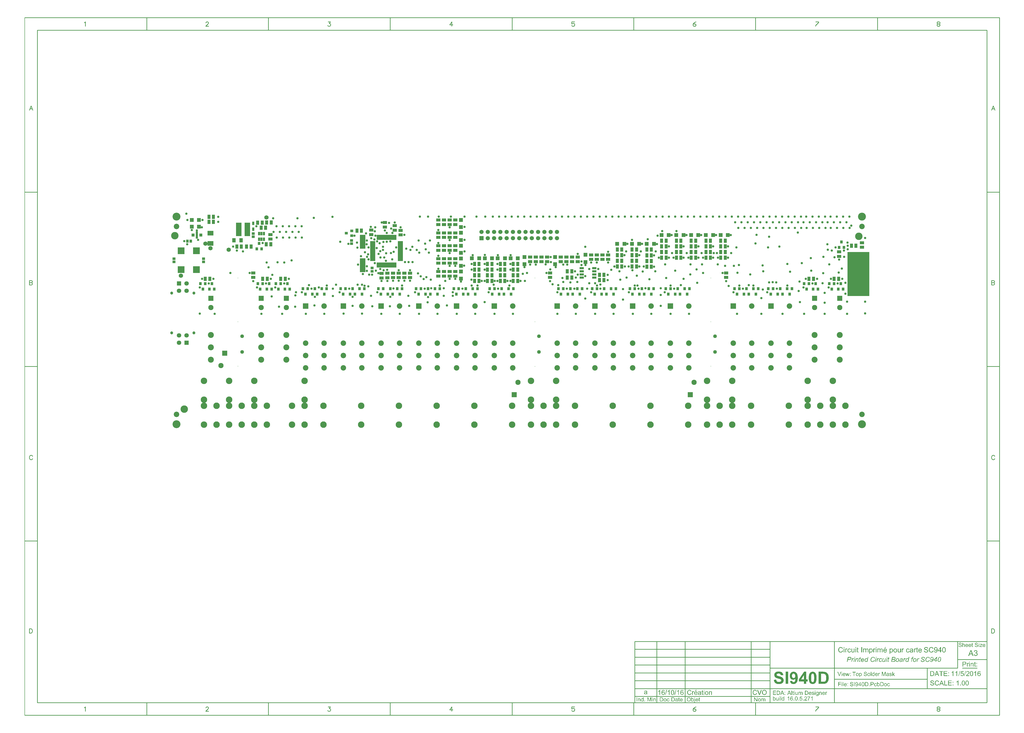
<source format=gts>
G04 Layer_Color=8388736*
%FSLAX25Y25*%
%MOIN*%
G70*
G01*
G75*
%ADD37C,0.01000*%
%ADD48C,0.00500*%
%ADD93R,0.35000X0.70000*%
%ADD94R,0.06312X0.05918*%
%ADD95C,0.11811*%
%ADD96R,0.04800X0.04300*%
%ADD97R,0.04200X0.04800*%
%ADD98R,0.05100X0.06500*%
%ADD99R,0.04800X0.04200*%
%ADD100R,0.06500X0.05100*%
%ADD101R,0.05918X0.06312*%
%ADD102R,0.04300X0.04800*%
%ADD103R,0.11134X0.11134*%
%ADD104R,0.08300X0.02100*%
%ADD105R,0.02100X0.08300*%
%ADD106R,0.09400X0.07400*%
%ADD107R,0.03200X0.11400*%
%ADD108R,0.04800X0.04800*%
%ADD109R,0.07100X0.03200*%
%ADD110R,0.08500X0.22400*%
%ADD111R,0.22453X0.07099*%
%ADD112R,0.05500X0.07100*%
%ADD113R,0.08674X0.21666*%
%ADD114R,0.03200X0.05800*%
%ADD115R,0.03200X0.05200*%
%ADD116R,0.08300X0.08300*%
%ADD117C,0.08300*%
%ADD118C,0.07099*%
%ADD119R,0.07099X0.07099*%
%ADD120C,0.04737*%
%ADD121R,0.08674X0.08674*%
%ADD122C,0.08674*%
%ADD123C,0.09461*%
%ADD124C,0.08280*%
%ADD125R,0.08280X0.08280*%
%ADD126R,0.00800X0.00800*%
%ADD127C,0.10300*%
%ADD128C,0.06800*%
%ADD129C,0.12611*%
%ADD130C,0.08674*%
%ADD131R,0.06699X0.06699*%
%ADD132C,0.06699*%
%ADD133C,0.03700*%
%ADD134C,0.05800*%
G36*
X1263962Y-372636D02*
X1263171D01*
Y-371738D01*
X1263962D01*
Y-372636D01*
D02*
G37*
G36*
X1259687Y-371640D02*
X1259755D01*
X1259921Y-371660D01*
X1260116Y-371689D01*
X1260331Y-371728D01*
X1260546Y-371786D01*
X1260751Y-371865D01*
X1260760D01*
X1260770Y-371874D01*
X1260800Y-371884D01*
X1260839Y-371904D01*
X1260936Y-371962D01*
X1261063Y-372030D01*
X1261200Y-372128D01*
X1261336Y-372245D01*
X1261473Y-372382D01*
X1261590Y-372538D01*
X1261600Y-372557D01*
X1261639Y-372616D01*
X1261688Y-372714D01*
X1261736Y-372831D01*
X1261795Y-372977D01*
X1261854Y-373153D01*
X1261893Y-373338D01*
X1261912Y-373543D01*
X1261102Y-373602D01*
Y-373592D01*
Y-373573D01*
X1261092Y-373543D01*
X1261083Y-373504D01*
X1261063Y-373397D01*
X1261024Y-373260D01*
X1260966Y-373114D01*
X1260887Y-372967D01*
X1260780Y-372821D01*
X1260653Y-372694D01*
X1260634Y-372684D01*
X1260585Y-372645D01*
X1260497Y-372597D01*
X1260380Y-372538D01*
X1260224Y-372479D01*
X1260028Y-372431D01*
X1259804Y-372392D01*
X1259540Y-372382D01*
X1259414D01*
X1259355Y-372392D01*
X1259277D01*
X1259111Y-372421D01*
X1258926Y-372450D01*
X1258740Y-372499D01*
X1258564Y-372567D01*
X1258486Y-372616D01*
X1258418Y-372665D01*
X1258408Y-372675D01*
X1258369Y-372714D01*
X1258311Y-372772D01*
X1258252Y-372860D01*
X1258184Y-372958D01*
X1258135Y-373075D01*
X1258096Y-373202D01*
X1258076Y-373348D01*
Y-373368D01*
Y-373407D01*
X1258086Y-373475D01*
X1258106Y-373553D01*
X1258135Y-373641D01*
X1258184Y-373739D01*
X1258242Y-373826D01*
X1258321Y-373914D01*
X1258330Y-373924D01*
X1258379Y-373953D01*
X1258408Y-373973D01*
X1258447Y-374002D01*
X1258506Y-374022D01*
X1258574Y-374051D01*
X1258652Y-374090D01*
X1258740Y-374129D01*
X1258838Y-374158D01*
X1258955Y-374197D01*
X1259091Y-374246D01*
X1259238Y-374285D01*
X1259404Y-374324D01*
X1259589Y-374373D01*
X1259599D01*
X1259638Y-374383D01*
X1259687Y-374392D01*
X1259755Y-374412D01*
X1259843Y-374431D01*
X1259941Y-374461D01*
X1260155Y-374510D01*
X1260390Y-374578D01*
X1260624Y-374646D01*
X1260741Y-374675D01*
X1260839Y-374714D01*
X1260936Y-374753D01*
X1261014Y-374783D01*
X1261024D01*
X1261043Y-374793D01*
X1261063Y-374812D01*
X1261102Y-374832D01*
X1261200Y-374890D01*
X1261327Y-374958D01*
X1261463Y-375056D01*
X1261600Y-375173D01*
X1261727Y-375300D01*
X1261834Y-375437D01*
X1261844Y-375456D01*
X1261873Y-375505D01*
X1261922Y-375583D01*
X1261971Y-375700D01*
X1262020Y-375827D01*
X1262068Y-375983D01*
X1262098Y-376159D01*
X1262107Y-376344D01*
Y-376354D01*
Y-376364D01*
Y-376393D01*
Y-376432D01*
X1262088Y-376530D01*
X1262068Y-376657D01*
X1262039Y-376803D01*
X1261981Y-376969D01*
X1261912Y-377145D01*
X1261815Y-377311D01*
X1261805Y-377330D01*
X1261756Y-377389D01*
X1261697Y-377467D01*
X1261600Y-377564D01*
X1261483Y-377681D01*
X1261336Y-377799D01*
X1261161Y-377906D01*
X1260966Y-378013D01*
X1260956D01*
X1260936Y-378023D01*
X1260907Y-378033D01*
X1260868Y-378052D01*
X1260819Y-378072D01*
X1260760Y-378091D01*
X1260604Y-378131D01*
X1260429Y-378179D01*
X1260214Y-378218D01*
X1259989Y-378248D01*
X1259736Y-378257D01*
X1259589D01*
X1259521Y-378248D01*
X1259433D01*
X1259336Y-378238D01*
X1259228Y-378228D01*
X1259004Y-378199D01*
X1258760Y-378150D01*
X1258516Y-378091D01*
X1258282Y-378013D01*
X1258272D01*
X1258252Y-378004D01*
X1258223Y-377984D01*
X1258184Y-377965D01*
X1258076Y-377906D01*
X1257950Y-377818D01*
X1257793Y-377711D01*
X1257647Y-377584D01*
X1257491Y-377428D01*
X1257354Y-377252D01*
Y-377242D01*
X1257345Y-377233D01*
X1257325Y-377203D01*
X1257306Y-377164D01*
X1257276Y-377115D01*
X1257247Y-377057D01*
X1257188Y-376910D01*
X1257130Y-376745D01*
X1257071Y-376540D01*
X1257032Y-376325D01*
X1257013Y-376091D01*
X1257813Y-376022D01*
Y-376032D01*
Y-376042D01*
X1257823Y-376100D01*
X1257842Y-376188D01*
X1257862Y-376305D01*
X1257901Y-376432D01*
X1257940Y-376569D01*
X1257998Y-376696D01*
X1258067Y-376823D01*
X1258076Y-376832D01*
X1258106Y-376871D01*
X1258155Y-376930D01*
X1258233Y-376998D01*
X1258321Y-377076D01*
X1258428Y-377164D01*
X1258564Y-377242D01*
X1258711Y-377320D01*
X1258721D01*
X1258730Y-377330D01*
X1258789Y-377350D01*
X1258877Y-377379D01*
X1259004Y-377408D01*
X1259140Y-377447D01*
X1259316Y-377477D01*
X1259501Y-377496D01*
X1259697Y-377506D01*
X1259775D01*
X1259872Y-377496D01*
X1259980Y-377486D01*
X1260116Y-377477D01*
X1260253Y-377447D01*
X1260399Y-377418D01*
X1260546Y-377369D01*
X1260565Y-377359D01*
X1260604Y-377340D01*
X1260673Y-377311D01*
X1260751Y-377262D01*
X1260848Y-377203D01*
X1260936Y-377135D01*
X1261024Y-377057D01*
X1261102Y-376969D01*
X1261112Y-376959D01*
X1261131Y-376920D01*
X1261161Y-376871D01*
X1261200Y-376803D01*
X1261229Y-376725D01*
X1261258Y-376627D01*
X1261278Y-376530D01*
X1261287Y-376423D01*
Y-376413D01*
Y-376374D01*
X1261278Y-376315D01*
X1261268Y-376247D01*
X1261248Y-376159D01*
X1261209Y-376071D01*
X1261170Y-375983D01*
X1261112Y-375895D01*
X1261102Y-375886D01*
X1261083Y-375856D01*
X1261034Y-375817D01*
X1260975Y-375759D01*
X1260897Y-375700D01*
X1260800Y-375642D01*
X1260673Y-375573D01*
X1260536Y-375515D01*
X1260526Y-375505D01*
X1260487Y-375495D01*
X1260409Y-375476D01*
X1260360Y-375456D01*
X1260302Y-375437D01*
X1260224Y-375417D01*
X1260146Y-375398D01*
X1260048Y-375368D01*
X1259950Y-375339D01*
X1259833Y-375310D01*
X1259697Y-375281D01*
X1259550Y-375241D01*
X1259394Y-375202D01*
X1259384D01*
X1259355Y-375193D01*
X1259306Y-375183D01*
X1259248Y-375163D01*
X1259179Y-375144D01*
X1259101Y-375124D01*
X1258916Y-375076D01*
X1258711Y-375007D01*
X1258506Y-374939D01*
X1258321Y-374871D01*
X1258233Y-374841D01*
X1258164Y-374802D01*
X1258155D01*
X1258145Y-374793D01*
X1258086Y-374753D01*
X1258008Y-374705D01*
X1257911Y-374636D01*
X1257793Y-374549D01*
X1257686Y-374451D01*
X1257579Y-374334D01*
X1257481Y-374207D01*
X1257471Y-374187D01*
X1257442Y-374139D01*
X1257413Y-374070D01*
X1257374Y-373973D01*
X1257325Y-373856D01*
X1257296Y-373719D01*
X1257266Y-373563D01*
X1257257Y-373407D01*
Y-373397D01*
Y-373387D01*
Y-373358D01*
Y-373319D01*
X1257276Y-373231D01*
X1257296Y-373114D01*
X1257325Y-372967D01*
X1257374Y-372821D01*
X1257442Y-372655D01*
X1257530Y-372499D01*
Y-372489D01*
X1257540Y-372479D01*
X1257579Y-372431D01*
X1257647Y-372353D01*
X1257735Y-372255D01*
X1257842Y-372157D01*
X1257979Y-372050D01*
X1258145Y-371943D01*
X1258330Y-371855D01*
X1258340D01*
X1258350Y-371845D01*
X1258379Y-371835D01*
X1258428Y-371816D01*
X1258477Y-371806D01*
X1258535Y-371786D01*
X1258672Y-371738D01*
X1258848Y-371699D01*
X1259043Y-371669D01*
X1259267Y-371640D01*
X1259501Y-371630D01*
X1259619D01*
X1259687Y-371640D01*
D02*
G37*
G36*
X1233803D02*
X1233872D01*
X1234038Y-371660D01*
X1234233Y-371689D01*
X1234447Y-371728D01*
X1234662Y-371786D01*
X1234867Y-371865D01*
X1234877D01*
X1234887Y-371874D01*
X1234916Y-371884D01*
X1234955Y-371904D01*
X1235053Y-371962D01*
X1235180Y-372030D01*
X1235316Y-372128D01*
X1235453Y-372245D01*
X1235590Y-372382D01*
X1235707Y-372538D01*
X1235716Y-372557D01*
X1235755Y-372616D01*
X1235804Y-372714D01*
X1235853Y-372831D01*
X1235911Y-372977D01*
X1235970Y-373153D01*
X1236009Y-373338D01*
X1236029Y-373543D01*
X1235219Y-373602D01*
Y-373592D01*
Y-373573D01*
X1235209Y-373543D01*
X1235199Y-373504D01*
X1235180Y-373397D01*
X1235141Y-373260D01*
X1235082Y-373114D01*
X1235004Y-372967D01*
X1234896Y-372821D01*
X1234770Y-372694D01*
X1234750Y-372684D01*
X1234701Y-372645D01*
X1234614Y-372597D01*
X1234496Y-372538D01*
X1234340Y-372479D01*
X1234145Y-372431D01*
X1233920Y-372392D01*
X1233657Y-372382D01*
X1233530D01*
X1233471Y-372392D01*
X1233393D01*
X1233228Y-372421D01*
X1233042Y-372450D01*
X1232857Y-372499D01*
X1232681Y-372567D01*
X1232603Y-372616D01*
X1232535Y-372665D01*
X1232525Y-372675D01*
X1232486Y-372714D01*
X1232427Y-372772D01*
X1232369Y-372860D01*
X1232300Y-372958D01*
X1232251Y-373075D01*
X1232213Y-373202D01*
X1232193Y-373348D01*
Y-373368D01*
Y-373407D01*
X1232203Y-373475D01*
X1232222Y-373553D01*
X1232251Y-373641D01*
X1232300Y-373739D01*
X1232359Y-373826D01*
X1232437Y-373914D01*
X1232447Y-373924D01*
X1232495Y-373953D01*
X1232525Y-373973D01*
X1232564Y-374002D01*
X1232622Y-374022D01*
X1232691Y-374051D01*
X1232769Y-374090D01*
X1232857Y-374129D01*
X1232954Y-374158D01*
X1233071Y-374197D01*
X1233208Y-374246D01*
X1233354Y-374285D01*
X1233520Y-374324D01*
X1233706Y-374373D01*
X1233716D01*
X1233755Y-374383D01*
X1233803Y-374392D01*
X1233872Y-374412D01*
X1233959Y-374431D01*
X1234057Y-374461D01*
X1234272Y-374510D01*
X1234506Y-374578D01*
X1234740Y-374646D01*
X1234857Y-374675D01*
X1234955Y-374714D01*
X1235053Y-374753D01*
X1235131Y-374783D01*
X1235141D01*
X1235160Y-374793D01*
X1235180Y-374812D01*
X1235219Y-374832D01*
X1235316Y-374890D01*
X1235443Y-374958D01*
X1235580Y-375056D01*
X1235716Y-375173D01*
X1235843Y-375300D01*
X1235951Y-375437D01*
X1235960Y-375456D01*
X1235990Y-375505D01*
X1236038Y-375583D01*
X1236087Y-375700D01*
X1236136Y-375827D01*
X1236185Y-375983D01*
X1236214Y-376159D01*
X1236224Y-376344D01*
Y-376354D01*
Y-376364D01*
Y-376393D01*
Y-376432D01*
X1236204Y-376530D01*
X1236185Y-376657D01*
X1236156Y-376803D01*
X1236097Y-376969D01*
X1236029Y-377145D01*
X1235931Y-377311D01*
X1235921Y-377330D01*
X1235872Y-377389D01*
X1235814Y-377467D01*
X1235716Y-377564D01*
X1235599Y-377681D01*
X1235453Y-377799D01*
X1235277Y-377906D01*
X1235082Y-378013D01*
X1235072D01*
X1235053Y-378023D01*
X1235023Y-378033D01*
X1234984Y-378052D01*
X1234935Y-378072D01*
X1234877Y-378091D01*
X1234721Y-378131D01*
X1234545Y-378179D01*
X1234330Y-378218D01*
X1234106Y-378248D01*
X1233852Y-378257D01*
X1233706D01*
X1233637Y-378248D01*
X1233550D01*
X1233452Y-378238D01*
X1233345Y-378228D01*
X1233120Y-378199D01*
X1232876Y-378150D01*
X1232632Y-378091D01*
X1232398Y-378013D01*
X1232388D01*
X1232369Y-378004D01*
X1232339Y-377984D01*
X1232300Y-377965D01*
X1232193Y-377906D01*
X1232066Y-377818D01*
X1231910Y-377711D01*
X1231763Y-377584D01*
X1231607Y-377428D01*
X1231471Y-377252D01*
Y-377242D01*
X1231461Y-377233D01*
X1231441Y-377203D01*
X1231422Y-377164D01*
X1231393Y-377115D01*
X1231363Y-377057D01*
X1231305Y-376910D01*
X1231246Y-376745D01*
X1231188Y-376540D01*
X1231149Y-376325D01*
X1231129Y-376091D01*
X1231929Y-376022D01*
Y-376032D01*
Y-376042D01*
X1231939Y-376100D01*
X1231959Y-376188D01*
X1231978Y-376305D01*
X1232017Y-376432D01*
X1232056Y-376569D01*
X1232115Y-376696D01*
X1232183Y-376823D01*
X1232193Y-376832D01*
X1232222Y-376871D01*
X1232271Y-376930D01*
X1232349Y-376998D01*
X1232437Y-377076D01*
X1232544Y-377164D01*
X1232681Y-377242D01*
X1232827Y-377320D01*
X1232837D01*
X1232847Y-377330D01*
X1232905Y-377350D01*
X1232993Y-377379D01*
X1233120Y-377408D01*
X1233257Y-377447D01*
X1233432Y-377477D01*
X1233618Y-377496D01*
X1233813Y-377506D01*
X1233891D01*
X1233989Y-377496D01*
X1234096Y-377486D01*
X1234233Y-377477D01*
X1234369Y-377447D01*
X1234516Y-377418D01*
X1234662Y-377369D01*
X1234682Y-377359D01*
X1234721Y-377340D01*
X1234789Y-377311D01*
X1234867Y-377262D01*
X1234965Y-377203D01*
X1235053Y-377135D01*
X1235141Y-377057D01*
X1235219Y-376969D01*
X1235228Y-376959D01*
X1235248Y-376920D01*
X1235277Y-376871D01*
X1235316Y-376803D01*
X1235345Y-376725D01*
X1235375Y-376627D01*
X1235394Y-376530D01*
X1235404Y-376423D01*
Y-376413D01*
Y-376374D01*
X1235394Y-376315D01*
X1235384Y-376247D01*
X1235365Y-376159D01*
X1235326Y-376071D01*
X1235287Y-375983D01*
X1235228Y-375895D01*
X1235219Y-375886D01*
X1235199Y-375856D01*
X1235150Y-375817D01*
X1235092Y-375759D01*
X1235014Y-375700D01*
X1234916Y-375642D01*
X1234789Y-375573D01*
X1234653Y-375515D01*
X1234643Y-375505D01*
X1234604Y-375495D01*
X1234526Y-375476D01*
X1234477Y-375456D01*
X1234418Y-375437D01*
X1234340Y-375417D01*
X1234262Y-375398D01*
X1234165Y-375368D01*
X1234067Y-375339D01*
X1233950Y-375310D01*
X1233813Y-375281D01*
X1233667Y-375241D01*
X1233511Y-375202D01*
X1233501D01*
X1233471Y-375193D01*
X1233423Y-375183D01*
X1233364Y-375163D01*
X1233296Y-375144D01*
X1233218Y-375124D01*
X1233032Y-375076D01*
X1232827Y-375007D01*
X1232622Y-374939D01*
X1232437Y-374871D01*
X1232349Y-374841D01*
X1232281Y-374802D01*
X1232271D01*
X1232261Y-374793D01*
X1232203Y-374753D01*
X1232125Y-374705D01*
X1232027Y-374636D01*
X1231910Y-374549D01*
X1231803Y-374451D01*
X1231695Y-374334D01*
X1231598Y-374207D01*
X1231588Y-374187D01*
X1231559Y-374139D01*
X1231529Y-374070D01*
X1231490Y-373973D01*
X1231441Y-373856D01*
X1231412Y-373719D01*
X1231383Y-373563D01*
X1231373Y-373407D01*
Y-373397D01*
Y-373387D01*
Y-373358D01*
Y-373319D01*
X1231393Y-373231D01*
X1231412Y-373114D01*
X1231441Y-372967D01*
X1231490Y-372821D01*
X1231559Y-372655D01*
X1231646Y-372499D01*
Y-372489D01*
X1231656Y-372479D01*
X1231695Y-372431D01*
X1231763Y-372353D01*
X1231851Y-372255D01*
X1231959Y-372157D01*
X1232095Y-372050D01*
X1232261Y-371943D01*
X1232447Y-371855D01*
X1232456D01*
X1232466Y-371845D01*
X1232495Y-371835D01*
X1232544Y-371816D01*
X1232593Y-371806D01*
X1232652Y-371786D01*
X1232788Y-371738D01*
X1232964Y-371699D01*
X1233159Y-371669D01*
X1233384Y-371640D01*
X1233618Y-371630D01*
X1233735D01*
X1233803Y-371640D01*
D02*
G37*
G36*
X1268705Y-374022D02*
X1266187Y-376979D01*
X1265699Y-377525D01*
X1265748D01*
X1265787Y-377516D01*
X1265894Y-377506D01*
X1266021Y-377496D01*
X1266177D01*
X1266343Y-377486D01*
X1266695Y-377477D01*
X1268842D01*
Y-378150D01*
X1264733D01*
Y-377516D01*
X1267690Y-374109D01*
X1267602D01*
X1267514Y-374119D01*
X1267387D01*
X1267251Y-374129D01*
X1267105D01*
X1266948Y-374139D01*
X1264909D01*
Y-373504D01*
X1268705D01*
Y-374022D01*
D02*
G37*
G36*
X1263962Y-378150D02*
X1263171D01*
Y-373504D01*
X1263962D01*
Y-378150D01*
D02*
G37*
G36*
X1238068Y-374031D02*
X1238078Y-374022D01*
X1238098Y-374002D01*
X1238127Y-373973D01*
X1238166Y-373934D01*
X1238225Y-373885D01*
X1238283Y-373826D01*
X1238361Y-373778D01*
X1238449Y-373709D01*
X1238547Y-373651D01*
X1238644Y-373602D01*
X1238888Y-373495D01*
X1239015Y-373455D01*
X1239152Y-373426D01*
X1239298Y-373407D01*
X1239454Y-373397D01*
X1239542D01*
X1239640Y-373407D01*
X1239757Y-373426D01*
X1239894Y-373446D01*
X1240040Y-373485D01*
X1240196Y-373534D01*
X1240343Y-373602D01*
X1240362Y-373612D01*
X1240401Y-373641D01*
X1240469Y-373690D01*
X1240557Y-373748D01*
X1240645Y-373826D01*
X1240733Y-373924D01*
X1240821Y-374041D01*
X1240889Y-374168D01*
X1240899Y-374187D01*
X1240918Y-374236D01*
X1240938Y-374314D01*
X1240977Y-374431D01*
X1241006Y-374578D01*
X1241026Y-374763D01*
X1241045Y-374968D01*
X1241055Y-375212D01*
Y-378150D01*
X1240265D01*
Y-375202D01*
Y-375193D01*
Y-375173D01*
Y-375144D01*
Y-375105D01*
X1240255Y-375007D01*
X1240235Y-374871D01*
X1240196Y-374734D01*
X1240157Y-374597D01*
X1240089Y-374461D01*
X1240001Y-374344D01*
X1239991Y-374334D01*
X1239952Y-374305D01*
X1239894Y-374256D01*
X1239816Y-374207D01*
X1239718Y-374158D01*
X1239591Y-374109D01*
X1239454Y-374080D01*
X1239289Y-374070D01*
X1239230D01*
X1239162Y-374080D01*
X1239074Y-374090D01*
X1238976Y-374119D01*
X1238859Y-374148D01*
X1238742Y-374197D01*
X1238625Y-374256D01*
X1238615Y-374266D01*
X1238576Y-374285D01*
X1238527Y-374334D01*
X1238459Y-374383D01*
X1238391Y-374461D01*
X1238313Y-374539D01*
X1238254Y-374646D01*
X1238195Y-374753D01*
X1238186Y-374763D01*
X1238176Y-374812D01*
X1238156Y-374880D01*
X1238137Y-374978D01*
X1238107Y-375105D01*
X1238088Y-375251D01*
X1238078Y-375417D01*
X1238068Y-375612D01*
Y-378150D01*
X1237278D01*
Y-371738D01*
X1238068D01*
Y-374031D01*
D02*
G37*
G36*
X1253138Y-373504D02*
X1253928D01*
Y-374119D01*
X1253138D01*
Y-376842D01*
Y-376852D01*
Y-376891D01*
Y-376950D01*
X1253148Y-377018D01*
X1253158Y-377164D01*
X1253167Y-377223D01*
X1253177Y-377272D01*
X1253187Y-377291D01*
X1253206Y-377330D01*
X1253245Y-377379D01*
X1253304Y-377428D01*
X1253323Y-377437D01*
X1253372Y-377447D01*
X1253460Y-377467D01*
X1253577Y-377477D01*
X1253675D01*
X1253724Y-377467D01*
X1253782D01*
X1253928Y-377447D01*
X1254036Y-378140D01*
X1254016D01*
X1253977Y-378150D01*
X1253919Y-378160D01*
X1253831Y-378169D01*
X1253743Y-378189D01*
X1253645Y-378199D01*
X1253440Y-378209D01*
X1253372D01*
X1253294Y-378199D01*
X1253197Y-378189D01*
X1253089Y-378179D01*
X1252972Y-378150D01*
X1252865Y-378121D01*
X1252767Y-378082D01*
X1252757Y-378072D01*
X1252728Y-378052D01*
X1252689Y-378023D01*
X1252640Y-377984D01*
X1252582Y-377935D01*
X1252533Y-377877D01*
X1252474Y-377808D01*
X1252435Y-377730D01*
Y-377721D01*
X1252425Y-377681D01*
X1252406Y-377623D01*
X1252396Y-377525D01*
X1252377Y-377398D01*
X1252367Y-377330D01*
X1252357Y-377242D01*
Y-377145D01*
X1252347Y-377037D01*
Y-376920D01*
Y-376793D01*
Y-374119D01*
X1251762D01*
Y-373504D01*
X1252347D01*
Y-372362D01*
X1253138Y-371884D01*
Y-373504D01*
D02*
G37*
G36*
X1271692Y-373407D02*
X1271770Y-373416D01*
X1271867Y-373426D01*
X1271965Y-373446D01*
X1272082Y-373475D01*
X1272316Y-373553D01*
X1272443Y-373602D01*
X1272570Y-373670D01*
X1272697Y-373739D01*
X1272824Y-373826D01*
X1272941Y-373924D01*
X1273058Y-374041D01*
X1273068Y-374051D01*
X1273087Y-374070D01*
X1273117Y-374109D01*
X1273156Y-374158D01*
X1273195Y-374226D01*
X1273244Y-374305D01*
X1273302Y-374392D01*
X1273361Y-374500D01*
X1273409Y-374627D01*
X1273468Y-374753D01*
X1273517Y-374900D01*
X1273566Y-375066D01*
X1273595Y-375232D01*
X1273624Y-375417D01*
X1273644Y-375612D01*
X1273653Y-375827D01*
Y-375837D01*
Y-375876D01*
Y-375944D01*
X1273644Y-376032D01*
X1270189D01*
Y-376042D01*
Y-376061D01*
X1270198Y-376110D01*
Y-376159D01*
X1270208Y-376227D01*
X1270218Y-376296D01*
X1270257Y-376471D01*
X1270315Y-376657D01*
X1270384Y-376852D01*
X1270491Y-377047D01*
X1270618Y-377213D01*
X1270638Y-377233D01*
X1270686Y-377272D01*
X1270774Y-377340D01*
X1270882Y-377408D01*
X1271028Y-377486D01*
X1271194Y-377555D01*
X1271379Y-377594D01*
X1271584Y-377613D01*
X1271662D01*
X1271741Y-377603D01*
X1271838Y-377584D01*
X1271955Y-377555D01*
X1272082Y-377516D01*
X1272209Y-377467D01*
X1272326Y-377389D01*
X1272336Y-377379D01*
X1272375Y-377340D01*
X1272433Y-377291D01*
X1272502Y-377203D01*
X1272580Y-377106D01*
X1272658Y-376979D01*
X1272736Y-376823D01*
X1272814Y-376647D01*
X1273624Y-376754D01*
Y-376764D01*
X1273614Y-376784D01*
X1273605Y-376823D01*
X1273585Y-376871D01*
X1273566Y-376930D01*
X1273536Y-376998D01*
X1273458Y-377164D01*
X1273361Y-377340D01*
X1273244Y-377525D01*
X1273087Y-377711D01*
X1272912Y-377867D01*
X1272902D01*
X1272892Y-377887D01*
X1272863Y-377906D01*
X1272814Y-377925D01*
X1272765Y-377955D01*
X1272707Y-377994D01*
X1272638Y-378023D01*
X1272551Y-378062D01*
X1272365Y-378131D01*
X1272131Y-378199D01*
X1271877Y-378238D01*
X1271584Y-378257D01*
X1271487D01*
X1271418Y-378248D01*
X1271331Y-378238D01*
X1271233Y-378228D01*
X1271126Y-378209D01*
X1270999Y-378179D01*
X1270745Y-378101D01*
X1270608Y-378052D01*
X1270481Y-377994D01*
X1270345Y-377925D01*
X1270218Y-377838D01*
X1270091Y-377740D01*
X1269974Y-377633D01*
X1269964Y-377623D01*
X1269945Y-377603D01*
X1269915Y-377564D01*
X1269886Y-377516D01*
X1269837Y-377457D01*
X1269788Y-377379D01*
X1269730Y-377281D01*
X1269681Y-377174D01*
X1269623Y-377057D01*
X1269564Y-376930D01*
X1269515Y-376784D01*
X1269476Y-376627D01*
X1269437Y-376462D01*
X1269408Y-376276D01*
X1269388Y-376081D01*
X1269379Y-375876D01*
Y-375866D01*
Y-375827D01*
Y-375759D01*
X1269388Y-375681D01*
X1269398Y-375583D01*
X1269408Y-375466D01*
X1269427Y-375339D01*
X1269457Y-375202D01*
X1269525Y-374910D01*
X1269574Y-374763D01*
X1269632Y-374607D01*
X1269701Y-374461D01*
X1269779Y-374314D01*
X1269867Y-374178D01*
X1269974Y-374051D01*
X1269984Y-374041D01*
X1270003Y-374022D01*
X1270033Y-373992D01*
X1270081Y-373943D01*
X1270140Y-373895D01*
X1270218Y-373846D01*
X1270296Y-373787D01*
X1270394Y-373719D01*
X1270501Y-373660D01*
X1270618Y-373602D01*
X1270745Y-373553D01*
X1270891Y-373495D01*
X1271038Y-373455D01*
X1271194Y-373426D01*
X1271360Y-373407D01*
X1271535Y-373397D01*
X1271623D01*
X1271692Y-373407D01*
D02*
G37*
G36*
X1249292D02*
X1249371Y-373416D01*
X1249468Y-373426D01*
X1249566Y-373446D01*
X1249683Y-373475D01*
X1249917Y-373553D01*
X1250044Y-373602D01*
X1250171Y-373670D01*
X1250298Y-373739D01*
X1250425Y-373826D01*
X1250542Y-373924D01*
X1250659Y-374041D01*
X1250669Y-374051D01*
X1250688Y-374070D01*
X1250717Y-374109D01*
X1250756Y-374158D01*
X1250795Y-374226D01*
X1250844Y-374305D01*
X1250903Y-374392D01*
X1250961Y-374500D01*
X1251010Y-374627D01*
X1251069Y-374753D01*
X1251118Y-374900D01*
X1251166Y-375066D01*
X1251196Y-375232D01*
X1251225Y-375417D01*
X1251245Y-375612D01*
X1251254Y-375827D01*
Y-375837D01*
Y-375876D01*
Y-375944D01*
X1251245Y-376032D01*
X1247789D01*
Y-376042D01*
Y-376061D01*
X1247799Y-376110D01*
Y-376159D01*
X1247809Y-376227D01*
X1247819Y-376296D01*
X1247858Y-376471D01*
X1247916Y-376657D01*
X1247985Y-376852D01*
X1248092Y-377047D01*
X1248219Y-377213D01*
X1248238Y-377233D01*
X1248287Y-377272D01*
X1248375Y-377340D01*
X1248482Y-377408D01*
X1248629Y-377486D01*
X1248795Y-377555D01*
X1248980Y-377594D01*
X1249185Y-377613D01*
X1249263D01*
X1249341Y-377603D01*
X1249439Y-377584D01*
X1249556Y-377555D01*
X1249683Y-377516D01*
X1249810Y-377467D01*
X1249927Y-377389D01*
X1249937Y-377379D01*
X1249976Y-377340D01*
X1250034Y-377291D01*
X1250103Y-377203D01*
X1250181Y-377106D01*
X1250259Y-376979D01*
X1250337Y-376823D01*
X1250415Y-376647D01*
X1251225Y-376754D01*
Y-376764D01*
X1251215Y-376784D01*
X1251206Y-376823D01*
X1251186Y-376871D01*
X1251166Y-376930D01*
X1251137Y-376998D01*
X1251059Y-377164D01*
X1250961Y-377340D01*
X1250844Y-377525D01*
X1250688Y-377711D01*
X1250513Y-377867D01*
X1250503D01*
X1250493Y-377887D01*
X1250464Y-377906D01*
X1250415Y-377925D01*
X1250366Y-377955D01*
X1250307Y-377994D01*
X1250239Y-378023D01*
X1250151Y-378062D01*
X1249966Y-378131D01*
X1249732Y-378199D01*
X1249478Y-378238D01*
X1249185Y-378257D01*
X1249088D01*
X1249019Y-378248D01*
X1248931Y-378238D01*
X1248834Y-378228D01*
X1248726Y-378209D01*
X1248600Y-378179D01*
X1248346Y-378101D01*
X1248209Y-378052D01*
X1248082Y-377994D01*
X1247946Y-377925D01*
X1247819Y-377838D01*
X1247692Y-377740D01*
X1247575Y-377633D01*
X1247565Y-377623D01*
X1247545Y-377603D01*
X1247516Y-377564D01*
X1247487Y-377516D01*
X1247438Y-377457D01*
X1247389Y-377379D01*
X1247331Y-377281D01*
X1247282Y-377174D01*
X1247223Y-377057D01*
X1247165Y-376930D01*
X1247116Y-376784D01*
X1247077Y-376627D01*
X1247038Y-376462D01*
X1247009Y-376276D01*
X1246989Y-376081D01*
X1246979Y-375876D01*
Y-375866D01*
Y-375827D01*
Y-375759D01*
X1246989Y-375681D01*
X1246999Y-375583D01*
X1247009Y-375466D01*
X1247028Y-375339D01*
X1247058Y-375202D01*
X1247126Y-374910D01*
X1247175Y-374763D01*
X1247233Y-374607D01*
X1247301Y-374461D01*
X1247379Y-374314D01*
X1247467Y-374178D01*
X1247575Y-374051D01*
X1247585Y-374041D01*
X1247604Y-374022D01*
X1247633Y-373992D01*
X1247682Y-373943D01*
X1247741Y-373895D01*
X1247819Y-373846D01*
X1247897Y-373787D01*
X1247994Y-373719D01*
X1248102Y-373660D01*
X1248219Y-373602D01*
X1248346Y-373553D01*
X1248492Y-373495D01*
X1248639Y-373455D01*
X1248795Y-373426D01*
X1248961Y-373407D01*
X1249136Y-373397D01*
X1249224D01*
X1249292Y-373407D01*
D02*
G37*
G36*
X1244315D02*
X1244393Y-373416D01*
X1244491Y-373426D01*
X1244588Y-373446D01*
X1244705Y-373475D01*
X1244940Y-373553D01*
X1245066Y-373602D01*
X1245193Y-373670D01*
X1245320Y-373739D01*
X1245447Y-373826D01*
X1245564Y-373924D01*
X1245681Y-374041D01*
X1245691Y-374051D01*
X1245711Y-374070D01*
X1245740Y-374109D01*
X1245779Y-374158D01*
X1245818Y-374226D01*
X1245867Y-374305D01*
X1245925Y-374392D01*
X1245984Y-374500D01*
X1246033Y-374627D01*
X1246091Y-374753D01*
X1246140Y-374900D01*
X1246189Y-375066D01*
X1246218Y-375232D01*
X1246247Y-375417D01*
X1246267Y-375612D01*
X1246277Y-375827D01*
Y-375837D01*
Y-375876D01*
Y-375944D01*
X1246267Y-376032D01*
X1242812D01*
Y-376042D01*
Y-376061D01*
X1242822Y-376110D01*
Y-376159D01*
X1242831Y-376227D01*
X1242841Y-376296D01*
X1242880Y-376471D01*
X1242939Y-376657D01*
X1243007Y-376852D01*
X1243114Y-377047D01*
X1243241Y-377213D01*
X1243261Y-377233D01*
X1243310Y-377272D01*
X1243398Y-377340D01*
X1243505Y-377408D01*
X1243651Y-377486D01*
X1243817Y-377555D01*
X1244003Y-377594D01*
X1244207Y-377613D01*
X1244286D01*
X1244364Y-377603D01*
X1244461Y-377584D01*
X1244578Y-377555D01*
X1244705Y-377516D01*
X1244832Y-377467D01*
X1244949Y-377389D01*
X1244959Y-377379D01*
X1244998Y-377340D01*
X1245057Y-377291D01*
X1245125Y-377203D01*
X1245203Y-377106D01*
X1245281Y-376979D01*
X1245359Y-376823D01*
X1245437Y-376647D01*
X1246247Y-376754D01*
Y-376764D01*
X1246238Y-376784D01*
X1246228Y-376823D01*
X1246208Y-376871D01*
X1246189Y-376930D01*
X1246159Y-376998D01*
X1246082Y-377164D01*
X1245984Y-377340D01*
X1245867Y-377525D01*
X1245711Y-377711D01*
X1245535Y-377867D01*
X1245525D01*
X1245515Y-377887D01*
X1245486Y-377906D01*
X1245437Y-377925D01*
X1245389Y-377955D01*
X1245330Y-377994D01*
X1245262Y-378023D01*
X1245174Y-378062D01*
X1244988Y-378131D01*
X1244754Y-378199D01*
X1244500Y-378238D01*
X1244207Y-378257D01*
X1244110D01*
X1244042Y-378248D01*
X1243954Y-378238D01*
X1243856Y-378228D01*
X1243749Y-378209D01*
X1243622Y-378179D01*
X1243368Y-378101D01*
X1243231Y-378052D01*
X1243105Y-377994D01*
X1242968Y-377925D01*
X1242841Y-377838D01*
X1242714Y-377740D01*
X1242597Y-377633D01*
X1242587Y-377623D01*
X1242568Y-377603D01*
X1242539Y-377564D01*
X1242509Y-377516D01*
X1242461Y-377457D01*
X1242412Y-377379D01*
X1242353Y-377281D01*
X1242304Y-377174D01*
X1242246Y-377057D01*
X1242187Y-376930D01*
X1242138Y-376784D01*
X1242099Y-376627D01*
X1242060Y-376462D01*
X1242031Y-376276D01*
X1242012Y-376081D01*
X1242002Y-375876D01*
Y-375866D01*
Y-375827D01*
Y-375759D01*
X1242012Y-375681D01*
X1242021Y-375583D01*
X1242031Y-375466D01*
X1242051Y-375339D01*
X1242080Y-375202D01*
X1242148Y-374910D01*
X1242197Y-374763D01*
X1242255Y-374607D01*
X1242324Y-374461D01*
X1242402Y-374314D01*
X1242490Y-374178D01*
X1242597Y-374051D01*
X1242607Y-374041D01*
X1242626Y-374022D01*
X1242656Y-373992D01*
X1242704Y-373943D01*
X1242763Y-373895D01*
X1242841Y-373846D01*
X1242919Y-373787D01*
X1243017Y-373719D01*
X1243124Y-373660D01*
X1243241Y-373602D01*
X1243368Y-373553D01*
X1243515Y-373495D01*
X1243661Y-373455D01*
X1243817Y-373426D01*
X1243983Y-373407D01*
X1244159Y-373397D01*
X1244247D01*
X1244315Y-373407D01*
D02*
G37*
G36*
X1100588Y-379730D02*
X1099560D01*
Y-378563D01*
X1100588D01*
Y-379730D01*
D02*
G37*
G36*
X1068254D02*
X1067226D01*
Y-378563D01*
X1068254D01*
Y-379730D01*
D02*
G37*
G36*
X1049498D02*
X1048470D01*
Y-378563D01*
X1049498D01*
Y-379730D01*
D02*
G37*
G36*
X1114319Y-380111D02*
X1113468D01*
X1114230Y-378525D01*
X1115575D01*
X1114319Y-380111D01*
D02*
G37*
G36*
X1179606Y-378436D02*
X1179695D01*
X1179911Y-378461D01*
X1180165Y-378499D01*
X1180444Y-378550D01*
X1180723Y-378626D01*
X1180989Y-378728D01*
X1181002D01*
X1181015Y-378740D01*
X1181053Y-378753D01*
X1181104Y-378778D01*
X1181231Y-378854D01*
X1181396Y-378943D01*
X1181573Y-379070D01*
X1181751Y-379223D01*
X1181929Y-379400D01*
X1182081Y-379603D01*
X1182093Y-379629D01*
X1182144Y-379705D01*
X1182208Y-379832D01*
X1182271Y-379984D01*
X1182347Y-380174D01*
X1182423Y-380403D01*
X1182474Y-380644D01*
X1182500Y-380910D01*
X1181446Y-380986D01*
Y-380974D01*
Y-380948D01*
X1181433Y-380910D01*
X1181421Y-380860D01*
X1181396Y-380720D01*
X1181345Y-380542D01*
X1181269Y-380352D01*
X1181167Y-380162D01*
X1181028Y-379971D01*
X1180863Y-379806D01*
X1180837Y-379794D01*
X1180774Y-379743D01*
X1180659Y-379679D01*
X1180507Y-379603D01*
X1180304Y-379527D01*
X1180050Y-379464D01*
X1179758Y-379413D01*
X1179416Y-379400D01*
X1179251D01*
X1179175Y-379413D01*
X1179073D01*
X1178858Y-379451D01*
X1178616Y-379489D01*
X1178375Y-379553D01*
X1178147Y-379641D01*
X1178045Y-379705D01*
X1177956Y-379768D01*
X1177944Y-379781D01*
X1177893Y-379832D01*
X1177817Y-379908D01*
X1177741Y-380022D01*
X1177652Y-380149D01*
X1177588Y-380301D01*
X1177538Y-380466D01*
X1177512Y-380657D01*
Y-380682D01*
Y-380733D01*
X1177525Y-380821D01*
X1177550Y-380923D01*
X1177588Y-381037D01*
X1177652Y-381164D01*
X1177728Y-381278D01*
X1177830Y-381393D01*
X1177842Y-381405D01*
X1177906Y-381443D01*
X1177944Y-381469D01*
X1177995Y-381507D01*
X1178071Y-381532D01*
X1178160Y-381570D01*
X1178261Y-381621D01*
X1178375Y-381672D01*
X1178502Y-381710D01*
X1178654Y-381761D01*
X1178832Y-381824D01*
X1179023Y-381875D01*
X1179238Y-381926D01*
X1179479Y-381989D01*
X1179492D01*
X1179543Y-382002D01*
X1179606Y-382014D01*
X1179695Y-382040D01*
X1179809Y-382065D01*
X1179936Y-382103D01*
X1180215Y-382167D01*
X1180520Y-382256D01*
X1180824Y-382344D01*
X1180977Y-382382D01*
X1181104Y-382433D01*
X1181231Y-382484D01*
X1181332Y-382522D01*
X1181345D01*
X1181370Y-382535D01*
X1181396Y-382560D01*
X1181446Y-382585D01*
X1181573Y-382662D01*
X1181738Y-382750D01*
X1181916Y-382877D01*
X1182093Y-383030D01*
X1182258Y-383194D01*
X1182398Y-383372D01*
X1182411Y-383398D01*
X1182449Y-383461D01*
X1182512Y-383562D01*
X1182576Y-383715D01*
X1182639Y-383880D01*
X1182703Y-384083D01*
X1182741Y-384311D01*
X1182753Y-384552D01*
Y-384565D01*
Y-384578D01*
Y-384616D01*
Y-384667D01*
X1182728Y-384793D01*
X1182703Y-384958D01*
X1182664Y-385149D01*
X1182588Y-385365D01*
X1182500Y-385593D01*
X1182373Y-385809D01*
X1182360Y-385834D01*
X1182296Y-385910D01*
X1182220Y-386012D01*
X1182093Y-386139D01*
X1181941Y-386291D01*
X1181751Y-386443D01*
X1181522Y-386583D01*
X1181269Y-386722D01*
X1181256D01*
X1181231Y-386735D01*
X1181192Y-386748D01*
X1181142Y-386773D01*
X1181078Y-386799D01*
X1181002Y-386824D01*
X1180799Y-386875D01*
X1180571Y-386938D01*
X1180291Y-386989D01*
X1180000Y-387027D01*
X1179670Y-387040D01*
X1179479D01*
X1179391Y-387027D01*
X1179276D01*
X1179149Y-387014D01*
X1179010Y-387001D01*
X1178718Y-386964D01*
X1178401Y-386900D01*
X1178083Y-386824D01*
X1177779Y-386722D01*
X1177766D01*
X1177741Y-386710D01*
X1177703Y-386684D01*
X1177652Y-386659D01*
X1177512Y-386583D01*
X1177347Y-386469D01*
X1177144Y-386329D01*
X1176954Y-386164D01*
X1176751Y-385961D01*
X1176573Y-385733D01*
Y-385720D01*
X1176561Y-385707D01*
X1176535Y-385669D01*
X1176510Y-385618D01*
X1176472Y-385555D01*
X1176434Y-385479D01*
X1176358Y-385288D01*
X1176281Y-385073D01*
X1176205Y-384806D01*
X1176155Y-384527D01*
X1176129Y-384222D01*
X1177170Y-384134D01*
Y-384146D01*
Y-384159D01*
X1177182Y-384235D01*
X1177208Y-384349D01*
X1177233Y-384502D01*
X1177284Y-384667D01*
X1177335Y-384844D01*
X1177411Y-385009D01*
X1177500Y-385174D01*
X1177512Y-385187D01*
X1177550Y-385238D01*
X1177614Y-385314D01*
X1177715Y-385403D01*
X1177830Y-385504D01*
X1177969Y-385618D01*
X1178147Y-385720D01*
X1178337Y-385821D01*
X1178350D01*
X1178363Y-385834D01*
X1178439Y-385859D01*
X1178553Y-385897D01*
X1178718Y-385936D01*
X1178896Y-385986D01*
X1179124Y-386024D01*
X1179365Y-386050D01*
X1179619Y-386063D01*
X1179720D01*
X1179847Y-386050D01*
X1179987Y-386037D01*
X1180165Y-386024D01*
X1180342Y-385986D01*
X1180533Y-385948D01*
X1180723Y-385885D01*
X1180748Y-385872D01*
X1180799Y-385847D01*
X1180888Y-385809D01*
X1180989Y-385745D01*
X1181116Y-385669D01*
X1181231Y-385580D01*
X1181345Y-385479D01*
X1181446Y-385365D01*
X1181459Y-385352D01*
X1181484Y-385301D01*
X1181522Y-385238D01*
X1181573Y-385149D01*
X1181611Y-385047D01*
X1181649Y-384920D01*
X1181675Y-384793D01*
X1181687Y-384654D01*
Y-384641D01*
Y-384590D01*
X1181675Y-384514D01*
X1181662Y-384425D01*
X1181637Y-384311D01*
X1181586Y-384197D01*
X1181535Y-384083D01*
X1181459Y-383969D01*
X1181446Y-383956D01*
X1181421Y-383918D01*
X1181357Y-383867D01*
X1181281Y-383791D01*
X1181180Y-383715D01*
X1181053Y-383639D01*
X1180888Y-383550D01*
X1180710Y-383474D01*
X1180698Y-383461D01*
X1180647Y-383448D01*
X1180545Y-383423D01*
X1180482Y-383398D01*
X1180406Y-383372D01*
X1180304Y-383347D01*
X1180203Y-383321D01*
X1180076Y-383283D01*
X1179949Y-383245D01*
X1179797Y-383207D01*
X1179619Y-383169D01*
X1179428Y-383118D01*
X1179226Y-383068D01*
X1179213D01*
X1179175Y-383055D01*
X1179111Y-383042D01*
X1179035Y-383017D01*
X1178946Y-382992D01*
X1178845Y-382966D01*
X1178604Y-382903D01*
X1178337Y-382814D01*
X1178071Y-382725D01*
X1177830Y-382636D01*
X1177715Y-382598D01*
X1177627Y-382547D01*
X1177614D01*
X1177601Y-382535D01*
X1177525Y-382484D01*
X1177423Y-382420D01*
X1177297Y-382332D01*
X1177144Y-382217D01*
X1177005Y-382090D01*
X1176865Y-381938D01*
X1176738Y-381773D01*
X1176726Y-381748D01*
X1176688Y-381684D01*
X1176649Y-381596D01*
X1176599Y-381469D01*
X1176535Y-381316D01*
X1176497Y-381139D01*
X1176459Y-380936D01*
X1176446Y-380733D01*
Y-380720D01*
Y-380707D01*
Y-380669D01*
Y-380618D01*
X1176472Y-380504D01*
X1176497Y-380352D01*
X1176535Y-380162D01*
X1176599Y-379971D01*
X1176688Y-379755D01*
X1176802Y-379553D01*
Y-379540D01*
X1176814Y-379527D01*
X1176865Y-379464D01*
X1176954Y-379362D01*
X1177068Y-379235D01*
X1177208Y-379108D01*
X1177385Y-378969D01*
X1177601Y-378829D01*
X1177842Y-378715D01*
X1177855D01*
X1177868Y-378702D01*
X1177906Y-378690D01*
X1177969Y-378664D01*
X1178033Y-378651D01*
X1178109Y-378626D01*
X1178286Y-378563D01*
X1178515Y-378512D01*
X1178769Y-378474D01*
X1179060Y-378436D01*
X1179365Y-378423D01*
X1179517D01*
X1179606Y-378436D01*
D02*
G37*
G36*
X1188083D02*
X1188185Y-378449D01*
X1188311Y-378461D01*
X1188451Y-378474D01*
X1188603Y-378499D01*
X1188933Y-378575D01*
X1189289Y-378690D01*
X1189466Y-378766D01*
X1189644Y-378854D01*
X1189809Y-378956D01*
X1189974Y-379070D01*
X1189987Y-379083D01*
X1190012Y-379096D01*
X1190050Y-379134D01*
X1190114Y-379185D01*
X1190177Y-379248D01*
X1190266Y-379337D01*
X1190355Y-379426D01*
X1190443Y-379527D01*
X1190545Y-379654D01*
X1190634Y-379781D01*
X1190735Y-379933D01*
X1190837Y-380098D01*
X1190926Y-380263D01*
X1191014Y-380453D01*
X1191167Y-380860D01*
X1190075Y-381113D01*
Y-381101D01*
X1190063Y-381075D01*
X1190050Y-381025D01*
X1190025Y-380961D01*
X1189987Y-380885D01*
X1189948Y-380796D01*
X1189860Y-380606D01*
X1189746Y-380390D01*
X1189593Y-380162D01*
X1189428Y-379959D01*
X1189225Y-379781D01*
X1189200Y-379768D01*
X1189124Y-379717D01*
X1189009Y-379654D01*
X1188844Y-379565D01*
X1188654Y-379489D01*
X1188413Y-379426D01*
X1188147Y-379375D01*
X1187842Y-379362D01*
X1187753D01*
X1187690Y-379375D01*
X1187601D01*
X1187512Y-379387D01*
X1187284Y-379426D01*
X1187030Y-379476D01*
X1186763Y-379565D01*
X1186497Y-379679D01*
X1186243Y-379832D01*
X1186230D01*
X1186218Y-379857D01*
X1186141Y-379921D01*
X1186027Y-380022D01*
X1185888Y-380162D01*
X1185748Y-380339D01*
X1185596Y-380542D01*
X1185456Y-380796D01*
X1185342Y-381075D01*
Y-381088D01*
X1185329Y-381113D01*
X1185317Y-381151D01*
X1185304Y-381215D01*
X1185279Y-381278D01*
X1185266Y-381367D01*
X1185215Y-381570D01*
X1185164Y-381811D01*
X1185126Y-382078D01*
X1185101Y-382370D01*
X1185088Y-382674D01*
Y-382687D01*
Y-382725D01*
Y-382776D01*
Y-382852D01*
X1185101Y-382941D01*
Y-383055D01*
X1185114Y-383169D01*
X1185126Y-383296D01*
X1185164Y-383588D01*
X1185215Y-383905D01*
X1185291Y-384222D01*
X1185393Y-384527D01*
Y-384540D01*
X1185406Y-384565D01*
X1185431Y-384603D01*
X1185456Y-384654D01*
X1185520Y-384806D01*
X1185621Y-384971D01*
X1185761Y-385174D01*
X1185926Y-385365D01*
X1186116Y-385555D01*
X1186345Y-385720D01*
X1186357D01*
X1186370Y-385733D01*
X1186408Y-385758D01*
X1186459Y-385783D01*
X1186598Y-385834D01*
X1186776Y-385910D01*
X1186979Y-385974D01*
X1187220Y-386037D01*
X1187487Y-386088D01*
X1187766Y-386101D01*
X1187855D01*
X1187918Y-386088D01*
X1187994D01*
X1188096Y-386075D01*
X1188311Y-386037D01*
X1188553Y-385974D01*
X1188819Y-385872D01*
X1189073Y-385745D01*
X1189327Y-385567D01*
X1189339Y-385555D01*
X1189352Y-385542D01*
X1189428Y-385466D01*
X1189542Y-385339D01*
X1189682Y-385174D01*
X1189822Y-384946D01*
X1189974Y-384679D01*
X1190101Y-384349D01*
X1190202Y-383981D01*
X1191306Y-384261D01*
Y-384273D01*
X1191294Y-384324D01*
X1191268Y-384387D01*
X1191243Y-384489D01*
X1191192Y-384590D01*
X1191141Y-384730D01*
X1191091Y-384870D01*
X1191014Y-385022D01*
X1190849Y-385365D01*
X1190621Y-385707D01*
X1190367Y-386037D01*
X1190215Y-386189D01*
X1190050Y-386329D01*
X1190037Y-386342D01*
X1190012Y-386354D01*
X1189961Y-386392D01*
X1189885Y-386443D01*
X1189796Y-386494D01*
X1189695Y-386557D01*
X1189581Y-386621D01*
X1189441Y-386684D01*
X1189289Y-386748D01*
X1189124Y-386811D01*
X1188933Y-386875D01*
X1188743Y-386925D01*
X1188324Y-387014D01*
X1188096Y-387027D01*
X1187855Y-387040D01*
X1187728D01*
X1187626Y-387027D01*
X1187512D01*
X1187385Y-387014D01*
X1187233Y-386989D01*
X1187081Y-386976D01*
X1186725Y-386900D01*
X1186357Y-386811D01*
X1186002Y-386672D01*
X1185824Y-386595D01*
X1185659Y-386494D01*
X1185647Y-386481D01*
X1185621Y-386469D01*
X1185583Y-386431D01*
X1185520Y-386392D01*
X1185367Y-386265D01*
X1185190Y-386088D01*
X1184974Y-385872D01*
X1184771Y-385593D01*
X1184555Y-385276D01*
X1184378Y-384908D01*
Y-384895D01*
X1184365Y-384857D01*
X1184340Y-384806D01*
X1184314Y-384730D01*
X1184276Y-384629D01*
X1184238Y-384514D01*
X1184200Y-384387D01*
X1184162Y-384235D01*
X1184124Y-384083D01*
X1184086Y-383905D01*
X1184010Y-383524D01*
X1183959Y-383118D01*
X1183946Y-382674D01*
Y-382662D01*
Y-382611D01*
Y-382547D01*
X1183959Y-382458D01*
Y-382344D01*
X1183972Y-382205D01*
X1183984Y-382065D01*
X1184010Y-381900D01*
X1184073Y-381545D01*
X1184149Y-381164D01*
X1184276Y-380771D01*
X1184441Y-380403D01*
Y-380390D01*
X1184466Y-380365D01*
X1184492Y-380314D01*
X1184530Y-380238D01*
X1184581Y-380162D01*
X1184644Y-380073D01*
X1184809Y-379857D01*
X1184999Y-379616D01*
X1185241Y-379375D01*
X1185532Y-379134D01*
X1185850Y-378931D01*
X1185862D01*
X1185888Y-378905D01*
X1185938Y-378880D01*
X1186015Y-378854D01*
X1186091Y-378817D01*
X1186192Y-378766D01*
X1186319Y-378728D01*
X1186446Y-378677D01*
X1186586Y-378626D01*
X1186738Y-378588D01*
X1187081Y-378499D01*
X1187461Y-378449D01*
X1187867Y-378423D01*
X1187994D01*
X1188083Y-378436D01*
D02*
G37*
G36*
X1044016D02*
X1044118Y-378449D01*
X1044244Y-378461D01*
X1044384Y-378474D01*
X1044536Y-378499D01*
X1044866Y-378575D01*
X1045222Y-378690D01*
X1045399Y-378766D01*
X1045577Y-378854D01*
X1045742Y-378956D01*
X1045907Y-379070D01*
X1045920Y-379083D01*
X1045945Y-379096D01*
X1045983Y-379134D01*
X1046047Y-379185D01*
X1046110Y-379248D01*
X1046199Y-379337D01*
X1046288Y-379426D01*
X1046376Y-379527D01*
X1046478Y-379654D01*
X1046567Y-379781D01*
X1046668Y-379933D01*
X1046770Y-380098D01*
X1046859Y-380263D01*
X1046947Y-380453D01*
X1047100Y-380860D01*
X1046008Y-381113D01*
Y-381101D01*
X1045996Y-381075D01*
X1045983Y-381025D01*
X1045958Y-380961D01*
X1045920Y-380885D01*
X1045881Y-380796D01*
X1045793Y-380606D01*
X1045679Y-380390D01*
X1045526Y-380162D01*
X1045361Y-379959D01*
X1045158Y-379781D01*
X1045133Y-379768D01*
X1045057Y-379717D01*
X1044942Y-379654D01*
X1044777Y-379565D01*
X1044587Y-379489D01*
X1044346Y-379426D01*
X1044079Y-379375D01*
X1043775Y-379362D01*
X1043686D01*
X1043623Y-379375D01*
X1043534D01*
X1043445Y-379387D01*
X1043217Y-379426D01*
X1042963Y-379476D01*
X1042696Y-379565D01*
X1042430Y-379679D01*
X1042176Y-379832D01*
X1042163D01*
X1042151Y-379857D01*
X1042074Y-379921D01*
X1041960Y-380022D01*
X1041821Y-380162D01*
X1041681Y-380339D01*
X1041529Y-380542D01*
X1041389Y-380796D01*
X1041275Y-381075D01*
Y-381088D01*
X1041262Y-381113D01*
X1041250Y-381151D01*
X1041237Y-381215D01*
X1041212Y-381278D01*
X1041199Y-381367D01*
X1041148Y-381570D01*
X1041097Y-381811D01*
X1041059Y-382078D01*
X1041034Y-382370D01*
X1041021Y-382674D01*
Y-382687D01*
Y-382725D01*
Y-382776D01*
Y-382852D01*
X1041034Y-382941D01*
Y-383055D01*
X1041047Y-383169D01*
X1041059Y-383296D01*
X1041097Y-383588D01*
X1041148Y-383905D01*
X1041224Y-384222D01*
X1041326Y-384527D01*
Y-384540D01*
X1041339Y-384565D01*
X1041364Y-384603D01*
X1041389Y-384654D01*
X1041453Y-384806D01*
X1041554Y-384971D01*
X1041694Y-385174D01*
X1041859Y-385365D01*
X1042049Y-385555D01*
X1042278Y-385720D01*
X1042290D01*
X1042303Y-385733D01*
X1042341Y-385758D01*
X1042392Y-385783D01*
X1042531Y-385834D01*
X1042709Y-385910D01*
X1042912Y-385974D01*
X1043153Y-386037D01*
X1043420Y-386088D01*
X1043699Y-386101D01*
X1043788D01*
X1043851Y-386088D01*
X1043927D01*
X1044029Y-386075D01*
X1044244Y-386037D01*
X1044486Y-385974D01*
X1044752Y-385872D01*
X1045006Y-385745D01*
X1045260Y-385567D01*
X1045272Y-385555D01*
X1045285Y-385542D01*
X1045361Y-385466D01*
X1045475Y-385339D01*
X1045615Y-385174D01*
X1045755Y-384946D01*
X1045907Y-384679D01*
X1046034Y-384349D01*
X1046135Y-383981D01*
X1047239Y-384261D01*
Y-384273D01*
X1047227Y-384324D01*
X1047201Y-384387D01*
X1047176Y-384489D01*
X1047125Y-384590D01*
X1047074Y-384730D01*
X1047024Y-384870D01*
X1046947Y-385022D01*
X1046782Y-385365D01*
X1046554Y-385707D01*
X1046300Y-386037D01*
X1046148Y-386189D01*
X1045983Y-386329D01*
X1045970Y-386342D01*
X1045945Y-386354D01*
X1045894Y-386392D01*
X1045818Y-386443D01*
X1045729Y-386494D01*
X1045628Y-386557D01*
X1045514Y-386621D01*
X1045374Y-386684D01*
X1045222Y-386748D01*
X1045057Y-386811D01*
X1044866Y-386875D01*
X1044676Y-386925D01*
X1044257Y-387014D01*
X1044029Y-387027D01*
X1043788Y-387040D01*
X1043661D01*
X1043559Y-387027D01*
X1043445D01*
X1043318Y-387014D01*
X1043166Y-386989D01*
X1043014Y-386976D01*
X1042658Y-386900D01*
X1042290Y-386811D01*
X1041935Y-386672D01*
X1041757Y-386595D01*
X1041592Y-386494D01*
X1041580Y-386481D01*
X1041554Y-386469D01*
X1041516Y-386431D01*
X1041453Y-386392D01*
X1041300Y-386265D01*
X1041123Y-386088D01*
X1040907Y-385872D01*
X1040704Y-385593D01*
X1040488Y-385276D01*
X1040311Y-384908D01*
Y-384895D01*
X1040298Y-384857D01*
X1040273Y-384806D01*
X1040247Y-384730D01*
X1040209Y-384629D01*
X1040171Y-384514D01*
X1040133Y-384387D01*
X1040095Y-384235D01*
X1040057Y-384083D01*
X1040019Y-383905D01*
X1039943Y-383524D01*
X1039892Y-383118D01*
X1039879Y-382674D01*
Y-382662D01*
Y-382611D01*
Y-382547D01*
X1039892Y-382458D01*
Y-382344D01*
X1039904Y-382205D01*
X1039917Y-382065D01*
X1039943Y-381900D01*
X1040006Y-381545D01*
X1040082Y-381164D01*
X1040209Y-380771D01*
X1040374Y-380403D01*
Y-380390D01*
X1040399Y-380365D01*
X1040425Y-380314D01*
X1040463Y-380238D01*
X1040514Y-380162D01*
X1040577Y-380073D01*
X1040742Y-379857D01*
X1040932Y-379616D01*
X1041173Y-379375D01*
X1041465Y-379134D01*
X1041783Y-378931D01*
X1041795D01*
X1041821Y-378905D01*
X1041871Y-378880D01*
X1041948Y-378854D01*
X1042024Y-378817D01*
X1042125Y-378766D01*
X1042252Y-378728D01*
X1042379Y-378677D01*
X1042519Y-378626D01*
X1042671Y-378588D01*
X1043014Y-378499D01*
X1043394Y-378449D01*
X1043800Y-378423D01*
X1043927D01*
X1044016Y-378436D01*
D02*
G37*
G36*
X1124496Y-380745D02*
X1124674Y-380771D01*
X1124889Y-380821D01*
X1125118Y-380885D01*
X1125346Y-380986D01*
X1125575Y-381126D01*
X1125587D01*
X1125600Y-381139D01*
X1125676Y-381202D01*
X1125778Y-381291D01*
X1125917Y-381418D01*
X1126057Y-381570D01*
X1126209Y-381773D01*
X1126349Y-381989D01*
X1126476Y-382256D01*
Y-382268D01*
X1126488Y-382294D01*
X1126501Y-382332D01*
X1126526Y-382382D01*
X1126552Y-382446D01*
X1126577Y-382535D01*
X1126628Y-382725D01*
X1126679Y-382966D01*
X1126729Y-383233D01*
X1126768Y-383524D01*
X1126780Y-383842D01*
Y-383854D01*
Y-383880D01*
Y-383930D01*
Y-383994D01*
X1126768Y-384083D01*
Y-384172D01*
X1126742Y-384400D01*
X1126691Y-384654D01*
X1126641Y-384933D01*
X1126552Y-385225D01*
X1126438Y-385517D01*
Y-385529D01*
X1126425Y-385555D01*
X1126400Y-385593D01*
X1126374Y-385644D01*
X1126298Y-385771D01*
X1126196Y-385936D01*
X1126057Y-386113D01*
X1125892Y-386304D01*
X1125702Y-386481D01*
X1125473Y-386646D01*
X1125461D01*
X1125448Y-386659D01*
X1125410Y-386684D01*
X1125359Y-386710D01*
X1125232Y-386773D01*
X1125067Y-386837D01*
X1124864Y-386913D01*
X1124648Y-386976D01*
X1124395Y-387027D01*
X1124141Y-387040D01*
X1124052D01*
X1123963Y-387027D01*
X1123836Y-387014D01*
X1123697Y-386989D01*
X1123544Y-386951D01*
X1123379Y-386900D01*
X1123227Y-386837D01*
X1123214Y-386824D01*
X1123164Y-386799D01*
X1123088Y-386748D01*
X1122999Y-386684D01*
X1122884Y-386608D01*
X1122783Y-386519D01*
X1122669Y-386405D01*
X1122567Y-386291D01*
Y-389210D01*
X1121539D01*
Y-380860D01*
X1122478D01*
Y-381646D01*
X1122491Y-381621D01*
X1122529Y-381570D01*
X1122605Y-381494D01*
X1122694Y-381393D01*
X1122796Y-381278D01*
X1122923Y-381164D01*
X1123062Y-381050D01*
X1123214Y-380961D01*
X1123240Y-380948D01*
X1123291Y-380923D01*
X1123379Y-380885D01*
X1123493Y-380834D01*
X1123646Y-380796D01*
X1123811Y-380758D01*
X1124001Y-380733D01*
X1124217Y-380720D01*
X1124344D01*
X1124496Y-380745D01*
D02*
G37*
G36*
X1092162D02*
X1092340Y-380771D01*
X1092555Y-380821D01*
X1092784Y-380885D01*
X1093012Y-380986D01*
X1093241Y-381126D01*
X1093253D01*
X1093266Y-381139D01*
X1093342Y-381202D01*
X1093444Y-381291D01*
X1093583Y-381418D01*
X1093723Y-381570D01*
X1093875Y-381773D01*
X1094015Y-381989D01*
X1094142Y-382256D01*
Y-382268D01*
X1094154Y-382294D01*
X1094167Y-382332D01*
X1094192Y-382382D01*
X1094218Y-382446D01*
X1094243Y-382535D01*
X1094294Y-382725D01*
X1094345Y-382966D01*
X1094395Y-383233D01*
X1094433Y-383524D01*
X1094446Y-383842D01*
Y-383854D01*
Y-383880D01*
Y-383930D01*
Y-383994D01*
X1094433Y-384083D01*
Y-384172D01*
X1094408Y-384400D01*
X1094357Y-384654D01*
X1094306Y-384933D01*
X1094218Y-385225D01*
X1094104Y-385517D01*
Y-385529D01*
X1094091Y-385555D01*
X1094065Y-385593D01*
X1094040Y-385644D01*
X1093964Y-385771D01*
X1093862Y-385936D01*
X1093723Y-386113D01*
X1093558Y-386304D01*
X1093367Y-386481D01*
X1093139Y-386646D01*
X1093126D01*
X1093114Y-386659D01*
X1093076Y-386684D01*
X1093025Y-386710D01*
X1092898Y-386773D01*
X1092733Y-386837D01*
X1092530Y-386913D01*
X1092314Y-386976D01*
X1092060Y-387027D01*
X1091807Y-387040D01*
X1091718D01*
X1091629Y-387027D01*
X1091502Y-387014D01*
X1091362Y-386989D01*
X1091210Y-386951D01*
X1091045Y-386900D01*
X1090893Y-386837D01*
X1090880Y-386824D01*
X1090829Y-386799D01*
X1090753Y-386748D01*
X1090664Y-386684D01*
X1090550Y-386608D01*
X1090449Y-386519D01*
X1090335Y-386405D01*
X1090233Y-386291D01*
Y-389210D01*
X1089205D01*
Y-380860D01*
X1090144D01*
Y-381646D01*
X1090157Y-381621D01*
X1090195Y-381570D01*
X1090271Y-381494D01*
X1090360Y-381393D01*
X1090462Y-381278D01*
X1090588Y-381164D01*
X1090728Y-381050D01*
X1090880Y-380961D01*
X1090906Y-380948D01*
X1090956Y-380923D01*
X1091045Y-380885D01*
X1091159Y-380834D01*
X1091312Y-380796D01*
X1091477Y-380758D01*
X1091667Y-380733D01*
X1091883Y-380720D01*
X1092010D01*
X1092162Y-380745D01*
D02*
G37*
G36*
X1162769Y-380733D02*
X1162909Y-380758D01*
X1163061Y-380809D01*
X1163239Y-380860D01*
X1163429Y-380948D01*
X1163632Y-381063D01*
X1163264Y-382002D01*
X1163251Y-381989D01*
X1163200Y-381964D01*
X1163124Y-381926D01*
X1163036Y-381887D01*
X1162921Y-381849D01*
X1162794Y-381811D01*
X1162655Y-381786D01*
X1162515Y-381773D01*
X1162465D01*
X1162401Y-381786D01*
X1162312Y-381799D01*
X1162223Y-381824D01*
X1162122Y-381862D01*
X1162020Y-381913D01*
X1161919Y-381976D01*
X1161906Y-381989D01*
X1161881Y-382014D01*
X1161830Y-382065D01*
X1161779Y-382129D01*
X1161716Y-382205D01*
X1161652Y-382306D01*
X1161602Y-382420D01*
X1161551Y-382547D01*
X1161538Y-382573D01*
X1161526Y-382636D01*
X1161500Y-382750D01*
X1161475Y-382903D01*
X1161437Y-383080D01*
X1161411Y-383283D01*
X1161399Y-383499D01*
X1161386Y-383740D01*
Y-386900D01*
X1160358D01*
Y-380860D01*
X1161284D01*
Y-381761D01*
X1161297Y-381748D01*
X1161348Y-381672D01*
X1161411Y-381557D01*
X1161487Y-381431D01*
X1161589Y-381291D01*
X1161703Y-381151D01*
X1161805Y-381025D01*
X1161919Y-380936D01*
X1161932Y-380923D01*
X1161970Y-380898D01*
X1162033Y-380872D01*
X1162122Y-380821D01*
X1162211Y-380783D01*
X1162325Y-380758D01*
X1162452Y-380733D01*
X1162579Y-380720D01*
X1162668D01*
X1162769Y-380733D01*
D02*
G37*
G36*
X1143366D02*
X1143506Y-380758D01*
X1143658Y-380809D01*
X1143836Y-380860D01*
X1144026Y-380948D01*
X1144229Y-381063D01*
X1143861Y-382002D01*
X1143848Y-381989D01*
X1143797Y-381964D01*
X1143721Y-381926D01*
X1143633Y-381887D01*
X1143518Y-381849D01*
X1143392Y-381811D01*
X1143252Y-381786D01*
X1143112Y-381773D01*
X1143062D01*
X1142998Y-381786D01*
X1142909Y-381799D01*
X1142820Y-381824D01*
X1142719Y-381862D01*
X1142617Y-381913D01*
X1142516Y-381976D01*
X1142503Y-381989D01*
X1142478Y-382014D01*
X1142427Y-382065D01*
X1142376Y-382129D01*
X1142313Y-382205D01*
X1142249Y-382306D01*
X1142199Y-382420D01*
X1142148Y-382547D01*
X1142135Y-382573D01*
X1142122Y-382636D01*
X1142097Y-382750D01*
X1142072Y-382903D01*
X1142034Y-383080D01*
X1142008Y-383283D01*
X1141996Y-383499D01*
X1141983Y-383740D01*
Y-386900D01*
X1140955D01*
Y-380860D01*
X1141881D01*
Y-381761D01*
X1141894Y-381748D01*
X1141945Y-381672D01*
X1142008Y-381557D01*
X1142084Y-381431D01*
X1142186Y-381291D01*
X1142300Y-381151D01*
X1142402Y-381025D01*
X1142516Y-380936D01*
X1142529Y-380923D01*
X1142567Y-380898D01*
X1142630Y-380872D01*
X1142719Y-380821D01*
X1142808Y-380783D01*
X1142922Y-380758D01*
X1143049Y-380733D01*
X1143176Y-380720D01*
X1143265D01*
X1143366Y-380733D01*
D02*
G37*
G36*
X1098088D02*
X1098228Y-380758D01*
X1098380Y-380809D01*
X1098558Y-380860D01*
X1098748Y-380948D01*
X1098951Y-381063D01*
X1098583Y-382002D01*
X1098570Y-381989D01*
X1098520Y-381964D01*
X1098444Y-381926D01*
X1098355Y-381887D01*
X1098240Y-381849D01*
X1098114Y-381811D01*
X1097974Y-381786D01*
X1097834Y-381773D01*
X1097784D01*
X1097720Y-381786D01*
X1097631Y-381799D01*
X1097542Y-381824D01*
X1097441Y-381862D01*
X1097340Y-381913D01*
X1097238Y-381976D01*
X1097225Y-381989D01*
X1097200Y-382014D01*
X1097149Y-382065D01*
X1097098Y-382129D01*
X1097035Y-382205D01*
X1096971Y-382306D01*
X1096921Y-382420D01*
X1096870Y-382547D01*
X1096857Y-382573D01*
X1096844Y-382636D01*
X1096819Y-382750D01*
X1096794Y-382903D01*
X1096756Y-383080D01*
X1096730Y-383283D01*
X1096718Y-383499D01*
X1096705Y-383740D01*
Y-386900D01*
X1095677D01*
Y-380860D01*
X1096603D01*
Y-381761D01*
X1096616Y-381748D01*
X1096667Y-381672D01*
X1096730Y-381557D01*
X1096807Y-381431D01*
X1096908Y-381291D01*
X1097022Y-381151D01*
X1097124Y-381025D01*
X1097238Y-380936D01*
X1097251Y-380923D01*
X1097289Y-380898D01*
X1097352Y-380872D01*
X1097441Y-380821D01*
X1097530Y-380783D01*
X1097644Y-380758D01*
X1097771Y-380733D01*
X1097898Y-380720D01*
X1097987D01*
X1098088Y-380733D01*
D02*
G37*
G36*
X1053457D02*
X1053597Y-380758D01*
X1053749Y-380809D01*
X1053927Y-380860D01*
X1054117Y-380948D01*
X1054320Y-381063D01*
X1053952Y-382002D01*
X1053940Y-381989D01*
X1053889Y-381964D01*
X1053813Y-381926D01*
X1053724Y-381887D01*
X1053610Y-381849D01*
X1053483Y-381811D01*
X1053343Y-381786D01*
X1053204Y-381773D01*
X1053153D01*
X1053089Y-381786D01*
X1053001Y-381799D01*
X1052912Y-381824D01*
X1052810Y-381862D01*
X1052709Y-381913D01*
X1052607Y-381976D01*
X1052594Y-381989D01*
X1052569Y-382014D01*
X1052518Y-382065D01*
X1052468Y-382129D01*
X1052404Y-382205D01*
X1052341Y-382306D01*
X1052290Y-382420D01*
X1052239Y-382547D01*
X1052227Y-382573D01*
X1052214Y-382636D01*
X1052188Y-382750D01*
X1052163Y-382903D01*
X1052125Y-383080D01*
X1052100Y-383283D01*
X1052087Y-383499D01*
X1052074Y-383740D01*
Y-386900D01*
X1051046D01*
Y-380860D01*
X1051973D01*
Y-381761D01*
X1051985Y-381748D01*
X1052036Y-381672D01*
X1052100Y-381557D01*
X1052176Y-381431D01*
X1052277Y-381291D01*
X1052392Y-381151D01*
X1052493Y-381025D01*
X1052607Y-380936D01*
X1052620Y-380923D01*
X1052658Y-380898D01*
X1052721Y-380872D01*
X1052810Y-380821D01*
X1052899Y-380783D01*
X1053013Y-380758D01*
X1053140Y-380733D01*
X1053267Y-380720D01*
X1053356D01*
X1053457Y-380733D01*
D02*
G37*
G36*
X1108621D02*
X1108697D01*
X1108786Y-380745D01*
X1108976Y-380783D01*
X1109205Y-380847D01*
X1109433Y-380936D01*
X1109649Y-381063D01*
X1109852Y-381228D01*
X1109877Y-381253D01*
X1109928Y-381316D01*
X1110004Y-381443D01*
X1110106Y-381608D01*
X1110194Y-381824D01*
X1110271Y-382078D01*
X1110321Y-382395D01*
X1110347Y-382573D01*
Y-382763D01*
Y-386900D01*
X1109319D01*
Y-383106D01*
Y-383093D01*
Y-383080D01*
Y-383004D01*
Y-382890D01*
X1109306Y-382763D01*
X1109281Y-382471D01*
X1109255Y-382332D01*
X1109217Y-382217D01*
Y-382205D01*
X1109192Y-382167D01*
X1109167Y-382116D01*
X1109128Y-382052D01*
X1109078Y-381989D01*
X1109014Y-381913D01*
X1108938Y-381837D01*
X1108849Y-381773D01*
X1108837Y-381761D01*
X1108799Y-381748D01*
X1108748Y-381722D01*
X1108684Y-381684D01*
X1108595Y-381659D01*
X1108481Y-381634D01*
X1108367Y-381621D01*
X1108240Y-381608D01*
X1108139D01*
X1108012Y-381634D01*
X1107872Y-381659D01*
X1107707Y-381710D01*
X1107530Y-381786D01*
X1107339Y-381900D01*
X1107174Y-382040D01*
X1107162Y-382065D01*
X1107111Y-382116D01*
X1107047Y-382217D01*
X1106971Y-382370D01*
X1106882Y-382560D01*
X1106819Y-382788D01*
X1106768Y-383068D01*
X1106755Y-383398D01*
Y-386900D01*
X1105727D01*
Y-382979D01*
Y-382966D01*
Y-382953D01*
Y-382915D01*
Y-382865D01*
X1105715Y-382738D01*
X1105702Y-382598D01*
X1105664Y-382420D01*
X1105626Y-382256D01*
X1105563Y-382090D01*
X1105474Y-381951D01*
X1105461Y-381938D01*
X1105423Y-381900D01*
X1105372Y-381837D01*
X1105283Y-381773D01*
X1105169Y-381722D01*
X1105030Y-381659D01*
X1104865Y-381621D01*
X1104662Y-381608D01*
X1104585D01*
X1104509Y-381621D01*
X1104395Y-381634D01*
X1104281Y-381659D01*
X1104141Y-381710D01*
X1104002Y-381761D01*
X1103862Y-381837D01*
X1103849Y-381849D01*
X1103799Y-381875D01*
X1103735Y-381938D01*
X1103659Y-382002D01*
X1103570Y-382103D01*
X1103481Y-382217D01*
X1103405Y-382357D01*
X1103329Y-382509D01*
X1103316Y-382535D01*
X1103304Y-382585D01*
X1103278Y-382687D01*
X1103253Y-382826D01*
X1103215Y-383004D01*
X1103189Y-383220D01*
X1103177Y-383474D01*
X1103164Y-383766D01*
Y-386900D01*
X1102136D01*
Y-380860D01*
X1103050D01*
Y-381710D01*
X1103063Y-381684D01*
X1103101Y-381634D01*
X1103164Y-381557D01*
X1103253Y-381456D01*
X1103354Y-381342D01*
X1103481Y-381228D01*
X1103634Y-381101D01*
X1103799Y-380999D01*
X1103824Y-380986D01*
X1103887Y-380961D01*
X1103989Y-380910D01*
X1104116Y-380860D01*
X1104281Y-380809D01*
X1104459Y-380758D01*
X1104674Y-380733D01*
X1104890Y-380720D01*
X1105004D01*
X1105131Y-380733D01*
X1105283Y-380758D01*
X1105448Y-380783D01*
X1105639Y-380834D01*
X1105816Y-380910D01*
X1105981Y-380999D01*
X1106007Y-381012D01*
X1106057Y-381050D01*
X1106134Y-381113D01*
X1106223Y-381202D01*
X1106324Y-381316D01*
X1106425Y-381443D01*
X1106514Y-381608D01*
X1106590Y-381786D01*
X1106603Y-381773D01*
X1106629Y-381735D01*
X1106667Y-381684D01*
X1106717Y-381621D01*
X1106793Y-381532D01*
X1106882Y-381443D01*
X1106984Y-381354D01*
X1107098Y-381253D01*
X1107225Y-381151D01*
X1107365Y-381063D01*
X1107695Y-380885D01*
X1107872Y-380821D01*
X1108062Y-380771D01*
X1108253Y-380733D01*
X1108469Y-380720D01*
X1108557D01*
X1108621Y-380733D01*
D02*
G37*
G36*
X1085995D02*
X1086071D01*
X1086160Y-380745D01*
X1086350Y-380783D01*
X1086578Y-380847D01*
X1086807Y-380936D01*
X1087022Y-381063D01*
X1087226Y-381228D01*
X1087251Y-381253D01*
X1087302Y-381316D01*
X1087378Y-381443D01*
X1087479Y-381608D01*
X1087568Y-381824D01*
X1087644Y-382078D01*
X1087695Y-382395D01*
X1087720Y-382573D01*
Y-382763D01*
Y-386900D01*
X1086693D01*
Y-383106D01*
Y-383093D01*
Y-383080D01*
Y-383004D01*
Y-382890D01*
X1086680Y-382763D01*
X1086654Y-382471D01*
X1086629Y-382332D01*
X1086591Y-382217D01*
Y-382205D01*
X1086566Y-382167D01*
X1086540Y-382116D01*
X1086502Y-382052D01*
X1086451Y-381989D01*
X1086388Y-381913D01*
X1086312Y-381837D01*
X1086223Y-381773D01*
X1086210Y-381761D01*
X1086172Y-381748D01*
X1086121Y-381722D01*
X1086058Y-381684D01*
X1085969Y-381659D01*
X1085855Y-381634D01*
X1085741Y-381621D01*
X1085614Y-381608D01*
X1085512D01*
X1085386Y-381634D01*
X1085246Y-381659D01*
X1085081Y-381710D01*
X1084903Y-381786D01*
X1084713Y-381900D01*
X1084548Y-382040D01*
X1084535Y-382065D01*
X1084484Y-382116D01*
X1084421Y-382217D01*
X1084345Y-382370D01*
X1084256Y-382560D01*
X1084193Y-382788D01*
X1084142Y-383068D01*
X1084129Y-383398D01*
Y-386900D01*
X1083101D01*
Y-382979D01*
Y-382966D01*
Y-382953D01*
Y-382915D01*
Y-382865D01*
X1083089Y-382738D01*
X1083076Y-382598D01*
X1083038Y-382420D01*
X1083000Y-382256D01*
X1082936Y-382090D01*
X1082847Y-381951D01*
X1082835Y-381938D01*
X1082797Y-381900D01*
X1082746Y-381837D01*
X1082657Y-381773D01*
X1082543Y-381722D01*
X1082403Y-381659D01*
X1082238Y-381621D01*
X1082035Y-381608D01*
X1081959D01*
X1081883Y-381621D01*
X1081769Y-381634D01*
X1081655Y-381659D01*
X1081515Y-381710D01*
X1081375Y-381761D01*
X1081236Y-381837D01*
X1081223Y-381849D01*
X1081172Y-381875D01*
X1081109Y-381938D01*
X1081033Y-382002D01*
X1080944Y-382103D01*
X1080855Y-382217D01*
X1080779Y-382357D01*
X1080703Y-382509D01*
X1080690Y-382535D01*
X1080678Y-382585D01*
X1080652Y-382687D01*
X1080627Y-382826D01*
X1080589Y-383004D01*
X1080563Y-383220D01*
X1080551Y-383474D01*
X1080538Y-383766D01*
Y-386900D01*
X1079510D01*
Y-380860D01*
X1080424D01*
Y-381710D01*
X1080436Y-381684D01*
X1080474Y-381634D01*
X1080538Y-381557D01*
X1080627Y-381456D01*
X1080728Y-381342D01*
X1080855Y-381228D01*
X1081007Y-381101D01*
X1081172Y-380999D01*
X1081198Y-380986D01*
X1081261Y-380961D01*
X1081363Y-380910D01*
X1081490Y-380860D01*
X1081655Y-380809D01*
X1081832Y-380758D01*
X1082048Y-380733D01*
X1082264Y-380720D01*
X1082378D01*
X1082505Y-380733D01*
X1082657Y-380758D01*
X1082822Y-380783D01*
X1083012Y-380834D01*
X1083190Y-380910D01*
X1083355Y-380999D01*
X1083381Y-381012D01*
X1083431Y-381050D01*
X1083507Y-381113D01*
X1083596Y-381202D01*
X1083698Y-381316D01*
X1083799Y-381443D01*
X1083888Y-381608D01*
X1083964Y-381786D01*
X1083977Y-381773D01*
X1084002Y-381735D01*
X1084040Y-381684D01*
X1084091Y-381621D01*
X1084167Y-381532D01*
X1084256Y-381443D01*
X1084358Y-381354D01*
X1084472Y-381253D01*
X1084599Y-381151D01*
X1084738Y-381063D01*
X1085068Y-380885D01*
X1085246Y-380821D01*
X1085436Y-380771D01*
X1085627Y-380733D01*
X1085842Y-380720D01*
X1085931D01*
X1085995Y-380733D01*
D02*
G37*
G36*
X1150663D02*
X1150752D01*
X1150840Y-380745D01*
X1151069Y-380783D01*
X1151323Y-380847D01*
X1151602Y-380936D01*
X1151868Y-381063D01*
X1152110Y-381228D01*
X1152122D01*
X1152135Y-381253D01*
X1152211Y-381316D01*
X1152312Y-381431D01*
X1152439Y-381583D01*
X1152579Y-381786D01*
X1152706Y-382027D01*
X1152820Y-382319D01*
X1152909Y-382636D01*
X1151919Y-382788D01*
Y-382776D01*
X1151906Y-382763D01*
X1151894Y-382687D01*
X1151856Y-382585D01*
X1151805Y-382446D01*
X1151729Y-382294D01*
X1151640Y-382141D01*
X1151538Y-382002D01*
X1151412Y-381875D01*
X1151399Y-381862D01*
X1151348Y-381824D01*
X1151272Y-381773D01*
X1151170Y-381710D01*
X1151044Y-381659D01*
X1150904Y-381608D01*
X1150726Y-381570D01*
X1150549Y-381557D01*
X1150473D01*
X1150422Y-381570D01*
X1150282Y-381583D01*
X1150105Y-381621D01*
X1149901Y-381697D01*
X1149698Y-381799D01*
X1149483Y-381926D01*
X1149381Y-382014D01*
X1149292Y-382116D01*
X1149267Y-382141D01*
X1149254Y-382179D01*
X1149216Y-382217D01*
X1149178Y-382281D01*
X1149140Y-382357D01*
X1149102Y-382446D01*
X1149064Y-382547D01*
X1149013Y-382662D01*
X1148975Y-382788D01*
X1148937Y-382941D01*
X1148899Y-383093D01*
X1148861Y-383271D01*
X1148848Y-383461D01*
X1148823Y-383664D01*
Y-383880D01*
Y-383892D01*
Y-383930D01*
Y-383994D01*
X1148835Y-384083D01*
Y-384184D01*
X1148848Y-384298D01*
X1148886Y-384552D01*
X1148937Y-384844D01*
X1149013Y-385149D01*
X1149127Y-385415D01*
X1149203Y-385542D01*
X1149280Y-385656D01*
X1149305Y-385682D01*
X1149368Y-385745D01*
X1149470Y-385834D01*
X1149610Y-385923D01*
X1149774Y-386024D01*
X1149990Y-386113D01*
X1150219Y-386177D01*
X1150346Y-386189D01*
X1150485Y-386202D01*
X1150587D01*
X1150701Y-386177D01*
X1150840Y-386151D01*
X1150993Y-386113D01*
X1151170Y-386050D01*
X1151335Y-385961D01*
X1151488Y-385834D01*
X1151500Y-385821D01*
X1151551Y-385758D01*
X1151627Y-385682D01*
X1151703Y-385555D01*
X1151792Y-385390D01*
X1151881Y-385199D01*
X1151957Y-384958D01*
X1152008Y-384692D01*
X1153010Y-384832D01*
Y-384844D01*
X1152998Y-384882D01*
X1152985Y-384933D01*
X1152972Y-384997D01*
X1152947Y-385085D01*
X1152922Y-385187D01*
X1152845Y-385428D01*
X1152731Y-385682D01*
X1152579Y-385961D01*
X1152389Y-386215D01*
X1152160Y-386456D01*
X1152148D01*
X1152135Y-386481D01*
X1152097Y-386507D01*
X1152046Y-386545D01*
X1151970Y-386595D01*
X1151894Y-386646D01*
X1151703Y-386748D01*
X1151462Y-386849D01*
X1151170Y-386951D01*
X1150853Y-387014D01*
X1150675Y-387027D01*
X1150498Y-387040D01*
X1150384D01*
X1150295Y-387027D01*
X1150193Y-387014D01*
X1150066Y-387001D01*
X1149940Y-386976D01*
X1149787Y-386938D01*
X1149470Y-386849D01*
X1149305Y-386773D01*
X1149140Y-386697D01*
X1148975Y-386608D01*
X1148823Y-386507D01*
X1148670Y-386380D01*
X1148518Y-386240D01*
X1148505Y-386227D01*
X1148480Y-386202D01*
X1148455Y-386151D01*
X1148404Y-386088D01*
X1148341Y-385999D01*
X1148277Y-385897D01*
X1148214Y-385783D01*
X1148150Y-385644D01*
X1148074Y-385491D01*
X1148011Y-385314D01*
X1147947Y-385123D01*
X1147884Y-384908D01*
X1147833Y-384692D01*
X1147808Y-384438D01*
X1147782Y-384184D01*
X1147770Y-383905D01*
Y-383892D01*
Y-383867D01*
Y-383804D01*
Y-383740D01*
X1147782Y-383651D01*
Y-383562D01*
X1147808Y-383321D01*
X1147846Y-383055D01*
X1147909Y-382776D01*
X1147985Y-382471D01*
X1148087Y-382192D01*
Y-382179D01*
X1148100Y-382154D01*
X1148125Y-382116D01*
X1148150Y-382065D01*
X1148226Y-381938D01*
X1148328Y-381773D01*
X1148468Y-381596D01*
X1148632Y-381418D01*
X1148835Y-381240D01*
X1149064Y-381088D01*
X1149077D01*
X1149089Y-381075D01*
X1149127Y-381050D01*
X1149178Y-381025D01*
X1149318Y-380974D01*
X1149495Y-380898D01*
X1149698Y-380834D01*
X1149952Y-380771D01*
X1150219Y-380733D01*
X1150498Y-380720D01*
X1150599D01*
X1150663Y-380733D01*
D02*
G37*
G36*
X1057518D02*
X1057607D01*
X1057696Y-380745D01*
X1057924Y-380783D01*
X1058178Y-380847D01*
X1058457Y-380936D01*
X1058724Y-381063D01*
X1058965Y-381228D01*
X1058978D01*
X1058990Y-381253D01*
X1059066Y-381316D01*
X1059168Y-381431D01*
X1059295Y-381583D01*
X1059434Y-381786D01*
X1059561Y-382027D01*
X1059676Y-382319D01*
X1059764Y-382636D01*
X1058774Y-382788D01*
Y-382776D01*
X1058762Y-382763D01*
X1058749Y-382687D01*
X1058711Y-382585D01*
X1058660Y-382446D01*
X1058584Y-382294D01*
X1058495Y-382141D01*
X1058394Y-382002D01*
X1058267Y-381875D01*
X1058254Y-381862D01*
X1058204Y-381824D01*
X1058127Y-381773D01*
X1058026Y-381710D01*
X1057899Y-381659D01*
X1057759Y-381608D01*
X1057582Y-381570D01*
X1057404Y-381557D01*
X1057328D01*
X1057277Y-381570D01*
X1057137Y-381583D01*
X1056960Y-381621D01*
X1056757Y-381697D01*
X1056554Y-381799D01*
X1056338Y-381926D01*
X1056236Y-382014D01*
X1056148Y-382116D01*
X1056122Y-382141D01*
X1056110Y-382179D01*
X1056072Y-382217D01*
X1056034Y-382281D01*
X1055995Y-382357D01*
X1055957Y-382446D01*
X1055919Y-382547D01*
X1055869Y-382662D01*
X1055830Y-382788D01*
X1055792Y-382941D01*
X1055754Y-383093D01*
X1055716Y-383271D01*
X1055704Y-383461D01*
X1055678Y-383664D01*
Y-383880D01*
Y-383892D01*
Y-383930D01*
Y-383994D01*
X1055691Y-384083D01*
Y-384184D01*
X1055704Y-384298D01*
X1055742Y-384552D01*
X1055792Y-384844D01*
X1055869Y-385149D01*
X1055983Y-385415D01*
X1056059Y-385542D01*
X1056135Y-385656D01*
X1056160Y-385682D01*
X1056224Y-385745D01*
X1056325Y-385834D01*
X1056465Y-385923D01*
X1056630Y-386024D01*
X1056846Y-386113D01*
X1057074Y-386177D01*
X1057201Y-386189D01*
X1057341Y-386202D01*
X1057442D01*
X1057556Y-386177D01*
X1057696Y-386151D01*
X1057848Y-386113D01*
X1058026Y-386050D01*
X1058191Y-385961D01*
X1058343Y-385834D01*
X1058356Y-385821D01*
X1058407Y-385758D01*
X1058483Y-385682D01*
X1058559Y-385555D01*
X1058648Y-385390D01*
X1058737Y-385199D01*
X1058813Y-384958D01*
X1058863Y-384692D01*
X1059866Y-384832D01*
Y-384844D01*
X1059853Y-384882D01*
X1059840Y-384933D01*
X1059828Y-384997D01*
X1059802Y-385085D01*
X1059777Y-385187D01*
X1059701Y-385428D01*
X1059587Y-385682D01*
X1059434Y-385961D01*
X1059244Y-386215D01*
X1059016Y-386456D01*
X1059003D01*
X1058990Y-386481D01*
X1058952Y-386507D01*
X1058901Y-386545D01*
X1058825Y-386595D01*
X1058749Y-386646D01*
X1058559Y-386748D01*
X1058318Y-386849D01*
X1058026Y-386951D01*
X1057709Y-387014D01*
X1057531Y-387027D01*
X1057353Y-387040D01*
X1057239D01*
X1057150Y-387027D01*
X1057049Y-387014D01*
X1056922Y-387001D01*
X1056795Y-386976D01*
X1056643Y-386938D01*
X1056325Y-386849D01*
X1056160Y-386773D01*
X1055995Y-386697D01*
X1055830Y-386608D01*
X1055678Y-386507D01*
X1055526Y-386380D01*
X1055374Y-386240D01*
X1055361Y-386227D01*
X1055336Y-386202D01*
X1055310Y-386151D01*
X1055259Y-386088D01*
X1055196Y-385999D01*
X1055132Y-385897D01*
X1055069Y-385783D01*
X1055006Y-385644D01*
X1054930Y-385491D01*
X1054866Y-385314D01*
X1054803Y-385123D01*
X1054739Y-384908D01*
X1054688Y-384692D01*
X1054663Y-384438D01*
X1054638Y-384184D01*
X1054625Y-383905D01*
Y-383892D01*
Y-383867D01*
Y-383804D01*
Y-383740D01*
X1054638Y-383651D01*
Y-383562D01*
X1054663Y-383321D01*
X1054701Y-383055D01*
X1054764Y-382776D01*
X1054841Y-382471D01*
X1054942Y-382192D01*
Y-382179D01*
X1054955Y-382154D01*
X1054980Y-382116D01*
X1055006Y-382065D01*
X1055082Y-381938D01*
X1055183Y-381773D01*
X1055323Y-381596D01*
X1055488Y-381418D01*
X1055691Y-381240D01*
X1055919Y-381088D01*
X1055932D01*
X1055945Y-381075D01*
X1055983Y-381050D01*
X1056034Y-381025D01*
X1056173Y-380974D01*
X1056351Y-380898D01*
X1056554Y-380834D01*
X1056808Y-380771D01*
X1057074Y-380733D01*
X1057353Y-380720D01*
X1057455D01*
X1057518Y-380733D01*
D02*
G37*
G36*
X1139356Y-386900D02*
X1138442D01*
Y-386024D01*
X1138430Y-386037D01*
X1138404Y-386063D01*
X1138366Y-386113D01*
X1138315Y-386177D01*
X1138239Y-386265D01*
X1138151Y-386342D01*
X1138049Y-386443D01*
X1137935Y-386532D01*
X1137808Y-386621D01*
X1137668Y-386722D01*
X1137503Y-386799D01*
X1137338Y-386875D01*
X1137148Y-386951D01*
X1136958Y-387001D01*
X1136742Y-387027D01*
X1136526Y-387040D01*
X1136437D01*
X1136336Y-387027D01*
X1136196Y-387014D01*
X1136044Y-386989D01*
X1135879Y-386951D01*
X1135701Y-386900D01*
X1135524Y-386837D01*
X1135498Y-386824D01*
X1135448Y-386799D01*
X1135371Y-386760D01*
X1135270Y-386697D01*
X1135156Y-386621D01*
X1135041Y-386532D01*
X1134940Y-386443D01*
X1134838Y-386329D01*
X1134826Y-386316D01*
X1134800Y-386278D01*
X1134762Y-386202D01*
X1134724Y-386113D01*
X1134661Y-385999D01*
X1134610Y-385872D01*
X1134559Y-385733D01*
X1134521Y-385567D01*
Y-385555D01*
X1134509Y-385504D01*
Y-385441D01*
X1134496Y-385339D01*
X1134483Y-385199D01*
Y-385035D01*
X1134470Y-384844D01*
Y-384616D01*
Y-380860D01*
X1135498D01*
Y-384222D01*
Y-384235D01*
Y-384261D01*
Y-384298D01*
Y-384349D01*
Y-384489D01*
X1135511Y-384654D01*
Y-384832D01*
X1135524Y-385009D01*
X1135536Y-385174D01*
X1135549Y-385301D01*
Y-385314D01*
X1135574Y-385365D01*
X1135600Y-385441D01*
X1135638Y-385529D01*
X1135689Y-385631D01*
X1135765Y-385745D01*
X1135854Y-385847D01*
X1135955Y-385936D01*
X1135968Y-385948D01*
X1136019Y-385974D01*
X1136082Y-386012D01*
X1136171Y-386050D01*
X1136285Y-386088D01*
X1136412Y-386126D01*
X1136564Y-386151D01*
X1136729Y-386164D01*
X1136805D01*
X1136894Y-386151D01*
X1137008Y-386139D01*
X1137135Y-386113D01*
X1137275Y-386063D01*
X1137427Y-386012D01*
X1137579Y-385936D01*
X1137592Y-385923D01*
X1137643Y-385885D01*
X1137719Y-385834D01*
X1137808Y-385758D01*
X1137897Y-385669D01*
X1137998Y-385555D01*
X1138074Y-385428D01*
X1138151Y-385288D01*
X1138163Y-385263D01*
X1138176Y-385212D01*
X1138201Y-385123D01*
X1138239Y-384984D01*
X1138277Y-384819D01*
X1138303Y-384616D01*
X1138315Y-384375D01*
X1138328Y-384108D01*
Y-380860D01*
X1139356D01*
Y-386900D01*
D02*
G37*
G36*
X1065615D02*
X1064701D01*
Y-386024D01*
X1064688Y-386037D01*
X1064663Y-386063D01*
X1064625Y-386113D01*
X1064574Y-386177D01*
X1064498Y-386265D01*
X1064409Y-386342D01*
X1064307Y-386443D01*
X1064193Y-386532D01*
X1064066Y-386621D01*
X1063927Y-386722D01*
X1063762Y-386799D01*
X1063597Y-386875D01*
X1063406Y-386951D01*
X1063216Y-387001D01*
X1063000Y-387027D01*
X1062785Y-387040D01*
X1062696D01*
X1062594Y-387027D01*
X1062455Y-387014D01*
X1062302Y-386989D01*
X1062137Y-386951D01*
X1061960Y-386900D01*
X1061782Y-386837D01*
X1061757Y-386824D01*
X1061706Y-386799D01*
X1061630Y-386760D01*
X1061528Y-386697D01*
X1061414Y-386621D01*
X1061300Y-386532D01*
X1061198Y-386443D01*
X1061097Y-386329D01*
X1061084Y-386316D01*
X1061059Y-386278D01*
X1061021Y-386202D01*
X1060983Y-386113D01*
X1060919Y-385999D01*
X1060868Y-385872D01*
X1060818Y-385733D01*
X1060780Y-385567D01*
Y-385555D01*
X1060767Y-385504D01*
Y-385441D01*
X1060754Y-385339D01*
X1060742Y-385199D01*
Y-385035D01*
X1060729Y-384844D01*
Y-384616D01*
Y-380860D01*
X1061757D01*
Y-384222D01*
Y-384235D01*
Y-384261D01*
Y-384298D01*
Y-384349D01*
Y-384489D01*
X1061769Y-384654D01*
Y-384832D01*
X1061782Y-385009D01*
X1061795Y-385174D01*
X1061808Y-385301D01*
Y-385314D01*
X1061833Y-385365D01*
X1061858Y-385441D01*
X1061896Y-385529D01*
X1061947Y-385631D01*
X1062023Y-385745D01*
X1062112Y-385847D01*
X1062214Y-385936D01*
X1062226Y-385948D01*
X1062277Y-385974D01*
X1062340Y-386012D01*
X1062429Y-386050D01*
X1062543Y-386088D01*
X1062670Y-386126D01*
X1062823Y-386151D01*
X1062988Y-386164D01*
X1063064D01*
X1063153Y-386151D01*
X1063267Y-386139D01*
X1063394Y-386113D01*
X1063533Y-386063D01*
X1063686Y-386012D01*
X1063838Y-385936D01*
X1063850Y-385923D01*
X1063901Y-385885D01*
X1063977Y-385834D01*
X1064066Y-385758D01*
X1064155Y-385669D01*
X1064257Y-385555D01*
X1064333Y-385428D01*
X1064409Y-385288D01*
X1064422Y-385263D01*
X1064434Y-385212D01*
X1064460Y-385123D01*
X1064498Y-384984D01*
X1064536Y-384819D01*
X1064561Y-384616D01*
X1064574Y-384375D01*
X1064587Y-384108D01*
Y-380860D01*
X1065615D01*
Y-386900D01*
D02*
G37*
G36*
X1194999Y-378537D02*
X1195063D01*
X1195151Y-378550D01*
X1195354Y-378575D01*
X1195583Y-378639D01*
X1195824Y-378715D01*
X1196091Y-378817D01*
X1196344Y-378969D01*
X1196357D01*
X1196370Y-378994D01*
X1196408Y-379019D01*
X1196459Y-379045D01*
X1196573Y-379146D01*
X1196725Y-379286D01*
X1196890Y-379476D01*
X1197068Y-379679D01*
X1197233Y-379933D01*
X1197372Y-380225D01*
Y-380238D01*
X1197385Y-380263D01*
X1197410Y-380314D01*
X1197423Y-380377D01*
X1197461Y-380453D01*
X1197486Y-380555D01*
X1197512Y-380682D01*
X1197550Y-380821D01*
X1197588Y-380974D01*
X1197613Y-381151D01*
X1197651Y-381342D01*
X1197677Y-381545D01*
X1197689Y-381773D01*
X1197715Y-382014D01*
X1197727Y-382281D01*
Y-382560D01*
Y-382573D01*
Y-382636D01*
Y-382712D01*
Y-382826D01*
X1197715Y-382953D01*
Y-383118D01*
X1197702Y-383283D01*
X1197689Y-383474D01*
X1197639Y-383880D01*
X1197575Y-384311D01*
X1197486Y-384730D01*
X1197436Y-384920D01*
X1197372Y-385111D01*
Y-385123D01*
X1197359Y-385149D01*
X1197334Y-385199D01*
X1197309Y-385263D01*
X1197271Y-385352D01*
X1197233Y-385441D01*
X1197118Y-385644D01*
X1196966Y-385885D01*
X1196789Y-386126D01*
X1196585Y-386354D01*
X1196344Y-386557D01*
X1196332D01*
X1196319Y-386583D01*
X1196281Y-386595D01*
X1196217Y-386633D01*
X1196154Y-386672D01*
X1196078Y-386710D01*
X1195887Y-386799D01*
X1195646Y-386887D01*
X1195380Y-386964D01*
X1195063Y-387014D01*
X1194733Y-387040D01*
X1194644D01*
X1194568Y-387027D01*
X1194492D01*
X1194390Y-387014D01*
X1194162Y-386976D01*
X1193908Y-386913D01*
X1193641Y-386811D01*
X1193388Y-386684D01*
X1193134Y-386507D01*
X1193121Y-386494D01*
X1193108Y-386481D01*
X1193032Y-386405D01*
X1192931Y-386278D01*
X1192804Y-386113D01*
X1192677Y-385897D01*
X1192563Y-385631D01*
X1192461Y-385326D01*
X1192398Y-384971D01*
X1193375Y-384895D01*
Y-384908D01*
Y-384920D01*
X1193388Y-384958D01*
X1193400Y-385009D01*
X1193426Y-385136D01*
X1193476Y-385276D01*
X1193540Y-385441D01*
X1193616Y-385606D01*
X1193717Y-385771D01*
X1193844Y-385897D01*
X1193857Y-385910D01*
X1193908Y-385948D01*
X1193984Y-385999D01*
X1194098Y-386050D01*
X1194225Y-386101D01*
X1194377Y-386151D01*
X1194555Y-386189D01*
X1194758Y-386202D01*
X1194834D01*
X1194923Y-386189D01*
X1195037Y-386177D01*
X1195164Y-386151D01*
X1195304Y-386113D01*
X1195443Y-386063D01*
X1195583Y-385986D01*
X1195596Y-385974D01*
X1195646Y-385948D01*
X1195710Y-385897D01*
X1195786Y-385834D01*
X1195887Y-385758D01*
X1195976Y-385656D01*
X1196078Y-385542D01*
X1196167Y-385415D01*
X1196179Y-385403D01*
X1196205Y-385352D01*
X1196243Y-385263D01*
X1196306Y-385149D01*
X1196357Y-385009D01*
X1196420Y-384844D01*
X1196484Y-384654D01*
X1196547Y-384438D01*
Y-384425D01*
X1196560Y-384413D01*
Y-384375D01*
X1196573Y-384337D01*
X1196598Y-384210D01*
X1196624Y-384045D01*
X1196649Y-383854D01*
X1196674Y-383651D01*
X1196700Y-383423D01*
Y-383182D01*
Y-383169D01*
Y-383131D01*
Y-383068D01*
Y-382979D01*
X1196687Y-383004D01*
X1196636Y-383055D01*
X1196573Y-383156D01*
X1196471Y-383258D01*
X1196357Y-383385D01*
X1196205Y-383524D01*
X1196040Y-383651D01*
X1195849Y-383778D01*
X1195824Y-383791D01*
X1195761Y-383829D01*
X1195646Y-383867D01*
X1195507Y-383918D01*
X1195342Y-383981D01*
X1195151Y-384019D01*
X1194936Y-384057D01*
X1194707Y-384070D01*
X1194606D01*
X1194530Y-384057D01*
X1194441Y-384045D01*
X1194339Y-384032D01*
X1194098Y-383981D01*
X1193819Y-383892D01*
X1193679Y-383829D01*
X1193527Y-383753D01*
X1193388Y-383664D01*
X1193235Y-383562D01*
X1193096Y-383448D01*
X1192956Y-383321D01*
X1192943Y-383309D01*
X1192931Y-383283D01*
X1192893Y-383245D01*
X1192842Y-383182D01*
X1192791Y-383106D01*
X1192728Y-383017D01*
X1192664Y-382915D01*
X1192601Y-382788D01*
X1192537Y-382662D01*
X1192474Y-382509D01*
X1192410Y-382344D01*
X1192360Y-382167D01*
X1192309Y-381976D01*
X1192271Y-381786D01*
X1192258Y-381570D01*
X1192245Y-381342D01*
Y-381329D01*
Y-381291D01*
Y-381215D01*
X1192258Y-381126D01*
X1192271Y-381025D01*
X1192284Y-380898D01*
X1192309Y-380758D01*
X1192334Y-380606D01*
X1192423Y-380289D01*
X1192486Y-380111D01*
X1192563Y-379946D01*
X1192639Y-379768D01*
X1192740Y-379603D01*
X1192855Y-379451D01*
X1192982Y-379299D01*
X1192994Y-379286D01*
X1193019Y-379261D01*
X1193058Y-379223D01*
X1193121Y-379172D01*
X1193184Y-379121D01*
X1193273Y-379058D01*
X1193375Y-378981D01*
X1193502Y-378905D01*
X1193629Y-378842D01*
X1193768Y-378766D01*
X1194086Y-378639D01*
X1194263Y-378601D01*
X1194454Y-378563D01*
X1194656Y-378537D01*
X1194860Y-378525D01*
X1194936D01*
X1194999Y-378537D01*
D02*
G37*
G36*
X1203019Y-383969D02*
X1204149D01*
Y-384908D01*
X1203019D01*
Y-386900D01*
X1201991D01*
Y-384908D01*
X1198375D01*
Y-383969D01*
X1202182Y-378575D01*
X1203019D01*
Y-383969D01*
D02*
G37*
G36*
X1156703Y-380733D02*
X1156881Y-380745D01*
X1157084Y-380771D01*
X1157300Y-380796D01*
X1157503Y-380847D01*
X1157693Y-380910D01*
X1157718Y-380923D01*
X1157769Y-380936D01*
X1157858Y-380986D01*
X1157960Y-381037D01*
X1158074Y-381101D01*
X1158201Y-381177D01*
X1158302Y-381266D01*
X1158404Y-381367D01*
X1158416Y-381380D01*
X1158442Y-381418D01*
X1158480Y-381469D01*
X1158531Y-381557D01*
X1158581Y-381659D01*
X1158632Y-381773D01*
X1158683Y-381913D01*
X1158721Y-382065D01*
Y-382078D01*
X1158734Y-382116D01*
X1158746Y-382179D01*
X1158759Y-382281D01*
Y-382408D01*
X1158772Y-382573D01*
X1158784Y-382763D01*
Y-383004D01*
Y-384375D01*
Y-384387D01*
Y-384438D01*
Y-384514D01*
Y-384603D01*
Y-384717D01*
Y-384844D01*
X1158797Y-385136D01*
Y-385453D01*
X1158810Y-385745D01*
X1158823Y-385885D01*
Y-385999D01*
X1158835Y-386101D01*
X1158848Y-386189D01*
Y-386202D01*
X1158861Y-386253D01*
X1158873Y-386329D01*
X1158899Y-386418D01*
X1158937Y-386519D01*
X1158988Y-386646D01*
X1159102Y-386900D01*
X1158036D01*
X1158023Y-386887D01*
X1158010Y-386849D01*
X1157985Y-386773D01*
X1157947Y-386684D01*
X1157909Y-386570D01*
X1157883Y-386443D01*
X1157858Y-386304D01*
X1157833Y-386139D01*
X1157807Y-386164D01*
X1157731Y-386215D01*
X1157630Y-386304D01*
X1157477Y-386405D01*
X1157312Y-386532D01*
X1157122Y-386646D01*
X1156932Y-386748D01*
X1156729Y-386837D01*
X1156703Y-386849D01*
X1156640Y-386862D01*
X1156538Y-386900D01*
X1156399Y-386938D01*
X1156221Y-386976D01*
X1156031Y-387001D01*
X1155828Y-387027D01*
X1155599Y-387040D01*
X1155510D01*
X1155434Y-387027D01*
X1155358D01*
X1155257Y-387014D01*
X1155041Y-386976D01*
X1154787Y-386925D01*
X1154546Y-386837D01*
X1154292Y-386722D01*
X1154076Y-386557D01*
X1154051Y-386532D01*
X1153988Y-386469D01*
X1153911Y-386367D01*
X1153810Y-386215D01*
X1153708Y-386037D01*
X1153632Y-385834D01*
X1153569Y-385580D01*
X1153543Y-385314D01*
Y-385288D01*
Y-385238D01*
X1153556Y-385149D01*
X1153569Y-385047D01*
X1153594Y-384920D01*
X1153620Y-384781D01*
X1153670Y-384641D01*
X1153734Y-384502D01*
X1153747Y-384489D01*
X1153772Y-384438D01*
X1153810Y-384375D01*
X1153873Y-384286D01*
X1153950Y-384197D01*
X1154051Y-384096D01*
X1154153Y-384007D01*
X1154267Y-383918D01*
X1154280Y-383905D01*
X1154330Y-383880D01*
X1154394Y-383842D01*
X1154482Y-383791D01*
X1154597Y-383728D01*
X1154711Y-383677D01*
X1154850Y-383626D01*
X1155003Y-383575D01*
X1155015D01*
X1155066Y-383562D01*
X1155130Y-383550D01*
X1155231Y-383524D01*
X1155358Y-383499D01*
X1155523Y-383474D01*
X1155701Y-383448D01*
X1155917Y-383423D01*
X1155929D01*
X1155967Y-383410D01*
X1156031D01*
X1156120Y-383398D01*
X1156221Y-383385D01*
X1156335Y-383372D01*
X1156614Y-383321D01*
X1156906Y-383271D01*
X1157211Y-383220D01*
X1157503Y-383144D01*
X1157630Y-383106D01*
X1157744Y-383068D01*
Y-383055D01*
Y-383030D01*
X1157757Y-382953D01*
Y-382865D01*
Y-382826D01*
Y-382801D01*
Y-382788D01*
Y-382776D01*
Y-382700D01*
X1157744Y-382585D01*
X1157718Y-382458D01*
X1157680Y-382319D01*
X1157630Y-382167D01*
X1157566Y-382040D01*
X1157465Y-381926D01*
X1157452Y-381913D01*
X1157388Y-381875D01*
X1157300Y-381811D01*
X1157173Y-381748D01*
X1157008Y-381684D01*
X1156805Y-381621D01*
X1156564Y-381583D01*
X1156297Y-381570D01*
X1156183D01*
X1156056Y-381583D01*
X1155891Y-381596D01*
X1155713Y-381634D01*
X1155548Y-381672D01*
X1155371Y-381735D01*
X1155231Y-381824D01*
X1155219Y-381837D01*
X1155180Y-381875D01*
X1155117Y-381938D01*
X1155041Y-382027D01*
X1154952Y-382154D01*
X1154876Y-382306D01*
X1154787Y-382497D01*
X1154724Y-382712D01*
X1153721Y-382573D01*
Y-382560D01*
X1153734Y-382547D01*
X1153747Y-382471D01*
X1153785Y-382357D01*
X1153823Y-382205D01*
X1153886Y-382040D01*
X1153962Y-381875D01*
X1154051Y-381697D01*
X1154165Y-381545D01*
X1154178Y-381532D01*
X1154229Y-381481D01*
X1154292Y-381405D01*
X1154394Y-381316D01*
X1154521Y-381228D01*
X1154686Y-381126D01*
X1154863Y-381025D01*
X1155066Y-380936D01*
X1155079D01*
X1155092Y-380923D01*
X1155130Y-380910D01*
X1155168Y-380898D01*
X1155295Y-380872D01*
X1155460Y-380821D01*
X1155663Y-380783D01*
X1155891Y-380758D01*
X1156158Y-380733D01*
X1156437Y-380720D01*
X1156564D01*
X1156703Y-380733D01*
D02*
G37*
G36*
X1100588Y-386900D02*
X1099560D01*
Y-380860D01*
X1100588D01*
Y-386900D01*
D02*
G37*
G36*
X1077708D02*
X1076604D01*
Y-378563D01*
X1077708D01*
Y-386900D01*
D02*
G37*
G36*
X1068254D02*
X1067226D01*
Y-380860D01*
X1068254D01*
Y-386900D01*
D02*
G37*
G36*
X1049498D02*
X1048470D01*
Y-380860D01*
X1049498D01*
Y-386900D01*
D02*
G37*
G36*
X1165434Y-380860D02*
X1166462D01*
Y-381659D01*
X1165434D01*
Y-385199D01*
Y-385212D01*
Y-385263D01*
Y-385339D01*
X1165447Y-385428D01*
X1165459Y-385618D01*
X1165472Y-385695D01*
X1165485Y-385758D01*
X1165497Y-385783D01*
X1165523Y-385834D01*
X1165574Y-385897D01*
X1165650Y-385961D01*
X1165675Y-385974D01*
X1165739Y-385986D01*
X1165853Y-386012D01*
X1166005Y-386024D01*
X1166132D01*
X1166195Y-386012D01*
X1166271D01*
X1166462Y-385986D01*
X1166601Y-386887D01*
X1166576D01*
X1166525Y-386900D01*
X1166449Y-386913D01*
X1166335Y-386925D01*
X1166221Y-386951D01*
X1166094Y-386964D01*
X1165827Y-386976D01*
X1165739D01*
X1165637Y-386964D01*
X1165510Y-386951D01*
X1165370Y-386938D01*
X1165218Y-386900D01*
X1165079Y-386862D01*
X1164952Y-386811D01*
X1164939Y-386799D01*
X1164901Y-386773D01*
X1164850Y-386735D01*
X1164787Y-386684D01*
X1164711Y-386621D01*
X1164647Y-386545D01*
X1164571Y-386456D01*
X1164520Y-386354D01*
Y-386342D01*
X1164508Y-386291D01*
X1164482Y-386215D01*
X1164470Y-386088D01*
X1164444Y-385923D01*
X1164431Y-385834D01*
X1164419Y-385720D01*
Y-385593D01*
X1164406Y-385453D01*
Y-385301D01*
Y-385136D01*
Y-381659D01*
X1163645D01*
Y-380860D01*
X1164406D01*
Y-379375D01*
X1165434Y-378753D01*
Y-380860D01*
D02*
G37*
G36*
X1071008D02*
X1072036D01*
Y-381659D01*
X1071008D01*
Y-385199D01*
Y-385212D01*
Y-385263D01*
Y-385339D01*
X1071020Y-385428D01*
X1071033Y-385618D01*
X1071046Y-385695D01*
X1071058Y-385758D01*
X1071071Y-385783D01*
X1071097Y-385834D01*
X1071147Y-385897D01*
X1071223Y-385961D01*
X1071249Y-385974D01*
X1071312Y-385986D01*
X1071426Y-386012D01*
X1071579Y-386024D01*
X1071706D01*
X1071769Y-386012D01*
X1071845D01*
X1072036Y-385986D01*
X1072175Y-386887D01*
X1072150D01*
X1072099Y-386900D01*
X1072023Y-386913D01*
X1071909Y-386925D01*
X1071795Y-386951D01*
X1071668Y-386964D01*
X1071401Y-386976D01*
X1071312D01*
X1071211Y-386964D01*
X1071084Y-386951D01*
X1070944Y-386938D01*
X1070792Y-386900D01*
X1070652Y-386862D01*
X1070525Y-386811D01*
X1070513Y-386799D01*
X1070475Y-386773D01*
X1070424Y-386735D01*
X1070360Y-386684D01*
X1070284Y-386621D01*
X1070221Y-386545D01*
X1070145Y-386456D01*
X1070094Y-386354D01*
Y-386342D01*
X1070081Y-386291D01*
X1070056Y-386215D01*
X1070043Y-386088D01*
X1070018Y-385923D01*
X1070005Y-385834D01*
X1069993Y-385720D01*
Y-385593D01*
X1069980Y-385453D01*
Y-385301D01*
Y-385136D01*
Y-381659D01*
X1069218D01*
Y-380860D01*
X1069980D01*
Y-379375D01*
X1071008Y-378753D01*
Y-380860D01*
D02*
G37*
G36*
X1208146Y-378537D02*
X1208298Y-378563D01*
X1208476Y-378588D01*
X1208679Y-378639D01*
X1208882Y-378715D01*
X1209072Y-378804D01*
X1209098Y-378817D01*
X1209161Y-378854D01*
X1209250Y-378918D01*
X1209377Y-378994D01*
X1209504Y-379108D01*
X1209643Y-379248D01*
X1209783Y-379400D01*
X1209910Y-379578D01*
X1209923Y-379603D01*
X1209961Y-379667D01*
X1210024Y-379781D01*
X1210100Y-379921D01*
X1210176Y-380098D01*
X1210265Y-380314D01*
X1210354Y-380555D01*
X1210430Y-380821D01*
Y-380834D01*
X1210443Y-380860D01*
Y-380898D01*
X1210456Y-380961D01*
X1210481Y-381025D01*
X1210494Y-381113D01*
X1210506Y-381228D01*
X1210532Y-381342D01*
X1210544Y-381481D01*
X1210557Y-381621D01*
X1210583Y-381786D01*
X1210595Y-381964D01*
X1210608Y-382154D01*
Y-382344D01*
X1210621Y-382788D01*
Y-382801D01*
Y-382852D01*
Y-382928D01*
Y-383030D01*
X1210608Y-383156D01*
Y-383296D01*
X1210595Y-383461D01*
X1210583Y-383639D01*
X1210544Y-384019D01*
X1210494Y-384413D01*
X1210417Y-384806D01*
X1210367Y-384984D01*
X1210316Y-385161D01*
Y-385174D01*
X1210303Y-385199D01*
X1210291Y-385250D01*
X1210265Y-385314D01*
X1210227Y-385390D01*
X1210189Y-385466D01*
X1210088Y-385669D01*
X1209961Y-385897D01*
X1209808Y-386126D01*
X1209631Y-386354D01*
X1209415Y-386557D01*
X1209402D01*
X1209390Y-386583D01*
X1209352Y-386595D01*
X1209313Y-386633D01*
X1209174Y-386710D01*
X1209009Y-386799D01*
X1208780Y-386887D01*
X1208527Y-386964D01*
X1208235Y-387014D01*
X1207905Y-387040D01*
X1207791D01*
X1207702Y-387027D01*
X1207600Y-387014D01*
X1207486Y-386989D01*
X1207359Y-386964D01*
X1207220Y-386938D01*
X1206915Y-386837D01*
X1206750Y-386760D01*
X1206598Y-386684D01*
X1206433Y-386583D01*
X1206281Y-386469D01*
X1206141Y-386342D01*
X1206001Y-386189D01*
X1205989Y-386177D01*
X1205963Y-386139D01*
X1205925Y-386075D01*
X1205875Y-385986D01*
X1205811Y-385872D01*
X1205748Y-385733D01*
X1205672Y-385567D01*
X1205595Y-385365D01*
X1205519Y-385149D01*
X1205443Y-384895D01*
X1205380Y-384616D01*
X1205316Y-384311D01*
X1205265Y-383969D01*
X1205227Y-383613D01*
X1205202Y-383207D01*
X1205189Y-382788D01*
Y-382776D01*
Y-382725D01*
Y-382649D01*
Y-382547D01*
X1205202Y-382420D01*
Y-382281D01*
X1205215Y-382116D01*
X1205227Y-381938D01*
X1205265Y-381557D01*
X1205316Y-381164D01*
X1205380Y-380771D01*
X1205430Y-380593D01*
X1205481Y-380415D01*
Y-380403D01*
X1205494Y-380377D01*
X1205519Y-380327D01*
X1205544Y-380263D01*
X1205570Y-380187D01*
X1205608Y-380098D01*
X1205709Y-379895D01*
X1205836Y-379667D01*
X1205989Y-379438D01*
X1206166Y-379223D01*
X1206382Y-379019D01*
X1206395D01*
X1206408Y-378994D01*
X1206446Y-378969D01*
X1206496Y-378943D01*
X1206623Y-378867D01*
X1206801Y-378766D01*
X1207017Y-378677D01*
X1207283Y-378601D01*
X1207575Y-378550D01*
X1207905Y-378525D01*
X1208019D01*
X1208146Y-378537D01*
D02*
G37*
G36*
X1170142Y-380733D02*
X1170243Y-380745D01*
X1170370Y-380758D01*
X1170497Y-380783D01*
X1170650Y-380821D01*
X1170954Y-380923D01*
X1171119Y-380986D01*
X1171284Y-381075D01*
X1171449Y-381164D01*
X1171614Y-381278D01*
X1171766Y-381405D01*
X1171919Y-381557D01*
X1171931Y-381570D01*
X1171957Y-381596D01*
X1171995Y-381646D01*
X1172046Y-381710D01*
X1172096Y-381799D01*
X1172160Y-381900D01*
X1172236Y-382014D01*
X1172312Y-382154D01*
X1172375Y-382319D01*
X1172452Y-382484D01*
X1172515Y-382674D01*
X1172579Y-382890D01*
X1172616Y-383106D01*
X1172655Y-383347D01*
X1172680Y-383601D01*
X1172693Y-383880D01*
Y-383892D01*
Y-383943D01*
Y-384032D01*
X1172680Y-384146D01*
X1168188D01*
Y-384159D01*
Y-384184D01*
X1168200Y-384248D01*
Y-384311D01*
X1168213Y-384400D01*
X1168226Y-384489D01*
X1168277Y-384717D01*
X1168353Y-384958D01*
X1168441Y-385212D01*
X1168581Y-385466D01*
X1168746Y-385682D01*
X1168771Y-385707D01*
X1168835Y-385758D01*
X1168949Y-385847D01*
X1169089Y-385936D01*
X1169279Y-386037D01*
X1169495Y-386126D01*
X1169736Y-386177D01*
X1170002Y-386202D01*
X1170104D01*
X1170205Y-386189D01*
X1170332Y-386164D01*
X1170485Y-386126D01*
X1170650Y-386075D01*
X1170815Y-386012D01*
X1170967Y-385910D01*
X1170979Y-385897D01*
X1171030Y-385847D01*
X1171106Y-385783D01*
X1171195Y-385669D01*
X1171297Y-385542D01*
X1171398Y-385377D01*
X1171500Y-385174D01*
X1171601Y-384946D01*
X1172655Y-385085D01*
Y-385098D01*
X1172642Y-385123D01*
X1172629Y-385174D01*
X1172604Y-385238D01*
X1172579Y-385314D01*
X1172540Y-385403D01*
X1172439Y-385618D01*
X1172312Y-385847D01*
X1172160Y-386088D01*
X1171957Y-386329D01*
X1171728Y-386532D01*
X1171716D01*
X1171703Y-386557D01*
X1171665Y-386583D01*
X1171601Y-386608D01*
X1171538Y-386646D01*
X1171462Y-386697D01*
X1171373Y-386735D01*
X1171259Y-386786D01*
X1171018Y-386875D01*
X1170713Y-386964D01*
X1170383Y-387014D01*
X1170002Y-387040D01*
X1169876D01*
X1169787Y-387027D01*
X1169672Y-387014D01*
X1169546Y-387001D01*
X1169406Y-386976D01*
X1169241Y-386938D01*
X1168911Y-386837D01*
X1168733Y-386773D01*
X1168568Y-386697D01*
X1168391Y-386608D01*
X1168226Y-386494D01*
X1168061Y-386367D01*
X1167908Y-386227D01*
X1167896Y-386215D01*
X1167871Y-386189D01*
X1167832Y-386139D01*
X1167794Y-386075D01*
X1167731Y-385999D01*
X1167667Y-385897D01*
X1167591Y-385771D01*
X1167528Y-385631D01*
X1167452Y-385479D01*
X1167376Y-385314D01*
X1167312Y-385123D01*
X1167261Y-384920D01*
X1167211Y-384705D01*
X1167173Y-384464D01*
X1167147Y-384210D01*
X1167134Y-383943D01*
Y-383930D01*
Y-383880D01*
Y-383791D01*
X1167147Y-383689D01*
X1167160Y-383562D01*
X1167173Y-383410D01*
X1167198Y-383245D01*
X1167236Y-383068D01*
X1167325Y-382687D01*
X1167388Y-382497D01*
X1167464Y-382294D01*
X1167553Y-382103D01*
X1167655Y-381913D01*
X1167769Y-381735D01*
X1167908Y-381570D01*
X1167921Y-381557D01*
X1167947Y-381532D01*
X1167985Y-381494D01*
X1168048Y-381431D01*
X1168124Y-381367D01*
X1168226Y-381304D01*
X1168327Y-381228D01*
X1168454Y-381139D01*
X1168594Y-381063D01*
X1168746Y-380986D01*
X1168911Y-380923D01*
X1169101Y-380847D01*
X1169292Y-380796D01*
X1169495Y-380758D01*
X1169711Y-380733D01*
X1169939Y-380720D01*
X1170053D01*
X1170142Y-380733D01*
D02*
G37*
G36*
X1130663D02*
X1130778Y-380745D01*
X1130892Y-380758D01*
X1131031Y-380783D01*
X1131184Y-380821D01*
X1131501Y-380923D01*
X1131666Y-380986D01*
X1131844Y-381063D01*
X1132008Y-381164D01*
X1132174Y-381278D01*
X1132339Y-381405D01*
X1132491Y-381545D01*
X1132503Y-381557D01*
X1132529Y-381583D01*
X1132567Y-381634D01*
X1132618Y-381697D01*
X1132681Y-381773D01*
X1132745Y-381875D01*
X1132821Y-382002D01*
X1132897Y-382129D01*
X1132960Y-382281D01*
X1133036Y-382458D01*
X1133100Y-382636D01*
X1133163Y-382839D01*
X1133214Y-383055D01*
X1133252Y-383296D01*
X1133278Y-383537D01*
X1133290Y-383804D01*
Y-383816D01*
Y-383854D01*
Y-383918D01*
Y-383994D01*
X1133278Y-384096D01*
Y-384210D01*
X1133265Y-384337D01*
X1133252Y-384476D01*
X1133201Y-384768D01*
X1133138Y-385073D01*
X1133049Y-385377D01*
X1132935Y-385644D01*
Y-385656D01*
X1132922Y-385669D01*
X1132872Y-385758D01*
X1132783Y-385872D01*
X1132668Y-386024D01*
X1132529Y-386189D01*
X1132351Y-386354D01*
X1132148Y-386519D01*
X1131907Y-386672D01*
X1131894D01*
X1131882Y-386684D01*
X1131844Y-386710D01*
X1131793Y-386722D01*
X1131653Y-386786D01*
X1131476Y-386849D01*
X1131260Y-386925D01*
X1131019Y-386976D01*
X1130752Y-387027D01*
X1130460Y-387040D01*
X1130334D01*
X1130245Y-387027D01*
X1130143Y-387014D01*
X1130016Y-387001D01*
X1129877Y-386976D01*
X1129724Y-386938D01*
X1129407Y-386837D01*
X1129229Y-386773D01*
X1129064Y-386697D01*
X1128887Y-386608D01*
X1128722Y-386494D01*
X1128557Y-386367D01*
X1128405Y-386227D01*
X1128392Y-386215D01*
X1128366Y-386189D01*
X1128328Y-386139D01*
X1128290Y-386075D01*
X1128227Y-385986D01*
X1128164Y-385885D01*
X1128087Y-385771D01*
X1128024Y-385631D01*
X1127948Y-385466D01*
X1127872Y-385301D01*
X1127808Y-385098D01*
X1127757Y-384895D01*
X1127707Y-384667D01*
X1127668Y-384425D01*
X1127643Y-384159D01*
X1127631Y-383880D01*
Y-383854D01*
Y-383804D01*
X1127643Y-383715D01*
Y-383601D01*
X1127656Y-383461D01*
X1127681Y-383309D01*
X1127707Y-383131D01*
X1127745Y-382941D01*
X1127795Y-382738D01*
X1127859Y-382535D01*
X1127935Y-382332D01*
X1128024Y-382129D01*
X1128125Y-381926D01*
X1128252Y-381735D01*
X1128392Y-381557D01*
X1128557Y-381393D01*
X1128570Y-381380D01*
X1128595Y-381367D01*
X1128633Y-381329D01*
X1128696Y-381291D01*
X1128773Y-381240D01*
X1128861Y-381177D01*
X1128963Y-381113D01*
X1129090Y-381050D01*
X1129217Y-380999D01*
X1129356Y-380936D01*
X1129686Y-380821D01*
X1130054Y-380745D01*
X1130257Y-380733D01*
X1130460Y-380720D01*
X1130575D01*
X1130663Y-380733D01*
D02*
G37*
G36*
X1114509D02*
X1114610Y-380745D01*
X1114737Y-380758D01*
X1114864Y-380783D01*
X1115017Y-380821D01*
X1115321Y-380923D01*
X1115486Y-380986D01*
X1115651Y-381075D01*
X1115816Y-381164D01*
X1115981Y-381278D01*
X1116133Y-381405D01*
X1116286Y-381557D01*
X1116298Y-381570D01*
X1116324Y-381596D01*
X1116362Y-381646D01*
X1116413Y-381710D01*
X1116463Y-381799D01*
X1116527Y-381900D01*
X1116603Y-382014D01*
X1116679Y-382154D01*
X1116743Y-382319D01*
X1116819Y-382484D01*
X1116882Y-382674D01*
X1116945Y-382890D01*
X1116984Y-383106D01*
X1117022Y-383347D01*
X1117047Y-383601D01*
X1117060Y-383880D01*
Y-383892D01*
Y-383943D01*
Y-384032D01*
X1117047Y-384146D01*
X1112555D01*
Y-384159D01*
Y-384184D01*
X1112567Y-384248D01*
Y-384311D01*
X1112580Y-384400D01*
X1112593Y-384489D01*
X1112644Y-384717D01*
X1112720Y-384958D01*
X1112809Y-385212D01*
X1112948Y-385466D01*
X1113113Y-385682D01*
X1113138Y-385707D01*
X1113202Y-385758D01*
X1113316Y-385847D01*
X1113456Y-385936D01*
X1113646Y-386037D01*
X1113862Y-386126D01*
X1114103Y-386177D01*
X1114369Y-386202D01*
X1114471D01*
X1114573Y-386189D01*
X1114699Y-386164D01*
X1114852Y-386126D01*
X1115017Y-386075D01*
X1115182Y-386012D01*
X1115334Y-385910D01*
X1115347Y-385897D01*
X1115397Y-385847D01*
X1115473Y-385783D01*
X1115562Y-385669D01*
X1115664Y-385542D01*
X1115765Y-385377D01*
X1115867Y-385174D01*
X1115968Y-384946D01*
X1117022Y-385085D01*
Y-385098D01*
X1117009Y-385123D01*
X1116996Y-385174D01*
X1116971Y-385238D01*
X1116945Y-385314D01*
X1116907Y-385403D01*
X1116806Y-385618D01*
X1116679Y-385847D01*
X1116527Y-386088D01*
X1116324Y-386329D01*
X1116095Y-386532D01*
X1116083D01*
X1116070Y-386557D01*
X1116032Y-386583D01*
X1115968Y-386608D01*
X1115905Y-386646D01*
X1115829Y-386697D01*
X1115740Y-386735D01*
X1115626Y-386786D01*
X1115385Y-386875D01*
X1115080Y-386964D01*
X1114750Y-387014D01*
X1114369Y-387040D01*
X1114242D01*
X1114154Y-387027D01*
X1114040Y-387014D01*
X1113913Y-387001D01*
X1113773Y-386976D01*
X1113608Y-386938D01*
X1113278Y-386837D01*
X1113100Y-386773D01*
X1112936Y-386697D01*
X1112758Y-386608D01*
X1112593Y-386494D01*
X1112428Y-386367D01*
X1112276Y-386227D01*
X1112263Y-386215D01*
X1112237Y-386189D01*
X1112199Y-386139D01*
X1112161Y-386075D01*
X1112098Y-385999D01*
X1112035Y-385897D01*
X1111958Y-385771D01*
X1111895Y-385631D01*
X1111819Y-385479D01*
X1111743Y-385314D01*
X1111679Y-385123D01*
X1111628Y-384920D01*
X1111578Y-384705D01*
X1111540Y-384464D01*
X1111514Y-384210D01*
X1111502Y-383943D01*
Y-383930D01*
Y-383880D01*
Y-383791D01*
X1111514Y-383689D01*
X1111527Y-383562D01*
X1111540Y-383410D01*
X1111565Y-383245D01*
X1111603Y-383068D01*
X1111692Y-382687D01*
X1111755Y-382497D01*
X1111831Y-382294D01*
X1111920Y-382103D01*
X1112022Y-381913D01*
X1112136Y-381735D01*
X1112276Y-381570D01*
X1112288Y-381557D01*
X1112314Y-381532D01*
X1112352Y-381494D01*
X1112415Y-381431D01*
X1112491Y-381367D01*
X1112593Y-381304D01*
X1112694Y-381228D01*
X1112821Y-381139D01*
X1112961Y-381063D01*
X1113113Y-380986D01*
X1113278Y-380923D01*
X1113468Y-380847D01*
X1113659Y-380796D01*
X1113862Y-380758D01*
X1114078Y-380733D01*
X1114306Y-380720D01*
X1114420D01*
X1114509Y-380733D01*
D02*
G37*
G36*
X1258604Y-383391D02*
X1258782Y-383419D01*
X1258987Y-383460D01*
X1259219Y-383514D01*
X1259452Y-383596D01*
X1259684Y-383706D01*
X1259698D01*
X1259711Y-383719D01*
X1259793Y-383761D01*
X1259903Y-383829D01*
X1260039Y-383925D01*
X1260190Y-384048D01*
X1260354Y-384198D01*
X1260504Y-384376D01*
X1260641Y-384567D01*
X1260655Y-384594D01*
X1260696Y-384663D01*
X1260750Y-384772D01*
X1260805Y-384909D01*
X1260860Y-385086D01*
X1260914Y-385278D01*
X1260955Y-385483D01*
X1260969Y-385715D01*
Y-385743D01*
Y-385811D01*
X1260955Y-385920D01*
X1260928Y-386057D01*
X1260887Y-386221D01*
X1260832Y-386399D01*
X1260764Y-386590D01*
X1260655Y-386768D01*
X1260641Y-386795D01*
X1260600Y-386850D01*
X1260518Y-386932D01*
X1260422Y-387041D01*
X1260285Y-387164D01*
X1260135Y-387287D01*
X1259944Y-387424D01*
X1259725Y-387533D01*
X1259739D01*
X1259766Y-387547D01*
X1259807D01*
X1259862Y-387575D01*
X1259998Y-387615D01*
X1260176Y-387698D01*
X1260367Y-387793D01*
X1260573Y-387930D01*
X1260778Y-388094D01*
X1260955Y-388299D01*
X1260969Y-388326D01*
X1261024Y-388408D01*
X1261092Y-388531D01*
X1261188Y-388695D01*
X1261270Y-388900D01*
X1261338Y-389146D01*
X1261393Y-389434D01*
X1261406Y-389748D01*
Y-389762D01*
Y-389803D01*
Y-389857D01*
X1261393Y-389939D01*
X1261379Y-390049D01*
X1261365Y-390158D01*
X1261338Y-390295D01*
X1261297Y-390431D01*
X1261201Y-390746D01*
X1261133Y-390924D01*
X1261037Y-391088D01*
X1260942Y-391252D01*
X1260832Y-391416D01*
X1260696Y-391580D01*
X1260545Y-391744D01*
X1260532Y-391757D01*
X1260504Y-391785D01*
X1260463Y-391812D01*
X1260395Y-391867D01*
X1260313Y-391935D01*
X1260203Y-392004D01*
X1260080Y-392072D01*
X1259957Y-392140D01*
X1259807Y-392222D01*
X1259643Y-392291D01*
X1259465Y-392359D01*
X1259274Y-392427D01*
X1259069Y-392482D01*
X1258850Y-392509D01*
X1258618Y-392537D01*
X1258385Y-392550D01*
X1258276D01*
X1258194Y-392537D01*
X1258085Y-392523D01*
X1257975Y-392509D01*
X1257839Y-392496D01*
X1257702Y-392468D01*
X1257387Y-392386D01*
X1257059Y-392250D01*
X1256895Y-392181D01*
X1256745Y-392086D01*
X1256581Y-391976D01*
X1256431Y-391853D01*
X1256417Y-391840D01*
X1256403Y-391826D01*
X1256362Y-391785D01*
X1256308Y-391730D01*
X1256253Y-391648D01*
X1256184Y-391566D01*
X1256102Y-391470D01*
X1256034Y-391361D01*
X1255870Y-391088D01*
X1255733Y-390773D01*
X1255610Y-390418D01*
X1255569Y-390227D01*
X1255542Y-390021D01*
X1256649Y-389871D01*
Y-389885D01*
X1256663Y-389912D01*
Y-389967D01*
X1256690Y-390021D01*
X1256731Y-390185D01*
X1256800Y-390390D01*
X1256882Y-390609D01*
X1256991Y-390842D01*
X1257128Y-391047D01*
X1257278Y-391224D01*
X1257305Y-391238D01*
X1257360Y-391293D01*
X1257456Y-391347D01*
X1257592Y-391429D01*
X1257743Y-391498D01*
X1257934Y-391566D01*
X1258153Y-391621D01*
X1258385Y-391634D01*
X1258467D01*
X1258522Y-391621D01*
X1258659Y-391607D01*
X1258836Y-391566D01*
X1259055Y-391498D01*
X1259274Y-391416D01*
X1259493Y-391279D01*
X1259698Y-391101D01*
X1259725Y-391074D01*
X1259780Y-391006D01*
X1259862Y-390896D01*
X1259971Y-390732D01*
X1260067Y-390541D01*
X1260149Y-390308D01*
X1260203Y-390049D01*
X1260231Y-389762D01*
Y-389748D01*
Y-389734D01*
Y-389693D01*
X1260217Y-389639D01*
X1260203Y-389502D01*
X1260162Y-389324D01*
X1260108Y-389133D01*
X1260012Y-388914D01*
X1259889Y-388709D01*
X1259725Y-388518D01*
X1259698Y-388490D01*
X1259643Y-388436D01*
X1259534Y-388367D01*
X1259383Y-388272D01*
X1259206Y-388176D01*
X1258987Y-388108D01*
X1258754Y-388053D01*
X1258481Y-388026D01*
X1258358D01*
X1258262Y-388039D01*
X1258153Y-388053D01*
X1258016Y-388067D01*
X1257866Y-388094D01*
X1257702Y-388135D01*
X1257825Y-387164D01*
X1257893D01*
X1257948Y-387178D01*
X1258126D01*
X1258249Y-387164D01*
X1258426Y-387137D01*
X1258618Y-387096D01*
X1258823Y-387028D01*
X1259042Y-386946D01*
X1259260Y-386823D01*
X1259288Y-386809D01*
X1259356Y-386754D01*
X1259438Y-386659D01*
X1259547Y-386536D01*
X1259657Y-386385D01*
X1259739Y-386194D01*
X1259807Y-385961D01*
X1259834Y-385688D01*
Y-385674D01*
Y-385661D01*
Y-385592D01*
X1259807Y-385483D01*
X1259780Y-385333D01*
X1259739Y-385182D01*
X1259657Y-385018D01*
X1259561Y-384840D01*
X1259424Y-384690D01*
X1259411Y-384677D01*
X1259356Y-384622D01*
X1259260Y-384553D01*
X1259137Y-384485D01*
X1258987Y-384403D01*
X1258809Y-384348D01*
X1258604Y-384294D01*
X1258372Y-384280D01*
X1258262D01*
X1258139Y-384307D01*
X1258003Y-384335D01*
X1257825Y-384376D01*
X1257647Y-384458D01*
X1257469Y-384553D01*
X1257292Y-384690D01*
X1257278Y-384704D01*
X1257223Y-384758D01*
X1257155Y-384854D01*
X1257073Y-384991D01*
X1256977Y-385155D01*
X1256895Y-385360D01*
X1256813Y-385606D01*
X1256759Y-385893D01*
X1255651Y-385702D01*
Y-385688D01*
X1255665Y-385647D01*
X1255679Y-385592D01*
X1255692Y-385524D01*
X1255720Y-385428D01*
X1255747Y-385319D01*
X1255843Y-385073D01*
X1255952Y-384800D01*
X1256116Y-384512D01*
X1256308Y-384239D01*
X1256553Y-383993D01*
X1256567Y-383979D01*
X1256581Y-383966D01*
X1256622Y-383938D01*
X1256690Y-383897D01*
X1256759Y-383856D01*
X1256841Y-383802D01*
X1257046Y-383679D01*
X1257305Y-383569D01*
X1257620Y-383473D01*
X1257962Y-383405D01*
X1258153Y-383378D01*
X1258467D01*
X1258604Y-383391D01*
D02*
G37*
G36*
X1255009Y-392400D02*
X1253669D01*
X1252630Y-389680D01*
X1248857D01*
X1247887Y-392400D01*
X1246629D01*
X1250060Y-383419D01*
X1251359D01*
X1255009Y-392400D01*
D02*
G37*
G36*
X1158715Y-394089D02*
X1158832Y-394101D01*
X1158984Y-394113D01*
X1159160Y-394136D01*
X1159370Y-394183D01*
X1159616Y-394230D01*
X1159441Y-395061D01*
X1159417Y-395050D01*
X1159359Y-395038D01*
X1159277Y-395015D01*
X1159160Y-394991D01*
X1159031Y-394968D01*
X1158902Y-394956D01*
X1158762Y-394933D01*
X1158586D01*
X1158539Y-394944D01*
X1158480D01*
X1158340Y-394991D01*
X1158270Y-395026D01*
X1158211Y-395073D01*
X1158199Y-395085D01*
X1158188Y-395108D01*
X1158164Y-395143D01*
X1158129Y-395214D01*
X1158094Y-395296D01*
X1158047Y-395413D01*
X1158012Y-395565D01*
X1157965Y-395741D01*
X1157836Y-396326D01*
X1158914D01*
X1158762Y-397064D01*
X1157673D01*
X1156642Y-401900D01*
X1155705D01*
X1156736Y-397064D01*
X1155904D01*
X1156056Y-396326D01*
X1156888D01*
X1157052Y-395542D01*
Y-395530D01*
X1157064Y-395518D01*
X1157075Y-395448D01*
X1157099Y-395342D01*
X1157134Y-395214D01*
X1157169Y-395073D01*
X1157216Y-394933D01*
X1157263Y-394792D01*
X1157310Y-394687D01*
X1157321Y-394675D01*
X1157333Y-394640D01*
X1157368Y-394593D01*
X1157415Y-394534D01*
X1157473Y-394464D01*
X1157544Y-394394D01*
X1157637Y-394324D01*
X1157743Y-394253D01*
X1157754Y-394242D01*
X1157801Y-394230D01*
X1157872Y-394195D01*
X1157965Y-394160D01*
X1158082Y-394136D01*
X1158223Y-394101D01*
X1158375Y-394089D01*
X1158562Y-394078D01*
X1158633D01*
X1158715Y-394089D01*
D02*
G37*
G36*
X1117905Y-395284D02*
X1116957D01*
X1117191Y-394207D01*
X1118128D01*
X1117905Y-395284D01*
D02*
G37*
G36*
X1100598D02*
X1099649D01*
X1099884Y-394207D01*
X1100820D01*
X1100598Y-395284D01*
D02*
G37*
G36*
X1066569D02*
X1065620D01*
X1065854Y-394207D01*
X1066791D01*
X1066569Y-395284D01*
D02*
G37*
G36*
X1174993Y-394089D02*
X1175099D01*
X1175310Y-394113D01*
X1175567Y-394160D01*
X1175836Y-394207D01*
X1176094Y-394288D01*
X1176352Y-394394D01*
X1176363D01*
X1176375Y-394406D01*
X1176410Y-394429D01*
X1176457Y-394452D01*
X1176574Y-394523D01*
X1176715Y-394616D01*
X1176867Y-394734D01*
X1177019Y-394886D01*
X1177160Y-395050D01*
X1177289Y-395237D01*
X1177300Y-395260D01*
X1177335Y-395331D01*
X1177382Y-395424D01*
X1177441Y-395565D01*
X1177488Y-395717D01*
X1177534Y-395881D01*
X1177570Y-396068D01*
X1177581Y-396244D01*
Y-396256D01*
Y-396279D01*
Y-396338D01*
Y-396408D01*
X1176574Y-396478D01*
Y-396467D01*
Y-396420D01*
Y-396361D01*
X1176563Y-396291D01*
X1176551Y-396127D01*
X1176539Y-396045D01*
X1176516Y-395975D01*
Y-395963D01*
X1176492Y-395916D01*
X1176469Y-395858D01*
X1176434Y-395787D01*
X1176328Y-395600D01*
X1176188Y-395424D01*
X1176176Y-395413D01*
X1176153Y-395389D01*
X1176094Y-395342D01*
X1176024Y-395296D01*
X1175942Y-395237D01*
X1175836Y-395179D01*
X1175719Y-395120D01*
X1175579Y-395073D01*
X1175567Y-395061D01*
X1175509Y-395050D01*
X1175438Y-395026D01*
X1175333Y-395003D01*
X1175204Y-394979D01*
X1175064Y-394956D01*
X1174911Y-394933D01*
X1174595D01*
X1174525Y-394944D01*
X1174443Y-394956D01*
X1174256Y-394979D01*
X1174045Y-395026D01*
X1173834Y-395096D01*
X1173623Y-395190D01*
X1173436Y-395319D01*
X1173424Y-395331D01*
X1173377Y-395366D01*
X1173331Y-395436D01*
X1173260Y-395518D01*
X1173202Y-395623D01*
X1173143Y-395764D01*
X1173096Y-395904D01*
X1173085Y-396080D01*
Y-396092D01*
Y-396127D01*
X1173096Y-396185D01*
X1173108Y-396244D01*
X1173143Y-396408D01*
X1173178Y-396502D01*
X1173225Y-396584D01*
X1173237Y-396595D01*
X1173249Y-396619D01*
X1173295Y-396666D01*
X1173342Y-396724D01*
X1173413Y-396794D01*
X1173506Y-396865D01*
X1173623Y-396947D01*
X1173752Y-397029D01*
X1173764Y-397040D01*
X1173811Y-397064D01*
X1173893Y-397099D01*
X1173951Y-397122D01*
X1174010Y-397158D01*
X1174092Y-397193D01*
X1174185Y-397239D01*
X1174291Y-397286D01*
X1174408Y-397345D01*
X1174549Y-397403D01*
X1174689Y-397474D01*
X1174853Y-397544D01*
X1175040Y-397626D01*
X1175052D01*
X1175075Y-397638D01*
X1175122Y-397661D01*
X1175169Y-397684D01*
X1175321Y-397755D01*
X1175485Y-397837D01*
X1175673Y-397930D01*
X1175860Y-398036D01*
X1176036Y-398129D01*
X1176106Y-398165D01*
X1176176Y-398211D01*
X1176200Y-398223D01*
X1176246Y-398258D01*
X1176317Y-398317D01*
X1176410Y-398399D01*
X1176516Y-398492D01*
X1176621Y-398609D01*
X1176715Y-398738D01*
X1176808Y-398879D01*
X1176820Y-398902D01*
X1176844Y-398949D01*
X1176879Y-399031D01*
X1176926Y-399136D01*
X1176972Y-399277D01*
X1177008Y-399429D01*
X1177031Y-399593D01*
X1177043Y-399781D01*
Y-399792D01*
Y-399804D01*
Y-399839D01*
Y-399886D01*
X1177019Y-400003D01*
X1176996Y-400155D01*
X1176949Y-400331D01*
X1176879Y-400530D01*
X1176785Y-400729D01*
X1176656Y-400928D01*
X1176645Y-400951D01*
X1176586Y-401010D01*
X1176504Y-401115D01*
X1176387Y-401232D01*
X1176235Y-401361D01*
X1176059Y-401490D01*
X1175848Y-401631D01*
X1175602Y-401748D01*
X1175591D01*
X1175567Y-401759D01*
X1175532Y-401771D01*
X1175485Y-401795D01*
X1175427Y-401818D01*
X1175345Y-401841D01*
X1175157Y-401888D01*
X1174935Y-401935D01*
X1174677Y-401982D01*
X1174396Y-402017D01*
X1174080Y-402029D01*
X1173951D01*
X1173869Y-402017D01*
X1173752D01*
X1173623Y-401994D01*
X1173483Y-401982D01*
X1173331Y-401959D01*
X1172991Y-401888D01*
X1172628Y-401795D01*
X1172277Y-401654D01*
X1172113Y-401560D01*
X1171949Y-401467D01*
X1171937Y-401455D01*
X1171914Y-401443D01*
X1171879Y-401408D01*
X1171820Y-401350D01*
X1171762Y-401291D01*
X1171691Y-401209D01*
X1171621Y-401104D01*
X1171539Y-400998D01*
X1171469Y-400858D01*
X1171387Y-400706D01*
X1171317Y-400542D01*
X1171258Y-400354D01*
X1171199Y-400143D01*
X1171164Y-399921D01*
X1171141Y-399675D01*
X1171129Y-399406D01*
X1172136Y-399312D01*
X1172124Y-399581D01*
Y-399605D01*
Y-399663D01*
X1172136Y-399745D01*
X1172148Y-399851D01*
X1172171Y-399980D01*
X1172206Y-400120D01*
X1172253Y-400272D01*
X1172324Y-400413D01*
X1172335Y-400424D01*
X1172359Y-400471D01*
X1172417Y-400542D01*
X1172488Y-400624D01*
X1172569Y-400706D01*
X1172687Y-400799D01*
X1172827Y-400893D01*
X1172991Y-400975D01*
X1173014Y-400987D01*
X1173073Y-401010D01*
X1173178Y-401033D01*
X1173307Y-401069D01*
X1173471Y-401115D01*
X1173670Y-401139D01*
X1173881Y-401162D01*
X1174115Y-401174D01*
X1174197D01*
X1174267Y-401162D01*
X1174338D01*
X1174431Y-401151D01*
X1174630Y-401127D01*
X1174853Y-401080D01*
X1175087Y-401010D01*
X1175310Y-400905D01*
X1175509Y-400776D01*
X1175532Y-400752D01*
X1175591Y-400706D01*
X1175661Y-400624D01*
X1175755Y-400506D01*
X1175848Y-400378D01*
X1175918Y-400214D01*
X1175977Y-400038D01*
X1176000Y-399851D01*
Y-399839D01*
Y-399792D01*
X1175989Y-399722D01*
X1175965Y-399628D01*
X1175942Y-399535D01*
X1175895Y-399417D01*
X1175825Y-399312D01*
X1175743Y-399195D01*
X1175731Y-399183D01*
X1175684Y-399136D01*
X1175649Y-399113D01*
X1175602Y-399078D01*
X1175532Y-399031D01*
X1175462Y-398984D01*
X1175380Y-398926D01*
X1175274Y-398867D01*
X1175157Y-398809D01*
X1175029Y-398738D01*
X1174876Y-398656D01*
X1174712Y-398574D01*
X1174525Y-398492D01*
X1174314Y-398399D01*
X1174302D01*
X1174279Y-398375D01*
X1174232Y-398364D01*
X1174174Y-398328D01*
X1174092Y-398305D01*
X1174010Y-398258D01*
X1173822Y-398176D01*
X1173623Y-398071D01*
X1173413Y-397977D01*
X1173237Y-397872D01*
X1173155Y-397837D01*
X1173085Y-397790D01*
X1173061Y-397778D01*
X1173003Y-397731D01*
X1172909Y-397661D01*
X1172792Y-397567D01*
X1172663Y-397462D01*
X1172534Y-397333D01*
X1172417Y-397193D01*
X1172312Y-397052D01*
X1172300Y-397029D01*
X1172277Y-396982D01*
X1172242Y-396900D01*
X1172195Y-396783D01*
X1172148Y-396654D01*
X1172113Y-396502D01*
X1172089Y-396326D01*
X1172078Y-396139D01*
Y-396127D01*
Y-396115D01*
Y-396080D01*
Y-396033D01*
X1172089Y-395928D01*
X1172113Y-395776D01*
X1172160Y-395612D01*
X1172206Y-395436D01*
X1172288Y-395249D01*
X1172394Y-395061D01*
X1172406Y-395038D01*
X1172452Y-394979D01*
X1172534Y-394897D01*
X1172640Y-394792D01*
X1172768Y-394675D01*
X1172933Y-394558D01*
X1173120Y-394441D01*
X1173342Y-394335D01*
X1173354D01*
X1173366Y-394324D01*
X1173401Y-394312D01*
X1173459Y-394300D01*
X1173518Y-394277D01*
X1173588Y-394253D01*
X1173752Y-394207D01*
X1173963Y-394160D01*
X1174209Y-394113D01*
X1174478Y-394089D01*
X1174759Y-394078D01*
X1174923D01*
X1174993Y-394089D01*
D02*
G37*
G36*
X1182722D02*
X1182827Y-394101D01*
X1182944Y-394113D01*
X1183085Y-394136D01*
X1183226Y-394160D01*
X1183542Y-394242D01*
X1183870Y-394359D01*
X1184033Y-394429D01*
X1184186Y-394511D01*
X1184350Y-394616D01*
X1184490Y-394734D01*
X1184502Y-394745D01*
X1184525Y-394769D01*
X1184560Y-394804D01*
X1184607Y-394851D01*
X1184666Y-394921D01*
X1184736Y-395003D01*
X1184806Y-395096D01*
X1184888Y-395202D01*
X1184970Y-395319D01*
X1185041Y-395448D01*
X1185123Y-395600D01*
X1185193Y-395752D01*
X1185310Y-396104D01*
X1185345Y-396291D01*
X1185380Y-396490D01*
X1184420Y-396584D01*
Y-396572D01*
X1184408Y-396549D01*
Y-396502D01*
X1184385Y-396443D01*
X1184373Y-396385D01*
X1184350Y-396303D01*
X1184280Y-396127D01*
X1184198Y-395928D01*
X1184092Y-395717D01*
X1183952Y-395530D01*
X1183788Y-395354D01*
X1183764Y-395331D01*
X1183706Y-395284D01*
X1183600Y-395225D01*
X1183460Y-395143D01*
X1183284Y-395061D01*
X1183073Y-395003D01*
X1182839Y-394956D01*
X1182570Y-394933D01*
X1182511D01*
X1182429Y-394944D01*
X1182336Y-394956D01*
X1182218Y-394968D01*
X1182078Y-395003D01*
X1181926Y-395038D01*
X1181750Y-395085D01*
X1181575Y-395155D01*
X1181387Y-395237D01*
X1181200Y-395342D01*
X1181012Y-395460D01*
X1180825Y-395600D01*
X1180638Y-395776D01*
X1180450Y-395963D01*
X1180286Y-396185D01*
X1180275Y-396197D01*
X1180251Y-396232D01*
X1180216Y-396291D01*
X1180169Y-396373D01*
X1180111Y-396478D01*
X1180052Y-396607D01*
X1179982Y-396748D01*
X1179912Y-396912D01*
X1179841Y-397087D01*
X1179771Y-397286D01*
X1179713Y-397497D01*
X1179654Y-397720D01*
X1179607Y-397965D01*
X1179572Y-398211D01*
X1179549Y-398481D01*
X1179537Y-398750D01*
Y-398762D01*
Y-398797D01*
Y-398867D01*
X1179549Y-398949D01*
X1179560Y-399043D01*
X1179572Y-399160D01*
X1179584Y-399277D01*
X1179607Y-399417D01*
X1179677Y-399710D01*
X1179783Y-400015D01*
X1179841Y-400155D01*
X1179923Y-400296D01*
X1180005Y-400436D01*
X1180111Y-400553D01*
X1180122Y-400565D01*
X1180134Y-400577D01*
X1180169Y-400612D01*
X1180216Y-400647D01*
X1180275Y-400694D01*
X1180345Y-400752D01*
X1180521Y-400858D01*
X1180731Y-400975D01*
X1181001Y-401080D01*
X1181293Y-401151D01*
X1181457Y-401162D01*
X1181621Y-401174D01*
X1181703D01*
X1181762Y-401162D01*
X1181820D01*
X1181902Y-401151D01*
X1182101Y-401104D01*
X1182324Y-401045D01*
X1182570Y-400951D01*
X1182816Y-400823D01*
X1182944Y-400752D01*
X1183062Y-400659D01*
X1183073Y-400647D01*
X1183085Y-400635D01*
X1183120Y-400600D01*
X1183167Y-400565D01*
X1183284Y-400448D01*
X1183425Y-400284D01*
X1183577Y-400073D01*
X1183729Y-399827D01*
X1183881Y-399535D01*
X1184010Y-399195D01*
X1185029Y-399336D01*
Y-399347D01*
X1185005Y-399394D01*
X1184982Y-399464D01*
X1184935Y-399558D01*
X1184888Y-399663D01*
X1184830Y-399792D01*
X1184748Y-399933D01*
X1184666Y-400085D01*
X1184467Y-400413D01*
X1184221Y-400752D01*
X1183940Y-401069D01*
X1183776Y-401209D01*
X1183612Y-401350D01*
X1183600Y-401361D01*
X1183565Y-401373D01*
X1183518Y-401408D01*
X1183448Y-401455D01*
X1183366Y-401502D01*
X1183261Y-401560D01*
X1183144Y-401631D01*
X1183015Y-401689D01*
X1182863Y-401748D01*
X1182710Y-401818D01*
X1182359Y-401923D01*
X1182172Y-401970D01*
X1181973Y-401994D01*
X1181762Y-402017D01*
X1181551Y-402029D01*
X1181493D01*
X1181422Y-402017D01*
X1181317D01*
X1181200Y-402005D01*
X1181071Y-401982D01*
X1180919Y-401959D01*
X1180755Y-401923D01*
X1180579Y-401877D01*
X1180403Y-401818D01*
X1180216Y-401748D01*
X1180029Y-401666D01*
X1179841Y-401572D01*
X1179666Y-401455D01*
X1179502Y-401326D01*
X1179338Y-401174D01*
X1179326Y-401162D01*
X1179303Y-401139D01*
X1179268Y-401080D01*
X1179209Y-401010D01*
X1179150Y-400928D01*
X1179080Y-400823D01*
X1179010Y-400694D01*
X1178928Y-400542D01*
X1178858Y-400378D01*
X1178776Y-400202D01*
X1178706Y-400003D01*
X1178647Y-399781D01*
X1178588Y-399546D01*
X1178553Y-399289D01*
X1178530Y-399019D01*
X1178518Y-398727D01*
Y-398715D01*
Y-398703D01*
Y-398633D01*
X1178530Y-398528D01*
X1178542Y-398375D01*
X1178553Y-398200D01*
X1178588Y-398001D01*
X1178623Y-397766D01*
X1178670Y-397520D01*
X1178741Y-397251D01*
X1178823Y-396982D01*
X1178916Y-396689D01*
X1179045Y-396408D01*
X1179186Y-396115D01*
X1179350Y-395834D01*
X1179537Y-395553D01*
X1179759Y-395296D01*
X1179771Y-395284D01*
X1179806Y-395237D01*
X1179877Y-395179D01*
X1179959Y-395108D01*
X1180064Y-395015D01*
X1180204Y-394909D01*
X1180345Y-394804D01*
X1180521Y-394687D01*
X1180708Y-394569D01*
X1180919Y-394464D01*
X1181153Y-394359D01*
X1181399Y-394265D01*
X1181656Y-394195D01*
X1181926Y-394125D01*
X1182218Y-394089D01*
X1182523Y-394078D01*
X1182640D01*
X1182722Y-394089D01*
D02*
G37*
G36*
X1095375D02*
X1095481Y-394101D01*
X1095598Y-394113D01*
X1095738Y-394136D01*
X1095879Y-394160D01*
X1096195Y-394242D01*
X1096523Y-394359D01*
X1096687Y-394429D01*
X1096839Y-394511D01*
X1097003Y-394616D01*
X1097143Y-394734D01*
X1097155Y-394745D01*
X1097179Y-394769D01*
X1097214Y-394804D01*
X1097261Y-394851D01*
X1097319Y-394921D01*
X1097389Y-395003D01*
X1097460Y-395096D01*
X1097542Y-395202D01*
X1097624Y-395319D01*
X1097694Y-395448D01*
X1097776Y-395600D01*
X1097846Y-395752D01*
X1097963Y-396104D01*
X1097998Y-396291D01*
X1098034Y-396490D01*
X1097073Y-396584D01*
Y-396572D01*
X1097062Y-396549D01*
Y-396502D01*
X1097038Y-396443D01*
X1097026Y-396385D01*
X1097003Y-396303D01*
X1096933Y-396127D01*
X1096851Y-395928D01*
X1096745Y-395717D01*
X1096605Y-395530D01*
X1096441Y-395354D01*
X1096418Y-395331D01*
X1096359Y-395284D01*
X1096253Y-395225D01*
X1096113Y-395143D01*
X1095937Y-395061D01*
X1095727Y-395003D01*
X1095492Y-394956D01*
X1095223Y-394933D01*
X1095164D01*
X1095082Y-394944D01*
X1094989Y-394956D01*
X1094872Y-394968D01*
X1094731Y-395003D01*
X1094579Y-395038D01*
X1094403Y-395085D01*
X1094228Y-395155D01*
X1094040Y-395237D01*
X1093853Y-395342D01*
X1093666Y-395460D01*
X1093478Y-395600D01*
X1093291Y-395776D01*
X1093104Y-395963D01*
X1092940Y-396185D01*
X1092928Y-396197D01*
X1092904Y-396232D01*
X1092869Y-396291D01*
X1092822Y-396373D01*
X1092764Y-396478D01*
X1092705Y-396607D01*
X1092635Y-396748D01*
X1092565Y-396912D01*
X1092495Y-397087D01*
X1092424Y-397286D01*
X1092366Y-397497D01*
X1092307Y-397720D01*
X1092260Y-397965D01*
X1092225Y-398211D01*
X1092202Y-398481D01*
X1092190Y-398750D01*
Y-398762D01*
Y-398797D01*
Y-398867D01*
X1092202Y-398949D01*
X1092214Y-399043D01*
X1092225Y-399160D01*
X1092237Y-399277D01*
X1092260Y-399417D01*
X1092331Y-399710D01*
X1092436Y-400015D01*
X1092495Y-400155D01*
X1092577Y-400296D01*
X1092659Y-400436D01*
X1092764Y-400553D01*
X1092776Y-400565D01*
X1092787Y-400577D01*
X1092822Y-400612D01*
X1092869Y-400647D01*
X1092928Y-400694D01*
X1092998Y-400752D01*
X1093174Y-400858D01*
X1093385Y-400975D01*
X1093654Y-401080D01*
X1093947Y-401151D01*
X1094111Y-401162D01*
X1094275Y-401174D01*
X1094357D01*
X1094415Y-401162D01*
X1094474D01*
X1094556Y-401151D01*
X1094755Y-401104D01*
X1094977Y-401045D01*
X1095223Y-400951D01*
X1095469Y-400823D01*
X1095598Y-400752D01*
X1095715Y-400659D01*
X1095727Y-400647D01*
X1095738Y-400635D01*
X1095773Y-400600D01*
X1095820Y-400565D01*
X1095937Y-400448D01*
X1096078Y-400284D01*
X1096230Y-400073D01*
X1096382Y-399827D01*
X1096535Y-399535D01*
X1096663Y-399195D01*
X1097682Y-399336D01*
Y-399347D01*
X1097659Y-399394D01*
X1097635Y-399464D01*
X1097589Y-399558D01*
X1097542Y-399663D01*
X1097483Y-399792D01*
X1097401Y-399933D01*
X1097319Y-400085D01*
X1097120Y-400413D01*
X1096874Y-400752D01*
X1096593Y-401069D01*
X1096429Y-401209D01*
X1096265Y-401350D01*
X1096253Y-401361D01*
X1096218Y-401373D01*
X1096172Y-401408D01*
X1096101Y-401455D01*
X1096019Y-401502D01*
X1095914Y-401560D01*
X1095797Y-401631D01*
X1095668Y-401689D01*
X1095516Y-401748D01*
X1095364Y-401818D01*
X1095012Y-401923D01*
X1094825Y-401970D01*
X1094626Y-401994D01*
X1094415Y-402017D01*
X1094204Y-402029D01*
X1094146D01*
X1094075Y-402017D01*
X1093970D01*
X1093853Y-402005D01*
X1093724Y-401982D01*
X1093572Y-401959D01*
X1093408Y-401923D01*
X1093232Y-401877D01*
X1093057Y-401818D01*
X1092869Y-401748D01*
X1092682Y-401666D01*
X1092495Y-401572D01*
X1092319Y-401455D01*
X1092155Y-401326D01*
X1091991Y-401174D01*
X1091979Y-401162D01*
X1091956Y-401139D01*
X1091921Y-401080D01*
X1091862Y-401010D01*
X1091804Y-400928D01*
X1091733Y-400823D01*
X1091663Y-400694D01*
X1091581Y-400542D01*
X1091511Y-400378D01*
X1091429Y-400202D01*
X1091359Y-400003D01*
X1091300Y-399781D01*
X1091242Y-399546D01*
X1091206Y-399289D01*
X1091183Y-399019D01*
X1091171Y-398727D01*
Y-398715D01*
Y-398703D01*
Y-398633D01*
X1091183Y-398528D01*
X1091195Y-398375D01*
X1091206Y-398200D01*
X1091242Y-398001D01*
X1091277Y-397766D01*
X1091324Y-397520D01*
X1091394Y-397251D01*
X1091476Y-396982D01*
X1091570Y-396689D01*
X1091698Y-396408D01*
X1091839Y-396115D01*
X1092003Y-395834D01*
X1092190Y-395553D01*
X1092413Y-395296D01*
X1092424Y-395284D01*
X1092459Y-395237D01*
X1092530Y-395179D01*
X1092612Y-395108D01*
X1092717Y-395015D01*
X1092858Y-394909D01*
X1092998Y-394804D01*
X1093174Y-394687D01*
X1093361Y-394569D01*
X1093572Y-394464D01*
X1093806Y-394359D01*
X1094052Y-394265D01*
X1094310Y-394195D01*
X1094579Y-394125D01*
X1094872Y-394089D01*
X1095176Y-394078D01*
X1095293D01*
X1095375Y-394089D01*
D02*
G37*
G36*
X1151115Y-401900D02*
X1150237D01*
X1150401Y-401104D01*
X1150389Y-401115D01*
X1150365Y-401139D01*
X1150319Y-401186D01*
X1150260Y-401244D01*
X1150178Y-401314D01*
X1150096Y-401397D01*
X1149991Y-401478D01*
X1149885Y-401560D01*
X1149628Y-401736D01*
X1149335Y-401888D01*
X1149183Y-401947D01*
X1149019Y-401994D01*
X1148855Y-402017D01*
X1148691Y-402029D01*
X1148621D01*
X1148562Y-402017D01*
X1148492Y-402005D01*
X1148410Y-401994D01*
X1148234Y-401959D01*
X1148023Y-401888D01*
X1147813Y-401783D01*
X1147696Y-401713D01*
X1147590Y-401631D01*
X1147485Y-401549D01*
X1147379Y-401443D01*
Y-401432D01*
X1147356Y-401420D01*
X1147333Y-401385D01*
X1147297Y-401338D01*
X1147262Y-401268D01*
X1147215Y-401197D01*
X1147169Y-401115D01*
X1147122Y-401010D01*
X1147063Y-400893D01*
X1147016Y-400776D01*
X1146970Y-400635D01*
X1146934Y-400483D01*
X1146899Y-400319D01*
X1146876Y-400132D01*
X1146864Y-399944D01*
X1146852Y-399745D01*
Y-399734D01*
Y-399698D01*
Y-399640D01*
X1146864Y-399570D01*
Y-399488D01*
X1146876Y-399382D01*
X1146888Y-399265D01*
X1146899Y-399125D01*
X1146958Y-398844D01*
X1147028Y-398528D01*
X1147122Y-398200D01*
X1147262Y-397884D01*
Y-397872D01*
X1147286Y-397848D01*
X1147309Y-397801D01*
X1147333Y-397743D01*
X1147379Y-397673D01*
X1147426Y-397591D01*
X1147555Y-397403D01*
X1147707Y-397204D01*
X1147883Y-396993D01*
X1148082Y-396794D01*
X1148304Y-396619D01*
X1148316D01*
X1148328Y-396595D01*
X1148363Y-396584D01*
X1148410Y-396549D01*
X1148539Y-396490D01*
X1148703Y-396408D01*
X1148890Y-396326D01*
X1149101Y-396268D01*
X1149335Y-396221D01*
X1149569Y-396197D01*
X1149616D01*
X1149663Y-396209D01*
X1149745D01*
X1149827Y-396232D01*
X1149920Y-396256D01*
X1150038Y-396279D01*
X1150155Y-396326D01*
X1150272Y-396373D01*
X1150401Y-396443D01*
X1150541Y-396525D01*
X1150670Y-396619D01*
X1150799Y-396736D01*
X1150916Y-396876D01*
X1151033Y-397029D01*
X1151138Y-397204D01*
X1151771Y-394207D01*
X1152719D01*
X1151115Y-401900D01*
D02*
G37*
G36*
X1086054D02*
X1085176D01*
X1085340Y-401104D01*
X1085328Y-401115D01*
X1085305Y-401139D01*
X1085258Y-401186D01*
X1085199Y-401244D01*
X1085117Y-401314D01*
X1085035Y-401397D01*
X1084930Y-401478D01*
X1084825Y-401560D01*
X1084567Y-401736D01*
X1084274Y-401888D01*
X1084122Y-401947D01*
X1083958Y-401994D01*
X1083794Y-402017D01*
X1083630Y-402029D01*
X1083560D01*
X1083501Y-402017D01*
X1083431Y-402005D01*
X1083349Y-401994D01*
X1083173Y-401959D01*
X1082963Y-401888D01*
X1082752Y-401783D01*
X1082635Y-401713D01*
X1082529Y-401631D01*
X1082424Y-401549D01*
X1082319Y-401443D01*
Y-401432D01*
X1082295Y-401420D01*
X1082272Y-401385D01*
X1082237Y-401338D01*
X1082201Y-401268D01*
X1082155Y-401197D01*
X1082108Y-401115D01*
X1082061Y-401010D01*
X1082003Y-400893D01*
X1081956Y-400776D01*
X1081909Y-400635D01*
X1081874Y-400483D01*
X1081839Y-400319D01*
X1081815Y-400132D01*
X1081803Y-399944D01*
X1081792Y-399745D01*
Y-399734D01*
Y-399698D01*
Y-399640D01*
X1081803Y-399570D01*
Y-399488D01*
X1081815Y-399382D01*
X1081827Y-399265D01*
X1081839Y-399125D01*
X1081897Y-398844D01*
X1081967Y-398528D01*
X1082061Y-398200D01*
X1082201Y-397884D01*
Y-397872D01*
X1082225Y-397848D01*
X1082248Y-397801D01*
X1082272Y-397743D01*
X1082319Y-397673D01*
X1082366Y-397591D01*
X1082494Y-397403D01*
X1082646Y-397204D01*
X1082822Y-396993D01*
X1083021Y-396794D01*
X1083244Y-396619D01*
X1083255D01*
X1083267Y-396595D01*
X1083302Y-396584D01*
X1083349Y-396549D01*
X1083478Y-396490D01*
X1083642Y-396408D01*
X1083829Y-396326D01*
X1084040Y-396268D01*
X1084274Y-396221D01*
X1084508Y-396197D01*
X1084555D01*
X1084602Y-396209D01*
X1084684D01*
X1084766Y-396232D01*
X1084860Y-396256D01*
X1084977Y-396279D01*
X1085094Y-396326D01*
X1085211Y-396373D01*
X1085340Y-396443D01*
X1085480Y-396525D01*
X1085609Y-396619D01*
X1085738Y-396736D01*
X1085855Y-396876D01*
X1085972Y-397029D01*
X1086077Y-397204D01*
X1086710Y-394207D01*
X1087658D01*
X1086054Y-401900D01*
D02*
G37*
G36*
X1070773Y-396221D02*
X1070936Y-396244D01*
X1071100Y-396291D01*
X1071288Y-396350D01*
X1071463Y-396443D01*
X1071616Y-396572D01*
X1071627Y-396584D01*
X1071674Y-396642D01*
X1071733Y-396724D01*
X1071815Y-396841D01*
X1071885Y-396982D01*
X1071944Y-397146D01*
X1071990Y-397345D01*
X1072002Y-397567D01*
Y-397579D01*
Y-397626D01*
X1071990Y-397696D01*
Y-397801D01*
X1071967Y-397942D01*
X1071944Y-398106D01*
X1071908Y-398305D01*
X1071862Y-398539D01*
X1071112Y-401900D01*
X1070175D01*
X1070948Y-398375D01*
Y-398364D01*
Y-398352D01*
X1070972Y-398293D01*
X1070983Y-398200D01*
X1071007Y-398082D01*
X1071042Y-397837D01*
X1071065Y-397720D01*
Y-397614D01*
Y-397602D01*
Y-397567D01*
X1071054Y-397520D01*
X1071042Y-397450D01*
X1071019Y-397380D01*
X1070983Y-397298D01*
X1070936Y-397228D01*
X1070866Y-397158D01*
X1070854Y-397146D01*
X1070831Y-397134D01*
X1070784Y-397099D01*
X1070726Y-397064D01*
X1070644Y-397040D01*
X1070550Y-397005D01*
X1070433Y-396993D01*
X1070304Y-396982D01*
X1070234D01*
X1070175Y-396993D01*
X1070117D01*
X1070035Y-397005D01*
X1069859Y-397052D01*
X1069660Y-397111D01*
X1069438Y-397204D01*
X1069203Y-397333D01*
X1069098Y-397415D01*
X1068981Y-397509D01*
X1068969Y-397520D01*
X1068958Y-397532D01*
X1068922Y-397567D01*
X1068887Y-397614D01*
X1068840Y-397673D01*
X1068782Y-397743D01*
X1068723Y-397825D01*
X1068653Y-397930D01*
X1068583Y-398047D01*
X1068513Y-398176D01*
X1068442Y-398328D01*
X1068372Y-398492D01*
X1068302Y-398668D01*
X1068243Y-398867D01*
X1068185Y-399078D01*
X1068126Y-399312D01*
X1067587Y-401900D01*
X1066651D01*
X1067810Y-396326D01*
X1068665D01*
X1068466Y-397298D01*
X1068477Y-397286D01*
X1068489Y-397274D01*
X1068559Y-397204D01*
X1068676Y-397099D01*
X1068817Y-396982D01*
X1068981Y-396841D01*
X1069157Y-396701D01*
X1069344Y-396572D01*
X1069531Y-396467D01*
X1069555Y-396455D01*
X1069613Y-396420D01*
X1069719Y-396385D01*
X1069847Y-396326D01*
X1069988Y-396279D01*
X1070164Y-396244D01*
X1070351Y-396209D01*
X1070538Y-396197D01*
X1070656D01*
X1070773Y-396221D01*
D02*
G37*
G36*
X1168141Y-396209D02*
X1168223Y-396221D01*
X1168317Y-396244D01*
X1168434Y-396291D01*
X1168575Y-396338D01*
X1168727Y-396408D01*
X1168329Y-397286D01*
X1168317Y-397274D01*
X1168282Y-397251D01*
X1168235Y-397228D01*
X1168165Y-397193D01*
X1168094Y-397158D01*
X1168001Y-397122D01*
X1167895Y-397111D01*
X1167790Y-397099D01*
X1167766D01*
X1167708Y-397111D01*
X1167603Y-397122D01*
X1167474Y-397169D01*
X1167321Y-397239D01*
X1167158Y-397333D01*
X1166970Y-397474D01*
X1166865Y-397567D01*
X1166771Y-397661D01*
Y-397673D01*
X1166748Y-397684D01*
X1166724Y-397720D01*
X1166689Y-397766D01*
X1166642Y-397837D01*
X1166584Y-397919D01*
X1166537Y-398012D01*
X1166467Y-398118D01*
X1166408Y-398258D01*
X1166338Y-398399D01*
X1166268Y-398563D01*
X1166197Y-398750D01*
X1166127Y-398949D01*
X1166068Y-399172D01*
X1165998Y-399417D01*
X1165940Y-399675D01*
X1165471Y-401900D01*
X1164570D01*
X1165729Y-396326D01*
X1166572D01*
X1166341Y-397449D01*
X1166338Y-397450D01*
Y-397462D01*
X1166341Y-397449D01*
X1166361Y-397439D01*
X1166385Y-397403D01*
X1166408Y-397357D01*
X1166502Y-397239D01*
X1166607Y-397099D01*
X1166736Y-396947D01*
X1166877Y-396794D01*
X1167029Y-396642D01*
X1167181Y-396513D01*
X1167204Y-396502D01*
X1167251Y-396467D01*
X1167333Y-396408D01*
X1167439Y-396350D01*
X1167567Y-396303D01*
X1167708Y-396244D01*
X1167860Y-396209D01*
X1168024Y-396197D01*
X1168071D01*
X1168141Y-396209D01*
D02*
G37*
G36*
X1146653D02*
X1146735Y-396221D01*
X1146829Y-396244D01*
X1146946Y-396291D01*
X1147087Y-396338D01*
X1147239Y-396408D01*
X1146841Y-397286D01*
X1146829Y-397274D01*
X1146794Y-397251D01*
X1146747Y-397228D01*
X1146677Y-397193D01*
X1146607Y-397158D01*
X1146513Y-397122D01*
X1146408Y-397111D01*
X1146302Y-397099D01*
X1146279D01*
X1146220Y-397111D01*
X1146115Y-397122D01*
X1145986Y-397169D01*
X1145834Y-397239D01*
X1145670Y-397333D01*
X1145482Y-397474D01*
X1145377Y-397567D01*
X1145283Y-397661D01*
Y-397673D01*
X1145260Y-397684D01*
X1145236Y-397720D01*
X1145201Y-397766D01*
X1145154Y-397837D01*
X1145096Y-397919D01*
X1145049Y-398012D01*
X1144979Y-398118D01*
X1144920Y-398258D01*
X1144850Y-398399D01*
X1144780Y-398563D01*
X1144709Y-398750D01*
X1144639Y-398949D01*
X1144581Y-399172D01*
X1144510Y-399417D01*
X1144452Y-399675D01*
X1143983Y-401900D01*
X1143082D01*
X1144241Y-396326D01*
X1145084D01*
X1144853Y-397449D01*
X1144850Y-397450D01*
Y-397462D01*
X1144853Y-397449D01*
X1144874Y-397439D01*
X1144897Y-397403D01*
X1144920Y-397357D01*
X1145014Y-397239D01*
X1145119Y-397099D01*
X1145248Y-396947D01*
X1145389Y-396794D01*
X1145541Y-396642D01*
X1145693Y-396513D01*
X1145717Y-396502D01*
X1145763Y-396467D01*
X1145845Y-396408D01*
X1145951Y-396350D01*
X1146080Y-396303D01*
X1146220Y-396244D01*
X1146372Y-396209D01*
X1146536Y-396197D01*
X1146583D01*
X1146653Y-396209D01*
D02*
G37*
G36*
X1104263D02*
X1104345Y-396221D01*
X1104439Y-396244D01*
X1104556Y-396291D01*
X1104696Y-396338D01*
X1104849Y-396408D01*
X1104451Y-397286D01*
X1104439Y-397274D01*
X1104404Y-397251D01*
X1104357Y-397228D01*
X1104287Y-397193D01*
X1104216Y-397158D01*
X1104123Y-397122D01*
X1104017Y-397111D01*
X1103912Y-397099D01*
X1103889D01*
X1103830Y-397111D01*
X1103724Y-397122D01*
X1103596Y-397169D01*
X1103444Y-397239D01*
X1103279Y-397333D01*
X1103092Y-397474D01*
X1102987Y-397567D01*
X1102893Y-397661D01*
Y-397673D01*
X1102870Y-397684D01*
X1102846Y-397720D01*
X1102811Y-397766D01*
X1102764Y-397837D01*
X1102706Y-397919D01*
X1102659Y-398012D01*
X1102589Y-398118D01*
X1102530Y-398258D01*
X1102460Y-398399D01*
X1102390Y-398563D01*
X1102319Y-398750D01*
X1102249Y-398949D01*
X1102190Y-399172D01*
X1102120Y-399417D01*
X1102062Y-399675D01*
X1101593Y-401900D01*
X1100692D01*
X1101851Y-396326D01*
X1102694D01*
X1102462Y-397449D01*
X1102460Y-397450D01*
Y-397462D01*
X1102462Y-397449D01*
X1102483Y-397439D01*
X1102507Y-397403D01*
X1102530Y-397357D01*
X1102624Y-397239D01*
X1102729Y-397099D01*
X1102858Y-396947D01*
X1102999Y-396794D01*
X1103151Y-396642D01*
X1103303Y-396513D01*
X1103326Y-396502D01*
X1103373Y-396467D01*
X1103455Y-396408D01*
X1103561Y-396350D01*
X1103689Y-396303D01*
X1103830Y-396244D01*
X1103982Y-396209D01*
X1104146Y-396197D01*
X1104193D01*
X1104263Y-396209D01*
D02*
G37*
G36*
X1064273D02*
X1064355Y-396221D01*
X1064449Y-396244D01*
X1064566Y-396291D01*
X1064707Y-396338D01*
X1064859Y-396408D01*
X1064461Y-397286D01*
X1064449Y-397274D01*
X1064414Y-397251D01*
X1064367Y-397228D01*
X1064297Y-397193D01*
X1064227Y-397158D01*
X1064133Y-397122D01*
X1064028Y-397111D01*
X1063922Y-397099D01*
X1063899D01*
X1063840Y-397111D01*
X1063735Y-397122D01*
X1063606Y-397169D01*
X1063454Y-397239D01*
X1063290Y-397333D01*
X1063103Y-397474D01*
X1062997Y-397567D01*
X1062903Y-397661D01*
Y-397673D01*
X1062880Y-397684D01*
X1062857Y-397720D01*
X1062821Y-397766D01*
X1062775Y-397837D01*
X1062716Y-397919D01*
X1062669Y-398012D01*
X1062599Y-398118D01*
X1062540Y-398258D01*
X1062470Y-398399D01*
X1062400Y-398563D01*
X1062330Y-398750D01*
X1062259Y-398949D01*
X1062201Y-399172D01*
X1062131Y-399417D01*
X1062072Y-399675D01*
X1061604Y-401900D01*
X1060702D01*
X1061861Y-396326D01*
X1062704D01*
X1062473Y-397449D01*
X1062470Y-397450D01*
Y-397462D01*
X1062473Y-397449D01*
X1062494Y-397439D01*
X1062517Y-397403D01*
X1062540Y-397357D01*
X1062634Y-397239D01*
X1062739Y-397099D01*
X1062868Y-396947D01*
X1063009Y-396794D01*
X1063161Y-396642D01*
X1063313Y-396513D01*
X1063337Y-396502D01*
X1063384Y-396467D01*
X1063465Y-396408D01*
X1063571Y-396350D01*
X1063700Y-396303D01*
X1063840Y-396244D01*
X1063993Y-396209D01*
X1064156Y-396197D01*
X1064203D01*
X1064273Y-396209D01*
D02*
G37*
G36*
X1107589D02*
X1107659D01*
X1107753Y-396221D01*
X1107952Y-396256D01*
X1108186Y-396326D01*
X1108420Y-396420D01*
X1108654Y-396537D01*
X1108760Y-396619D01*
X1108865Y-396712D01*
X1108877D01*
X1108889Y-396736D01*
X1108947Y-396806D01*
X1109029Y-396912D01*
X1109134Y-397064D01*
X1109228Y-397263D01*
X1109310Y-397485D01*
X1109369Y-397755D01*
X1109392Y-397895D01*
Y-398047D01*
X1108455Y-398106D01*
Y-398094D01*
Y-398082D01*
X1108444Y-398024D01*
X1108432Y-397919D01*
X1108409Y-397801D01*
X1108373Y-397673D01*
X1108315Y-397532D01*
X1108245Y-397403D01*
X1108139Y-397286D01*
X1108127Y-397274D01*
X1108081Y-397239D01*
X1108022Y-397193D01*
X1107928Y-397134D01*
X1107811Y-397076D01*
X1107671Y-397029D01*
X1107518Y-396993D01*
X1107343Y-396982D01*
X1107249D01*
X1107144Y-397005D01*
X1107003Y-397029D01*
X1106851Y-397076D01*
X1106687Y-397134D01*
X1106511Y-397228D01*
X1106348Y-397345D01*
X1106324Y-397357D01*
X1106277Y-397415D01*
X1106207Y-397497D01*
X1106113Y-397614D01*
X1106008Y-397778D01*
X1105891Y-397965D01*
X1105785Y-398188D01*
X1105692Y-398446D01*
Y-398457D01*
X1105680Y-398481D01*
X1105668Y-398516D01*
X1105657Y-398574D01*
X1105633Y-398633D01*
X1105622Y-398715D01*
X1105575Y-398902D01*
X1105528Y-399113D01*
X1105493Y-399359D01*
X1105469Y-399617D01*
X1105458Y-399874D01*
Y-399886D01*
Y-399909D01*
Y-399944D01*
Y-399991D01*
X1105469Y-400120D01*
X1105493Y-400272D01*
X1105528Y-400448D01*
X1105586Y-400624D01*
X1105657Y-400788D01*
X1105762Y-400940D01*
X1105774Y-400951D01*
X1105821Y-400998D01*
X1105891Y-401045D01*
X1105984Y-401115D01*
X1106090Y-401174D01*
X1106231Y-401232D01*
X1106383Y-401279D01*
X1106547Y-401291D01*
X1106629D01*
X1106722Y-401268D01*
X1106839Y-401244D01*
X1106968Y-401209D01*
X1107120Y-401151D01*
X1107273Y-401069D01*
X1107437Y-400951D01*
X1107460Y-400940D01*
X1107507Y-400881D01*
X1107589Y-400799D01*
X1107683Y-400682D01*
X1107788Y-400530D01*
X1107893Y-400343D01*
X1108010Y-400132D01*
X1108104Y-399874D01*
X1109053Y-399956D01*
Y-399968D01*
X1109041Y-400003D01*
X1109017Y-400062D01*
X1108982Y-400132D01*
X1108947Y-400214D01*
X1108900Y-400319D01*
X1108783Y-400542D01*
X1108643Y-400799D01*
X1108467Y-401057D01*
X1108256Y-401314D01*
X1108139Y-401420D01*
X1108022Y-401525D01*
X1108010D01*
X1107987Y-401549D01*
X1107952Y-401572D01*
X1107905Y-401607D01*
X1107846Y-401642D01*
X1107776Y-401689D01*
X1107589Y-401771D01*
X1107366Y-401865D01*
X1107120Y-401947D01*
X1106839Y-402005D01*
X1106687Y-402017D01*
X1106535Y-402029D01*
X1106453D01*
X1106383Y-402017D01*
X1106301Y-402005D01*
X1106219Y-401994D01*
X1106008Y-401959D01*
X1105774Y-401888D01*
X1105528Y-401783D01*
X1105399Y-401713D01*
X1105282Y-401631D01*
X1105165Y-401549D01*
X1105059Y-401443D01*
X1105048Y-401432D01*
X1105036Y-401420D01*
X1105013Y-401385D01*
X1104978Y-401338D01*
X1104931Y-401279D01*
X1104884Y-401197D01*
X1104837Y-401115D01*
X1104778Y-401022D01*
X1104732Y-400905D01*
X1104673Y-400788D01*
X1104626Y-400647D01*
X1104591Y-400506D01*
X1104521Y-400179D01*
X1104509Y-399991D01*
X1104497Y-399804D01*
Y-399792D01*
Y-399757D01*
Y-399710D01*
X1104509Y-399652D01*
Y-399570D01*
X1104521Y-399464D01*
X1104533Y-399359D01*
X1104544Y-399242D01*
X1104579Y-398961D01*
X1104650Y-398668D01*
X1104732Y-398340D01*
X1104849Y-398012D01*
Y-398001D01*
X1104860Y-397977D01*
X1104884Y-397930D01*
X1104919Y-397860D01*
X1104954Y-397790D01*
X1105001Y-397708D01*
X1105118Y-397509D01*
X1105258Y-397286D01*
X1105446Y-397064D01*
X1105657Y-396853D01*
X1105891Y-396666D01*
X1105903D01*
X1105926Y-396642D01*
X1105961Y-396619D01*
X1106008Y-396595D01*
X1106078Y-396560D01*
X1106149Y-396513D01*
X1106336Y-396431D01*
X1106570Y-396350D01*
X1106828Y-396268D01*
X1107120Y-396221D01*
X1107437Y-396197D01*
X1107518D01*
X1107589Y-396209D01*
D02*
G37*
G36*
X1189163Y-394195D02*
X1189233Y-394207D01*
X1189338Y-394218D01*
X1189549Y-394277D01*
X1189807Y-394359D01*
X1189935Y-394417D01*
X1190064Y-394488D01*
X1190205Y-394569D01*
X1190333Y-394663D01*
X1190462Y-394769D01*
X1190579Y-394897D01*
X1190591Y-394909D01*
X1190603Y-394933D01*
X1190638Y-394968D01*
X1190673Y-395026D01*
X1190732Y-395096D01*
X1190779Y-395190D01*
X1190837Y-395296D01*
X1190896Y-395413D01*
X1190954Y-395542D01*
X1191013Y-395694D01*
X1191071Y-395858D01*
X1191118Y-396033D01*
X1191153Y-396221D01*
X1191188Y-396431D01*
X1191200Y-396654D01*
X1191212Y-396888D01*
Y-396900D01*
Y-396947D01*
Y-397017D01*
X1191200Y-397099D01*
Y-397216D01*
X1191188Y-397345D01*
X1191177Y-397497D01*
X1191165Y-397661D01*
X1191142Y-397848D01*
X1191106Y-398047D01*
X1191036Y-398457D01*
X1190931Y-398902D01*
X1190790Y-399359D01*
Y-399371D01*
X1190767Y-399417D01*
X1190743Y-399499D01*
X1190697Y-399593D01*
X1190650Y-399710D01*
X1190591Y-399851D01*
X1190521Y-400003D01*
X1190439Y-400167D01*
X1190240Y-400506D01*
X1190006Y-400858D01*
X1189748Y-401197D01*
X1189596Y-401338D01*
X1189444Y-401478D01*
X1189432D01*
X1189408Y-401502D01*
X1189373Y-401525D01*
X1189326Y-401560D01*
X1189256Y-401607D01*
X1189174Y-401654D01*
X1189081Y-401701D01*
X1188987Y-401748D01*
X1188753Y-401853D01*
X1188483Y-401947D01*
X1188191Y-402005D01*
X1188038Y-402017D01*
X1187874Y-402029D01*
X1187792D01*
X1187746Y-402017D01*
X1187675D01*
X1187593Y-402005D01*
X1187418Y-401970D01*
X1187207Y-401912D01*
X1186996Y-401818D01*
X1186774Y-401701D01*
X1186575Y-401537D01*
Y-401525D01*
X1186551Y-401514D01*
X1186493Y-401443D01*
X1186411Y-401338D01*
X1186317Y-401174D01*
X1186212Y-400975D01*
X1186130Y-400741D01*
X1186059Y-400460D01*
X1186012Y-400132D01*
X1186903Y-400038D01*
Y-400050D01*
Y-400062D01*
X1186914Y-400097D01*
X1186926Y-400143D01*
X1186949Y-400261D01*
X1186985Y-400401D01*
X1187031Y-400553D01*
X1187090Y-400706D01*
X1187172Y-400846D01*
X1187265Y-400963D01*
X1187277Y-400975D01*
X1187312Y-401010D01*
X1187371Y-401045D01*
X1187453Y-401092D01*
X1187547Y-401151D01*
X1187664Y-401186D01*
X1187792Y-401221D01*
X1187933Y-401232D01*
X1187956D01*
X1188027Y-401221D01*
X1188132Y-401209D01*
X1188261Y-401174D01*
X1188413Y-401115D01*
X1188589Y-401033D01*
X1188764Y-400916D01*
X1188940Y-400764D01*
X1188952Y-400752D01*
X1188975Y-400729D01*
X1189010Y-400694D01*
X1189057Y-400635D01*
X1189116Y-400565D01*
X1189174Y-400471D01*
X1189244Y-400378D01*
X1189326Y-400261D01*
X1189408Y-400120D01*
X1189490Y-399980D01*
X1189572Y-399816D01*
X1189666Y-399628D01*
X1189748Y-399441D01*
X1189818Y-399230D01*
X1189889Y-399008D01*
X1189959Y-398773D01*
X1189935Y-398785D01*
X1189877Y-398832D01*
X1189783Y-398890D01*
X1189678Y-398973D01*
X1189537Y-399055D01*
X1189397Y-399136D01*
X1189244Y-399207D01*
X1189104Y-399277D01*
X1189092Y-399289D01*
X1189045Y-399300D01*
X1188964Y-399324D01*
X1188870Y-399347D01*
X1188764Y-399382D01*
X1188636Y-399406D01*
X1188495Y-399417D01*
X1188354Y-399429D01*
X1188284D01*
X1188237Y-399417D01*
X1188109Y-399406D01*
X1187933Y-399371D01*
X1187734Y-399312D01*
X1187523Y-399230D01*
X1187301Y-399113D01*
X1187090Y-398961D01*
X1187078Y-398949D01*
X1187055Y-398937D01*
X1187020Y-398902D01*
X1186973Y-398844D01*
X1186926Y-398785D01*
X1186856Y-398703D01*
X1186797Y-398621D01*
X1186727Y-398516D01*
X1186657Y-398399D01*
X1186598Y-398258D01*
X1186528Y-398118D01*
X1186481Y-397965D01*
X1186434Y-397790D01*
X1186399Y-397614D01*
X1186376Y-397415D01*
X1186364Y-397204D01*
Y-397193D01*
Y-397146D01*
X1186376Y-397076D01*
Y-396982D01*
X1186387Y-396876D01*
X1186411Y-396748D01*
X1186434Y-396595D01*
X1186469Y-396443D01*
X1186516Y-396268D01*
X1186575Y-396092D01*
X1186633Y-395904D01*
X1186715Y-395717D01*
X1186821Y-395530D01*
X1186926Y-395342D01*
X1187055Y-395155D01*
X1187207Y-394979D01*
X1187219Y-394968D01*
X1187242Y-394944D01*
X1187277Y-394909D01*
X1187336Y-394851D01*
X1187406Y-394792D01*
X1187488Y-394722D01*
X1187593Y-394652D01*
X1187699Y-394581D01*
X1187828Y-394511D01*
X1187968Y-394429D01*
X1188273Y-394312D01*
X1188437Y-394253D01*
X1188612Y-394218D01*
X1188799Y-394195D01*
X1188999Y-394183D01*
X1189092D01*
X1189163Y-394195D01*
D02*
G37*
G36*
X1114088Y-401900D02*
X1113221D01*
X1113420Y-400893D01*
X1113409Y-400905D01*
X1113374Y-400940D01*
X1113327Y-400998D01*
X1113245Y-401069D01*
X1113163Y-401151D01*
X1113046Y-401256D01*
X1112929Y-401350D01*
X1112788Y-401455D01*
X1112648Y-401572D01*
X1112484Y-401666D01*
X1112320Y-401759D01*
X1112144Y-401853D01*
X1111957Y-401923D01*
X1111769Y-401982D01*
X1111582Y-402017D01*
X1111383Y-402029D01*
X1111324D01*
X1111277Y-402017D01*
X1111160Y-402005D01*
X1111008Y-401982D01*
X1110833Y-401935D01*
X1110657Y-401877D01*
X1110493Y-401783D01*
X1110329Y-401666D01*
X1110317Y-401654D01*
X1110270Y-401595D01*
X1110212Y-401514D01*
X1110142Y-401408D01*
X1110060Y-401279D01*
X1110001Y-401127D01*
X1109954Y-400951D01*
X1109943Y-400752D01*
Y-400741D01*
Y-400682D01*
X1109954Y-400600D01*
X1109966Y-400471D01*
X1109989Y-400307D01*
X1110025Y-400097D01*
X1110071Y-399839D01*
X1110106Y-399698D01*
X1110142Y-399546D01*
X1110868Y-396326D01*
X1111816D01*
X1111008Y-399944D01*
Y-399968D01*
X1110996Y-400015D01*
X1110985Y-400097D01*
X1110961Y-400202D01*
X1110950Y-400307D01*
X1110926Y-400424D01*
X1110915Y-400542D01*
Y-400647D01*
Y-400659D01*
Y-400694D01*
X1110926Y-400752D01*
X1110938Y-400811D01*
X1110961Y-400881D01*
X1110996Y-400963D01*
X1111043Y-401033D01*
X1111102Y-401104D01*
X1111113Y-401115D01*
X1111137Y-401127D01*
X1111184Y-401151D01*
X1111254Y-401174D01*
X1111324Y-401209D01*
X1111430Y-401232D01*
X1111547Y-401244D01*
X1111676Y-401256D01*
X1111746D01*
X1111828Y-401244D01*
X1111922Y-401232D01*
X1112039Y-401209D01*
X1112179Y-401174D01*
X1112320Y-401127D01*
X1112460Y-401069D01*
X1112472Y-401057D01*
X1112530Y-401033D01*
X1112601Y-400987D01*
X1112694Y-400928D01*
X1112788Y-400858D01*
X1112905Y-400764D01*
X1113022Y-400659D01*
X1113128Y-400542D01*
X1113139Y-400530D01*
X1113175Y-400483D01*
X1113221Y-400413D01*
X1113292Y-400319D01*
X1113362Y-400214D01*
X1113444Y-400073D01*
X1113514Y-399933D01*
X1113584Y-399769D01*
Y-399757D01*
X1113608Y-399710D01*
X1113631Y-399640D01*
X1113655Y-399535D01*
X1113701Y-399394D01*
X1113748Y-399218D01*
X1113795Y-399008D01*
X1113854Y-398750D01*
X1114381Y-396326D01*
X1115317D01*
X1114088Y-401900D01*
D02*
G37*
G36*
X1196001Y-399101D02*
X1197102D01*
X1196926Y-399944D01*
X1195825D01*
X1195404Y-401900D01*
X1194467D01*
X1194877Y-399944D01*
X1191750D01*
X1191949Y-399008D01*
X1196270Y-394218D01*
X1197032D01*
X1196001Y-399101D01*
D02*
G37*
G36*
X1140482Y-396209D02*
X1140564D01*
X1140670Y-396221D01*
X1140892Y-396256D01*
X1141161Y-396314D01*
X1141431Y-396408D01*
X1141688Y-396537D01*
X1141817Y-396607D01*
X1141934Y-396701D01*
X1141958Y-396712D01*
X1142004Y-396771D01*
X1142087Y-396841D01*
X1142168Y-396958D01*
X1142250Y-397087D01*
X1142332Y-397251D01*
X1142379Y-397439D01*
X1142403Y-397649D01*
Y-397673D01*
Y-397731D01*
X1142391Y-397825D01*
Y-397942D01*
X1142367Y-398094D01*
X1142344Y-398282D01*
X1142309Y-398481D01*
X1142262Y-398692D01*
X1141958Y-400073D01*
Y-400085D01*
Y-400097D01*
X1141946Y-400132D01*
X1141934Y-400179D01*
X1141911Y-400307D01*
X1141887Y-400448D01*
X1141864Y-400624D01*
X1141841Y-400799D01*
X1141829Y-400987D01*
X1141817Y-401151D01*
Y-401162D01*
Y-401197D01*
X1141829Y-401256D01*
Y-401338D01*
X1141841Y-401443D01*
X1141864Y-401572D01*
X1141887Y-401724D01*
X1141922Y-401900D01*
X1140974D01*
Y-401888D01*
X1140962Y-401853D01*
X1140951Y-401795D01*
X1140927Y-401713D01*
X1140915Y-401607D01*
X1140892Y-401490D01*
X1140880Y-401361D01*
X1140869Y-401209D01*
X1140845Y-401232D01*
X1140787Y-401279D01*
X1140681Y-401361D01*
X1140564Y-401455D01*
X1140412Y-401549D01*
X1140248Y-401654D01*
X1140084Y-401759D01*
X1139908Y-401841D01*
X1139885Y-401853D01*
X1139826Y-401865D01*
X1139733Y-401900D01*
X1139616Y-401935D01*
X1139475Y-401970D01*
X1139311Y-401994D01*
X1139124Y-402017D01*
X1138937Y-402029D01*
X1138866D01*
X1138808Y-402017D01*
X1138737D01*
X1138667Y-402005D01*
X1138492Y-401970D01*
X1138281Y-401923D01*
X1138082Y-401841D01*
X1137871Y-401736D01*
X1137683Y-401584D01*
X1137660Y-401560D01*
X1137613Y-401502D01*
X1137531Y-401397D01*
X1137449Y-401268D01*
X1137367Y-401092D01*
X1137285Y-400893D01*
X1137239Y-400670D01*
X1137215Y-400413D01*
Y-400389D01*
Y-400331D01*
X1137227Y-400249D01*
X1137239Y-400132D01*
X1137262Y-400003D01*
X1137309Y-399874D01*
X1137356Y-399734D01*
X1137426Y-399593D01*
X1137438Y-399581D01*
X1137461Y-399535D01*
X1137508Y-399464D01*
X1137578Y-399382D01*
X1137660Y-399289D01*
X1137754Y-399195D01*
X1137859Y-399101D01*
X1137988Y-399019D01*
X1138000Y-399008D01*
X1138046Y-398984D01*
X1138128Y-398949D01*
X1138234Y-398890D01*
X1138351Y-398844D01*
X1138503Y-398797D01*
X1138667Y-398738D01*
X1138855Y-398703D01*
X1138866D01*
X1138913Y-398692D01*
X1139007Y-398680D01*
X1139124Y-398668D01*
X1139288Y-398645D01*
X1139393Y-398633D01*
X1139499D01*
X1139627Y-398621D01*
X1139756Y-398609D01*
X1139908D01*
X1140072Y-398598D01*
X1140154D01*
X1140225Y-398586D01*
X1140295D01*
X1140377Y-398574D01*
X1140576Y-398563D01*
X1140787Y-398539D01*
X1140997Y-398504D01*
X1141197Y-398457D01*
X1141278Y-398434D01*
X1141360Y-398410D01*
Y-398399D01*
X1141384Y-398340D01*
X1141396Y-398270D01*
X1141419Y-398188D01*
X1141442Y-398082D01*
X1141454Y-397977D01*
X1141477Y-397872D01*
Y-397766D01*
Y-397755D01*
Y-397708D01*
X1141466Y-397649D01*
X1141442Y-397567D01*
X1141419Y-397485D01*
X1141372Y-397403D01*
X1141314Y-397310D01*
X1141232Y-397239D01*
X1141220Y-397228D01*
X1141173Y-397193D01*
X1141091Y-397158D01*
X1140986Y-397099D01*
X1140845Y-397052D01*
X1140681Y-397017D01*
X1140482Y-396982D01*
X1140260Y-396970D01*
X1140166D01*
X1140049Y-396982D01*
X1139908Y-397005D01*
X1139756Y-397040D01*
X1139592Y-397087D01*
X1139428Y-397146D01*
X1139276Y-397239D01*
X1139264Y-397251D01*
X1139217Y-397286D01*
X1139147Y-397345D01*
X1139065Y-397439D01*
X1138972Y-397544D01*
X1138878Y-397673D01*
X1138796Y-397813D01*
X1138726Y-397989D01*
X1137777Y-397907D01*
Y-397895D01*
X1137789Y-397872D01*
X1137812Y-397825D01*
X1137836Y-397766D01*
X1137859Y-397708D01*
X1137906Y-397626D01*
X1138000Y-397439D01*
X1138128Y-397239D01*
X1138292Y-397029D01*
X1138480Y-396830D01*
X1138702Y-396642D01*
X1138714D01*
X1138737Y-396619D01*
X1138772Y-396595D01*
X1138819Y-396572D01*
X1138878Y-396537D01*
X1138948Y-396502D01*
X1139042Y-396467D01*
X1139135Y-396420D01*
X1139370Y-396338D01*
X1139651Y-396268D01*
X1139955Y-396221D01*
X1140307Y-396197D01*
X1140400D01*
X1140482Y-396209D01*
D02*
G37*
G36*
X1128667Y-394230D02*
X1128831Y-394242D01*
X1128983Y-394253D01*
X1129123Y-394265D01*
X1129147D01*
X1129217Y-394288D01*
X1129311Y-394312D01*
X1129428Y-394335D01*
X1129568Y-394382D01*
X1129721Y-394441D01*
X1129873Y-394499D01*
X1130013Y-394581D01*
X1130025Y-394593D01*
X1130072Y-394616D01*
X1130142Y-394675D01*
X1130224Y-394745D01*
X1130306Y-394827D01*
X1130400Y-394933D01*
X1130494Y-395050D01*
X1130575Y-395190D01*
X1130587Y-395202D01*
X1130611Y-395260D01*
X1130646Y-395342D01*
X1130681Y-395436D01*
X1130716Y-395565D01*
X1130751Y-395717D01*
X1130775Y-395869D01*
X1130786Y-396045D01*
Y-396057D01*
Y-396068D01*
Y-396104D01*
Y-396150D01*
X1130763Y-396279D01*
X1130739Y-396431D01*
X1130693Y-396607D01*
X1130634Y-396794D01*
X1130540Y-396982D01*
X1130423Y-397169D01*
X1130412Y-397193D01*
X1130353Y-397251D01*
X1130271Y-397333D01*
X1130154Y-397439D01*
X1130013Y-397556D01*
X1129826Y-397684D01*
X1129604Y-397801D01*
X1129358Y-397907D01*
X1129369D01*
X1129381Y-397919D01*
X1129416Y-397930D01*
X1129463Y-397942D01*
X1129568Y-397989D01*
X1129709Y-398059D01*
X1129861Y-398141D01*
X1130013Y-398247D01*
X1130166Y-398375D01*
X1130295Y-398516D01*
X1130306Y-398539D01*
X1130341Y-398586D01*
X1130400Y-398680D01*
X1130458Y-398785D01*
X1130505Y-398926D01*
X1130564Y-399090D01*
X1130599Y-399277D01*
X1130611Y-399476D01*
Y-399488D01*
Y-399499D01*
Y-399535D01*
Y-399581D01*
X1130587Y-399710D01*
X1130564Y-399863D01*
X1130517Y-400050D01*
X1130458Y-400261D01*
X1130365Y-400471D01*
X1130236Y-400694D01*
Y-400706D01*
X1130224Y-400717D01*
X1130166Y-400788D01*
X1130084Y-400893D01*
X1129967Y-401022D01*
X1129826Y-401162D01*
X1129662Y-401314D01*
X1129463Y-401455D01*
X1129241Y-401584D01*
X1129229D01*
X1129217Y-401595D01*
X1129182Y-401607D01*
X1129135Y-401631D01*
X1129006Y-401689D01*
X1128843Y-401736D01*
X1128643Y-401795D01*
X1128409Y-401853D01*
X1128152Y-401888D01*
X1127870Y-401900D01*
X1124065D01*
X1125657Y-394218D01*
X1128503D01*
X1128667Y-394230D01*
D02*
G37*
G36*
X1116523Y-401900D02*
X1115587D01*
X1116746Y-396326D01*
X1117683D01*
X1116523Y-401900D01*
D02*
G37*
G36*
X1099216D02*
X1098279D01*
X1099439Y-396326D01*
X1100375D01*
X1099216Y-401900D01*
D02*
G37*
G36*
X1065187D02*
X1064250D01*
X1065409Y-396326D01*
X1066346D01*
X1065187Y-401900D01*
D02*
G37*
G36*
X1058723Y-394218D02*
X1058910Y-394230D01*
X1059109Y-394253D01*
X1059320Y-394288D01*
X1059519Y-394335D01*
X1059695Y-394406D01*
X1059718Y-394417D01*
X1059765Y-394441D01*
X1059847Y-394488D01*
X1059941Y-394558D01*
X1060046Y-394652D01*
X1060163Y-394757D01*
X1060280Y-394897D01*
X1060386Y-395061D01*
X1060398Y-395085D01*
X1060433Y-395143D01*
X1060480Y-395237D01*
X1060526Y-395366D01*
X1060573Y-395518D01*
X1060620Y-395694D01*
X1060655Y-395893D01*
X1060667Y-396104D01*
Y-396127D01*
Y-396185D01*
X1060655Y-396279D01*
X1060643Y-396396D01*
X1060620Y-396549D01*
X1060585Y-396712D01*
X1060538Y-396888D01*
X1060468Y-397076D01*
X1060456Y-397099D01*
X1060433Y-397158D01*
X1060386Y-397251D01*
X1060327Y-397357D01*
X1060257Y-397485D01*
X1060175Y-397626D01*
X1060081Y-397755D01*
X1059976Y-397884D01*
X1059964Y-397895D01*
X1059929Y-397930D01*
X1059871Y-397989D01*
X1059789Y-398059D01*
X1059707Y-398141D01*
X1059601Y-398223D01*
X1059496Y-398293D01*
X1059379Y-398364D01*
X1059367Y-398375D01*
X1059332Y-398387D01*
X1059262Y-398422D01*
X1059180Y-398457D01*
X1059086Y-398492D01*
X1058969Y-398539D01*
X1058723Y-398609D01*
X1058711D01*
X1058688Y-398621D01*
X1058653D01*
X1058594Y-398633D01*
X1058524Y-398645D01*
X1058454Y-398656D01*
X1058255Y-398692D01*
X1058032Y-398727D01*
X1057775Y-398750D01*
X1057505Y-398762D01*
X1057224Y-398773D01*
X1055304D01*
X1054648Y-401900D01*
X1053629D01*
X1055222Y-394207D01*
X1058653D01*
X1058723Y-394218D01*
D02*
G37*
G36*
X1120165Y-396326D02*
X1121102D01*
X1120938Y-397064D01*
X1120013D01*
X1119369Y-400143D01*
Y-400155D01*
Y-400167D01*
X1119346Y-400237D01*
X1119334Y-400331D01*
X1119310Y-400448D01*
X1119287Y-400577D01*
X1119264Y-400682D01*
X1119252Y-400788D01*
X1119240Y-400846D01*
Y-400858D01*
Y-400870D01*
X1119252Y-400940D01*
X1119275Y-401022D01*
X1119334Y-401104D01*
X1119357Y-401115D01*
X1119416Y-401139D01*
X1119521Y-401174D01*
X1119662Y-401186D01*
X1119767D01*
X1119849Y-401174D01*
X1120025Y-401162D01*
X1120212Y-401139D01*
X1120060Y-401900D01*
X1120048D01*
X1120001Y-401912D01*
X1119931Y-401923D01*
X1119849Y-401947D01*
X1119755Y-401959D01*
X1119638Y-401982D01*
X1119404Y-401994D01*
X1119310D01*
X1119205Y-401982D01*
X1119076Y-401959D01*
X1118924Y-401923D01*
X1118772Y-401877D01*
X1118631Y-401818D01*
X1118491Y-401724D01*
X1118479Y-401713D01*
X1118456Y-401689D01*
X1118409Y-401642D01*
X1118374Y-401572D01*
X1118327Y-401490D01*
X1118280Y-401397D01*
X1118257Y-401279D01*
X1118245Y-401151D01*
Y-401139D01*
Y-401115D01*
X1118257Y-401057D01*
X1118268Y-400975D01*
X1118280Y-400858D01*
X1118303Y-400717D01*
X1118339Y-400530D01*
X1118385Y-400307D01*
X1119065Y-397064D01*
X1118315D01*
X1118467Y-396326D01*
X1119217D01*
X1119498Y-394968D01*
X1120587Y-394312D01*
X1120165Y-396326D01*
D02*
G37*
G36*
X1074801D02*
X1075738D01*
X1075574Y-397064D01*
X1074649D01*
X1074004Y-400143D01*
Y-400155D01*
Y-400167D01*
X1073981Y-400237D01*
X1073969Y-400331D01*
X1073946Y-400448D01*
X1073923Y-400577D01*
X1073899Y-400682D01*
X1073887Y-400788D01*
X1073876Y-400846D01*
Y-400858D01*
Y-400870D01*
X1073887Y-400940D01*
X1073911Y-401022D01*
X1073969Y-401104D01*
X1073993Y-401115D01*
X1074051Y-401139D01*
X1074157Y-401174D01*
X1074297Y-401186D01*
X1074403D01*
X1074485Y-401174D01*
X1074660Y-401162D01*
X1074848Y-401139D01*
X1074695Y-401900D01*
X1074684D01*
X1074637Y-401912D01*
X1074567Y-401923D01*
X1074485Y-401947D01*
X1074391Y-401959D01*
X1074274Y-401982D01*
X1074040Y-401994D01*
X1073946D01*
X1073841Y-401982D01*
X1073712Y-401959D01*
X1073559Y-401923D01*
X1073407Y-401877D01*
X1073267Y-401818D01*
X1073126Y-401724D01*
X1073115Y-401713D01*
X1073091Y-401689D01*
X1073044Y-401642D01*
X1073009Y-401572D01*
X1072962Y-401490D01*
X1072915Y-401397D01*
X1072892Y-401279D01*
X1072880Y-401151D01*
Y-401139D01*
Y-401115D01*
X1072892Y-401057D01*
X1072904Y-400975D01*
X1072915Y-400858D01*
X1072939Y-400717D01*
X1072974Y-400530D01*
X1073021Y-400307D01*
X1073700Y-397064D01*
X1072951D01*
X1073103Y-396326D01*
X1073852D01*
X1074133Y-394968D01*
X1075222Y-394312D01*
X1074801Y-396326D01*
D02*
G37*
G36*
X1201388Y-394195D02*
X1201458Y-394207D01*
X1201552Y-394218D01*
X1201751Y-394265D01*
X1201985Y-394347D01*
X1202231Y-394464D01*
X1202360Y-394534D01*
X1202477Y-394616D01*
X1202594Y-394722D01*
X1202711Y-394839D01*
X1202723Y-394851D01*
X1202734Y-394874D01*
X1202769Y-394909D01*
X1202805Y-394956D01*
X1202851Y-395026D01*
X1202898Y-395108D01*
X1202957Y-395214D01*
X1203016Y-395319D01*
X1203062Y-395448D01*
X1203121Y-395588D01*
X1203168Y-395741D01*
X1203214Y-395916D01*
X1203250Y-396104D01*
X1203285Y-396303D01*
X1203296Y-396513D01*
X1203308Y-396736D01*
Y-396748D01*
Y-396794D01*
Y-396865D01*
X1203296Y-396958D01*
Y-397064D01*
X1203285Y-397204D01*
X1203273Y-397357D01*
X1203261Y-397532D01*
X1203238Y-397708D01*
X1203203Y-397907D01*
X1203133Y-398340D01*
X1203039Y-398785D01*
X1202898Y-399254D01*
Y-399265D01*
X1202875Y-399324D01*
X1202851Y-399394D01*
X1202805Y-399499D01*
X1202758Y-399617D01*
X1202699Y-399757D01*
X1202629Y-399921D01*
X1202547Y-400085D01*
X1202348Y-400448D01*
X1202125Y-400811D01*
X1201856Y-401162D01*
X1201704Y-401326D01*
X1201552Y-401478D01*
X1201540D01*
X1201517Y-401502D01*
X1201482Y-401525D01*
X1201435Y-401560D01*
X1201376Y-401607D01*
X1201294Y-401654D01*
X1201118Y-401748D01*
X1200884Y-401853D01*
X1200638Y-401947D01*
X1200346Y-402005D01*
X1200193Y-402017D01*
X1200041Y-402029D01*
X1199959D01*
X1199901Y-402017D01*
X1199819Y-402005D01*
X1199737Y-401994D01*
X1199538Y-401947D01*
X1199303Y-401865D01*
X1199186Y-401806D01*
X1199057Y-401748D01*
X1198940Y-401666D01*
X1198812Y-401584D01*
X1198695Y-401478D01*
X1198577Y-401361D01*
X1198566Y-401350D01*
X1198554Y-401326D01*
X1198519Y-401291D01*
X1198484Y-401232D01*
X1198437Y-401162D01*
X1198390Y-401080D01*
X1198343Y-400975D01*
X1198285Y-400858D01*
X1198226Y-400729D01*
X1198179Y-400577D01*
X1198132Y-400413D01*
X1198085Y-400237D01*
X1198050Y-400050D01*
X1198015Y-399839D01*
X1198004Y-399617D01*
X1197992Y-399382D01*
Y-399371D01*
Y-399336D01*
Y-399289D01*
Y-399218D01*
X1198004Y-399125D01*
Y-399019D01*
X1198015Y-398902D01*
X1198027Y-398773D01*
X1198039Y-398621D01*
X1198062Y-398469D01*
X1198109Y-398141D01*
X1198179Y-397778D01*
X1198273Y-397403D01*
Y-397392D01*
X1198285Y-397357D01*
X1198308Y-397310D01*
X1198320Y-397239D01*
X1198355Y-397146D01*
X1198390Y-397052D01*
X1198460Y-396830D01*
X1198554Y-396572D01*
X1198671Y-396303D01*
X1198788Y-396033D01*
X1198917Y-395799D01*
Y-395787D01*
X1198929Y-395776D01*
X1198975Y-395694D01*
X1199057Y-395588D01*
X1199151Y-395448D01*
X1199257Y-395296D01*
X1199385Y-395143D01*
X1199526Y-394991D01*
X1199666Y-394851D01*
X1199690Y-394839D01*
X1199737Y-394792D01*
X1199807Y-394734D01*
X1199901Y-394663D01*
X1200018Y-394581D01*
X1200146Y-394499D01*
X1200275Y-394417D01*
X1200416Y-394347D01*
X1200428Y-394335D01*
X1200486Y-394324D01*
X1200556Y-394300D01*
X1200662Y-394265D01*
X1200779Y-394230D01*
X1200919Y-394207D01*
X1201072Y-394195D01*
X1201235Y-394183D01*
X1201318D01*
X1201388Y-394195D01*
D02*
G37*
G36*
X1161958Y-396209D02*
X1162040Y-396221D01*
X1162146Y-396232D01*
X1162368Y-396279D01*
X1162626Y-396350D01*
X1162895Y-396467D01*
X1163036Y-396537D01*
X1163165Y-396619D01*
X1163293Y-396712D01*
X1163410Y-396830D01*
X1163422Y-396841D01*
X1163434Y-396853D01*
X1163469Y-396900D01*
X1163504Y-396947D01*
X1163551Y-397005D01*
X1163609Y-397087D01*
X1163668Y-397181D01*
X1163727Y-397274D01*
X1163773Y-397392D01*
X1163832Y-397520D01*
X1163890Y-397661D01*
X1163937Y-397813D01*
X1164008Y-398153D01*
X1164019Y-398340D01*
X1164031Y-398539D01*
Y-398551D01*
Y-398586D01*
Y-398633D01*
Y-398703D01*
X1164019Y-398785D01*
X1164008Y-398890D01*
X1163996Y-398996D01*
X1163984Y-399125D01*
X1163937Y-399394D01*
X1163867Y-399698D01*
X1163762Y-400015D01*
X1163633Y-400331D01*
Y-400343D01*
X1163609Y-400366D01*
X1163598Y-400413D01*
X1163563Y-400460D01*
X1163527Y-400530D01*
X1163469Y-400612D01*
X1163352Y-400799D01*
X1163200Y-400998D01*
X1163000Y-401209D01*
X1162790Y-401408D01*
X1162532Y-401595D01*
X1162520D01*
X1162497Y-401619D01*
X1162462Y-401631D01*
X1162403Y-401666D01*
X1162345Y-401701D01*
X1162263Y-401736D01*
X1162075Y-401806D01*
X1161853Y-401888D01*
X1161595Y-401959D01*
X1161326Y-402005D01*
X1161033Y-402029D01*
X1160928D01*
X1160799Y-402017D01*
X1160635Y-401994D01*
X1160460Y-401959D01*
X1160249Y-401912D01*
X1160050Y-401853D01*
X1159839Y-401759D01*
X1159815Y-401748D01*
X1159757Y-401713D01*
X1159663Y-401642D01*
X1159546Y-401560D01*
X1159406Y-401443D01*
X1159277Y-401314D01*
X1159148Y-401151D01*
X1159031Y-400975D01*
Y-400963D01*
X1159019Y-400951D01*
X1158984Y-400881D01*
X1158949Y-400776D01*
X1158902Y-400635D01*
X1158844Y-400460D01*
X1158808Y-400261D01*
X1158773Y-400038D01*
X1158762Y-399792D01*
Y-399769D01*
Y-399722D01*
X1158773Y-399628D01*
Y-399523D01*
X1158797Y-399382D01*
X1158808Y-399218D01*
X1158844Y-399031D01*
X1158879Y-398844D01*
X1158925Y-398633D01*
X1158996Y-398410D01*
X1159066Y-398188D01*
X1159160Y-397954D01*
X1159265Y-397731D01*
X1159394Y-397509D01*
X1159546Y-397298D01*
X1159710Y-397087D01*
X1159722Y-397076D01*
X1159745Y-397052D01*
X1159792Y-397005D01*
X1159851Y-396947D01*
X1159933Y-396876D01*
X1160026Y-396806D01*
X1160143Y-396724D01*
X1160272Y-396642D01*
X1160413Y-396560D01*
X1160565Y-396478D01*
X1160740Y-396408D01*
X1160928Y-396338D01*
X1161127Y-396279D01*
X1161338Y-396232D01*
X1161560Y-396209D01*
X1161794Y-396197D01*
X1161888D01*
X1161958Y-396209D01*
D02*
G37*
G36*
X1134498D02*
X1134580Y-396221D01*
X1134686Y-396232D01*
X1134908Y-396279D01*
X1135166Y-396350D01*
X1135435Y-396467D01*
X1135576Y-396537D01*
X1135705Y-396619D01*
X1135833Y-396712D01*
X1135950Y-396830D01*
X1135962Y-396841D01*
X1135974Y-396853D01*
X1136009Y-396900D01*
X1136044Y-396947D01*
X1136091Y-397005D01*
X1136150Y-397087D01*
X1136208Y-397181D01*
X1136267Y-397274D01*
X1136313Y-397392D01*
X1136372Y-397520D01*
X1136430Y-397661D01*
X1136477Y-397813D01*
X1136548Y-398153D01*
X1136559Y-398340D01*
X1136571Y-398539D01*
Y-398551D01*
Y-398586D01*
Y-398633D01*
Y-398703D01*
X1136559Y-398785D01*
X1136548Y-398890D01*
X1136536Y-398996D01*
X1136524Y-399125D01*
X1136477Y-399394D01*
X1136407Y-399698D01*
X1136302Y-400015D01*
X1136173Y-400331D01*
Y-400343D01*
X1136150Y-400366D01*
X1136138Y-400413D01*
X1136103Y-400460D01*
X1136067Y-400530D01*
X1136009Y-400612D01*
X1135892Y-400799D01*
X1135740Y-400998D01*
X1135541Y-401209D01*
X1135330Y-401408D01*
X1135072Y-401595D01*
X1135061D01*
X1135037Y-401619D01*
X1135002Y-401631D01*
X1134943Y-401666D01*
X1134885Y-401701D01*
X1134803Y-401736D01*
X1134616Y-401806D01*
X1134393Y-401888D01*
X1134135Y-401959D01*
X1133866Y-402005D01*
X1133573Y-402029D01*
X1133468D01*
X1133339Y-402017D01*
X1133175Y-401994D01*
X1133000Y-401959D01*
X1132789Y-401912D01*
X1132590Y-401853D01*
X1132379Y-401759D01*
X1132355Y-401748D01*
X1132297Y-401713D01*
X1132203Y-401642D01*
X1132086Y-401560D01*
X1131946Y-401443D01*
X1131817Y-401314D01*
X1131688Y-401151D01*
X1131571Y-400975D01*
Y-400963D01*
X1131559Y-400951D01*
X1131524Y-400881D01*
X1131489Y-400776D01*
X1131442Y-400635D01*
X1131384Y-400460D01*
X1131348Y-400261D01*
X1131313Y-400038D01*
X1131302Y-399792D01*
Y-399769D01*
Y-399722D01*
X1131313Y-399628D01*
Y-399523D01*
X1131337Y-399382D01*
X1131348Y-399218D01*
X1131384Y-399031D01*
X1131419Y-398844D01*
X1131466Y-398633D01*
X1131536Y-398410D01*
X1131606Y-398188D01*
X1131700Y-397954D01*
X1131805Y-397731D01*
X1131934Y-397509D01*
X1132086Y-397298D01*
X1132250Y-397087D01*
X1132262Y-397076D01*
X1132285Y-397052D01*
X1132332Y-397005D01*
X1132391Y-396947D01*
X1132473Y-396876D01*
X1132566Y-396806D01*
X1132683Y-396724D01*
X1132812Y-396642D01*
X1132953Y-396560D01*
X1133105Y-396478D01*
X1133281Y-396408D01*
X1133468Y-396338D01*
X1133667Y-396279D01*
X1133878Y-396232D01*
X1134100Y-396209D01*
X1134334Y-396197D01*
X1134428D01*
X1134498Y-396209D01*
D02*
G37*
G36*
X1078934D02*
X1079028Y-396221D01*
X1079122Y-396232D01*
X1079344Y-396279D01*
X1079602Y-396350D01*
X1079871Y-396455D01*
X1080000Y-396525D01*
X1080141Y-396607D01*
X1080258Y-396712D01*
X1080375Y-396818D01*
X1080387Y-396830D01*
X1080398Y-396841D01*
X1080433Y-396876D01*
X1080468Y-396935D01*
X1080515Y-396993D01*
X1080562Y-397076D01*
X1080621Y-397158D01*
X1080679Y-397263D01*
X1080726Y-397380D01*
X1080785Y-397509D01*
X1080832Y-397649D01*
X1080878Y-397790D01*
X1080949Y-398129D01*
X1080960Y-398317D01*
X1080972Y-398516D01*
Y-398539D01*
Y-398586D01*
Y-398668D01*
X1080960Y-398773D01*
X1080949Y-398902D01*
X1080937Y-399043D01*
X1080890Y-399347D01*
X1076791D01*
Y-399359D01*
Y-399371D01*
X1076780Y-399441D01*
X1076768Y-399546D01*
Y-399652D01*
Y-399663D01*
Y-399687D01*
Y-399722D01*
X1076780Y-399781D01*
X1076791Y-399921D01*
X1076815Y-400097D01*
X1076850Y-400284D01*
X1076920Y-400483D01*
X1077002Y-400682D01*
X1077119Y-400846D01*
X1077131Y-400858D01*
X1077190Y-400905D01*
X1077260Y-400975D01*
X1077365Y-401045D01*
X1077494Y-401127D01*
X1077646Y-401186D01*
X1077822Y-401232D01*
X1078009Y-401256D01*
X1078091D01*
X1078185Y-401244D01*
X1078314Y-401221D01*
X1078454Y-401174D01*
X1078618Y-401127D01*
X1078782Y-401045D01*
X1078958Y-400940D01*
X1078981Y-400928D01*
X1079040Y-400881D01*
X1079122Y-400811D01*
X1079227Y-400706D01*
X1079356Y-400577D01*
X1079473Y-400424D01*
X1079602Y-400237D01*
X1079707Y-400026D01*
X1080621Y-400108D01*
Y-400120D01*
X1080609Y-400143D01*
X1080597Y-400179D01*
X1080574Y-400225D01*
X1080550Y-400284D01*
X1080515Y-400354D01*
X1080433Y-400530D01*
X1080316Y-400729D01*
X1080152Y-400951D01*
X1079953Y-401186D01*
X1079836Y-401303D01*
X1079707Y-401420D01*
X1079696Y-401432D01*
X1079672Y-401443D01*
X1079637Y-401478D01*
X1079578Y-401514D01*
X1079508Y-401560D01*
X1079426Y-401607D01*
X1079333Y-401666D01*
X1079227Y-401724D01*
X1078981Y-401841D01*
X1078689Y-401935D01*
X1078361Y-402005D01*
X1078185Y-402017D01*
X1077998Y-402029D01*
X1077892D01*
X1077775Y-402017D01*
X1077623Y-401994D01*
X1077447Y-401959D01*
X1077260Y-401912D01*
X1077061Y-401841D01*
X1076862Y-401748D01*
X1076838Y-401736D01*
X1076780Y-401689D01*
X1076686Y-401631D01*
X1076569Y-401537D01*
X1076440Y-401420D01*
X1076311Y-401279D01*
X1076194Y-401115D01*
X1076077Y-400916D01*
Y-400905D01*
X1076066Y-400893D01*
X1076030Y-400823D01*
X1075995Y-400706D01*
X1075948Y-400553D01*
X1075890Y-400366D01*
X1075855Y-400155D01*
X1075820Y-399921D01*
X1075808Y-399675D01*
Y-399663D01*
Y-399628D01*
Y-399581D01*
X1075820Y-399523D01*
Y-399441D01*
X1075831Y-399336D01*
X1075843Y-399230D01*
X1075866Y-399113D01*
X1075913Y-398844D01*
X1075984Y-398539D01*
X1076089Y-398223D01*
X1076229Y-397907D01*
Y-397895D01*
X1076253Y-397872D01*
X1076276Y-397825D01*
X1076311Y-397766D01*
X1076346Y-397696D01*
X1076393Y-397614D01*
X1076522Y-397415D01*
X1076686Y-397216D01*
X1076862Y-396993D01*
X1077084Y-396794D01*
X1077318Y-396619D01*
X1077330D01*
X1077354Y-396595D01*
X1077389Y-396584D01*
X1077436Y-396549D01*
X1077494Y-396525D01*
X1077576Y-396490D01*
X1077752Y-396408D01*
X1077974Y-396326D01*
X1078220Y-396268D01*
X1078489Y-396221D01*
X1078771Y-396197D01*
X1078864D01*
X1078934Y-396209D01*
D02*
G37*
G36*
X1248949Y-402784D02*
X1248000D01*
Y-401707D01*
X1248949D01*
Y-402784D01*
D02*
G37*
G36*
X1253188Y-403709D02*
X1253305Y-403721D01*
X1253445Y-403744D01*
X1253609Y-403779D01*
X1253761Y-403826D01*
X1253925Y-403885D01*
X1253949Y-403896D01*
X1253996Y-403920D01*
X1254066Y-403955D01*
X1254160Y-404013D01*
X1254265Y-404084D01*
X1254370Y-404166D01*
X1254476Y-404259D01*
X1254558Y-404365D01*
X1254569Y-404376D01*
X1254593Y-404412D01*
X1254628Y-404482D01*
X1254675Y-404564D01*
X1254722Y-404658D01*
X1254768Y-404775D01*
X1254815Y-404915D01*
X1254850Y-405056D01*
Y-405067D01*
X1254862Y-405102D01*
X1254874Y-405173D01*
X1254886Y-405266D01*
Y-405395D01*
X1254897Y-405559D01*
X1254909Y-405747D01*
Y-405981D01*
Y-409400D01*
X1253961D01*
Y-406016D01*
Y-406004D01*
Y-405992D01*
Y-405922D01*
Y-405817D01*
X1253949Y-405688D01*
X1253937Y-405559D01*
X1253914Y-405407D01*
X1253878Y-405278D01*
X1253843Y-405161D01*
Y-405149D01*
X1253820Y-405114D01*
X1253797Y-405056D01*
X1253761Y-404997D01*
X1253703Y-404915D01*
X1253633Y-404845D01*
X1253551Y-404763D01*
X1253457Y-404693D01*
X1253445Y-404681D01*
X1253410Y-404669D01*
X1253352Y-404634D01*
X1253270Y-404599D01*
X1253176Y-404575D01*
X1253059Y-404540D01*
X1252942Y-404529D01*
X1252801Y-404517D01*
X1252696D01*
X1252590Y-404540D01*
X1252438Y-404564D01*
X1252274Y-404611D01*
X1252110Y-404681D01*
X1251923Y-404775D01*
X1251759Y-404903D01*
X1251736Y-404927D01*
X1251689Y-404985D01*
X1251618Y-405079D01*
X1251583Y-405149D01*
X1251548Y-405231D01*
X1251501Y-405325D01*
X1251466Y-405430D01*
X1251431Y-405547D01*
X1251396Y-405676D01*
X1251361Y-405829D01*
X1251349Y-405992D01*
X1251326Y-406168D01*
Y-406355D01*
Y-409400D01*
X1250377D01*
Y-403826D01*
X1251232D01*
Y-404622D01*
X1251244Y-404611D01*
X1251256Y-404587D01*
X1251291Y-404540D01*
X1251349Y-404482D01*
X1251408Y-404412D01*
X1251490Y-404330D01*
X1251572Y-404248D01*
X1251677Y-404154D01*
X1251806Y-404072D01*
X1251935Y-403990D01*
X1252075Y-403908D01*
X1252239Y-403838D01*
X1252403Y-403779D01*
X1252590Y-403732D01*
X1252789Y-403709D01*
X1253000Y-403697D01*
X1253082D01*
X1253188Y-403709D01*
D02*
G37*
G36*
X1246642D02*
X1246771Y-403732D01*
X1246911Y-403779D01*
X1247075Y-403826D01*
X1247251Y-403908D01*
X1247438Y-404013D01*
X1247098Y-404880D01*
X1247087Y-404868D01*
X1247040Y-404845D01*
X1246970Y-404810D01*
X1246888Y-404775D01*
X1246782Y-404739D01*
X1246665Y-404704D01*
X1246536Y-404681D01*
X1246408Y-404669D01*
X1246361D01*
X1246302Y-404681D01*
X1246220Y-404693D01*
X1246138Y-404716D01*
X1246045Y-404751D01*
X1245951Y-404798D01*
X1245857Y-404856D01*
X1245846Y-404868D01*
X1245822Y-404892D01*
X1245775Y-404939D01*
X1245728Y-404997D01*
X1245670Y-405067D01*
X1245611Y-405161D01*
X1245564Y-405266D01*
X1245518Y-405383D01*
X1245506Y-405407D01*
X1245494Y-405465D01*
X1245471Y-405571D01*
X1245447Y-405711D01*
X1245412Y-405875D01*
X1245389Y-406063D01*
X1245377Y-406262D01*
X1245365Y-406484D01*
Y-409400D01*
X1244417D01*
Y-403826D01*
X1245272D01*
Y-404658D01*
X1245283Y-404646D01*
X1245330Y-404575D01*
X1245389Y-404470D01*
X1245459Y-404353D01*
X1245553Y-404224D01*
X1245658Y-404095D01*
X1245752Y-403978D01*
X1245857Y-403896D01*
X1245869Y-403885D01*
X1245904Y-403861D01*
X1245963Y-403838D01*
X1246045Y-403791D01*
X1246126Y-403756D01*
X1246232Y-403732D01*
X1246349Y-403709D01*
X1246466Y-403697D01*
X1246548D01*
X1246642Y-403709D01*
D02*
G37*
G36*
X1260682Y-404903D02*
X1259605D01*
Y-403826D01*
X1260682D01*
Y-404903D01*
D02*
G37*
G36*
Y-409400D02*
X1259605D01*
Y-408323D01*
X1260682D01*
Y-409400D01*
D02*
G37*
G36*
X1248949D02*
X1248000D01*
Y-403826D01*
X1248949D01*
Y-409400D01*
D02*
G37*
G36*
X1240705Y-401718D02*
X1240892Y-401730D01*
X1241091Y-401742D01*
X1241279Y-401765D01*
X1241442Y-401789D01*
X1241466D01*
X1241536Y-401812D01*
X1241642Y-401835D01*
X1241770Y-401870D01*
X1241923Y-401917D01*
X1242075Y-401976D01*
X1242239Y-402058D01*
X1242391Y-402151D01*
X1242403Y-402163D01*
X1242461Y-402198D01*
X1242531Y-402257D01*
X1242614Y-402339D01*
X1242707Y-402444D01*
X1242813Y-402573D01*
X1242918Y-402714D01*
X1243012Y-402889D01*
X1243023Y-402913D01*
X1243047Y-402971D01*
X1243082Y-403065D01*
X1243129Y-403194D01*
X1243176Y-403346D01*
X1243211Y-403522D01*
X1243234Y-403721D01*
X1243246Y-403931D01*
Y-403943D01*
Y-403978D01*
Y-404025D01*
X1243234Y-404095D01*
X1243222Y-404177D01*
X1243211Y-404283D01*
X1243199Y-404388D01*
X1243164Y-404505D01*
X1243094Y-404775D01*
X1242976Y-405044D01*
X1242906Y-405184D01*
X1242824Y-405325D01*
X1242731Y-405465D01*
X1242614Y-405594D01*
X1242602Y-405606D01*
X1242578Y-405618D01*
X1242543Y-405653D01*
X1242496Y-405700D01*
X1242414Y-405747D01*
X1242332Y-405805D01*
X1242227Y-405864D01*
X1242098Y-405922D01*
X1241958Y-405992D01*
X1241794Y-406051D01*
X1241606Y-406110D01*
X1241407Y-406156D01*
X1241173Y-406203D01*
X1240927Y-406238D01*
X1240658Y-406250D01*
X1240365Y-406262D01*
X1238398D01*
Y-409400D01*
X1237379D01*
Y-401707D01*
X1240529D01*
X1240705Y-401718D01*
D02*
G37*
G36*
X1257462Y-403826D02*
X1258410D01*
Y-404564D01*
X1257462D01*
Y-407831D01*
Y-407843D01*
Y-407889D01*
Y-407960D01*
X1257473Y-408042D01*
X1257485Y-408217D01*
X1257497Y-408288D01*
X1257509Y-408346D01*
X1257520Y-408369D01*
X1257544Y-408416D01*
X1257591Y-408475D01*
X1257661Y-408533D01*
X1257684Y-408545D01*
X1257743Y-408557D01*
X1257848Y-408580D01*
X1257989Y-408592D01*
X1258106D01*
X1258164Y-408580D01*
X1258235D01*
X1258410Y-408557D01*
X1258539Y-409388D01*
X1258516D01*
X1258469Y-409400D01*
X1258399Y-409412D01*
X1258293Y-409423D01*
X1258188Y-409447D01*
X1258071Y-409459D01*
X1257825Y-409470D01*
X1257743D01*
X1257649Y-409459D01*
X1257532Y-409447D01*
X1257403Y-409435D01*
X1257263Y-409400D01*
X1257134Y-409365D01*
X1257017Y-409318D01*
X1257005Y-409306D01*
X1256970Y-409283D01*
X1256923Y-409248D01*
X1256865Y-409201D01*
X1256794Y-409142D01*
X1256736Y-409072D01*
X1256666Y-408990D01*
X1256619Y-408896D01*
Y-408885D01*
X1256607Y-408838D01*
X1256583Y-408768D01*
X1256572Y-408651D01*
X1256548Y-408498D01*
X1256537Y-408416D01*
X1256525Y-408311D01*
Y-408194D01*
X1256513Y-408065D01*
Y-407925D01*
Y-407772D01*
Y-404564D01*
X1255811D01*
Y-403826D01*
X1256513D01*
Y-402456D01*
X1257462Y-401882D01*
Y-403826D01*
D02*
G37*
G36*
X1264077Y-416683D02*
X1264147D01*
X1264241Y-416695D01*
X1264452Y-416730D01*
X1264686Y-416800D01*
X1264932Y-416894D01*
X1265178Y-417011D01*
X1265295Y-417093D01*
X1265412Y-417187D01*
X1265423D01*
X1265435Y-417210D01*
X1265505Y-417280D01*
X1265599Y-417397D01*
X1265716Y-417550D01*
X1265845Y-417749D01*
X1265950Y-417983D01*
X1266056Y-418264D01*
X1266114Y-418580D01*
X1265178Y-418650D01*
Y-418639D01*
Y-418627D01*
X1265154Y-418557D01*
X1265119Y-418463D01*
X1265084Y-418346D01*
X1264967Y-418077D01*
X1264896Y-417959D01*
X1264814Y-417854D01*
X1264803Y-417831D01*
X1264744Y-417784D01*
X1264662Y-417725D01*
X1264557Y-417643D01*
X1264416Y-417573D01*
X1264252Y-417503D01*
X1264065Y-417456D01*
X1263866Y-417444D01*
X1263784D01*
X1263702Y-417456D01*
X1263597Y-417479D01*
X1263468Y-417503D01*
X1263327Y-417550D01*
X1263198Y-417620D01*
X1263058Y-417702D01*
X1263035Y-417714D01*
X1262988Y-417760D01*
X1262906Y-417842D01*
X1262812Y-417948D01*
X1262695Y-418077D01*
X1262578Y-418240D01*
X1262461Y-418440D01*
X1262355Y-418662D01*
Y-418674D01*
X1262344Y-418685D01*
X1262332Y-418732D01*
X1262320Y-418779D01*
X1262297Y-418838D01*
X1262273Y-418920D01*
X1262250Y-419013D01*
X1262227Y-419119D01*
X1262203Y-419236D01*
X1262180Y-419365D01*
X1262156Y-419517D01*
X1262133Y-419669D01*
X1262121Y-419845D01*
X1262109Y-420032D01*
X1262098Y-420231D01*
Y-420430D01*
X1262109Y-420419D01*
X1262156Y-420360D01*
X1262227Y-420266D01*
X1262332Y-420149D01*
X1262449Y-420020D01*
X1262590Y-419892D01*
X1262753Y-419774D01*
X1262929Y-419669D01*
X1262953Y-419657D01*
X1263011Y-419634D01*
X1263116Y-419587D01*
X1263245Y-419540D01*
X1263398Y-419493D01*
X1263573Y-419447D01*
X1263761Y-419423D01*
X1263960Y-419412D01*
X1264053D01*
X1264124Y-419423D01*
X1264206Y-419435D01*
X1264299Y-419447D01*
X1264522Y-419493D01*
X1264768Y-419587D01*
X1264908Y-419634D01*
X1265037Y-419704D01*
X1265178Y-419786D01*
X1265318Y-419880D01*
X1265447Y-419985D01*
X1265576Y-420114D01*
X1265587Y-420126D01*
X1265599Y-420149D01*
X1265634Y-420184D01*
X1265681Y-420243D01*
X1265728Y-420313D01*
X1265786Y-420395D01*
X1265845Y-420489D01*
X1265915Y-420594D01*
X1265974Y-420723D01*
X1266032Y-420852D01*
X1266091Y-421004D01*
X1266138Y-421156D01*
X1266185Y-421332D01*
X1266220Y-421508D01*
X1266231Y-421707D01*
X1266243Y-421906D01*
Y-421917D01*
Y-421941D01*
Y-421976D01*
Y-422023D01*
X1266231Y-422093D01*
Y-422163D01*
X1266208Y-422351D01*
X1266161Y-422550D01*
X1266114Y-422784D01*
X1266032Y-423018D01*
X1265927Y-423252D01*
Y-423264D01*
X1265915Y-423276D01*
X1265892Y-423311D01*
X1265868Y-423358D01*
X1265798Y-423463D01*
X1265704Y-423604D01*
X1265576Y-423756D01*
X1265423Y-423908D01*
X1265259Y-424060D01*
X1265060Y-424201D01*
X1265037Y-424213D01*
X1264967Y-424248D01*
X1264850Y-424306D01*
X1264709Y-424365D01*
X1264522Y-424423D01*
X1264311Y-424482D01*
X1264077Y-424517D01*
X1263831Y-424529D01*
X1263784D01*
X1263714Y-424517D01*
X1263632D01*
X1263538Y-424505D01*
X1263421Y-424482D01*
X1263292Y-424459D01*
X1263152Y-424423D01*
X1262999Y-424377D01*
X1262836Y-424318D01*
X1262683Y-424248D01*
X1262519Y-424166D01*
X1262355Y-424060D01*
X1262191Y-423943D01*
X1262039Y-423814D01*
X1261899Y-423662D01*
X1261887Y-423651D01*
X1261864Y-423615D01*
X1261828Y-423569D01*
X1261782Y-423498D01*
X1261723Y-423405D01*
X1261664Y-423288D01*
X1261594Y-423147D01*
X1261536Y-422983D01*
X1261465Y-422796D01*
X1261395Y-422585D01*
X1261337Y-422351D01*
X1261278Y-422093D01*
X1261231Y-421812D01*
X1261196Y-421496D01*
X1261173Y-421168D01*
X1261161Y-420805D01*
Y-420793D01*
Y-420782D01*
Y-420747D01*
Y-420711D01*
Y-420594D01*
X1261173Y-420442D01*
X1261184Y-420255D01*
X1261208Y-420044D01*
X1261231Y-419810D01*
X1261266Y-419564D01*
X1261302Y-419294D01*
X1261360Y-419025D01*
X1261430Y-418756D01*
X1261512Y-418498D01*
X1261606Y-418229D01*
X1261711Y-417995D01*
X1261840Y-417760D01*
X1261981Y-417561D01*
X1261992Y-417550D01*
X1262016Y-417526D01*
X1262051Y-417479D01*
X1262109Y-417421D01*
X1262191Y-417351D01*
X1262273Y-417280D01*
X1262379Y-417198D01*
X1262496Y-417116D01*
X1262625Y-417034D01*
X1262777Y-416952D01*
X1262929Y-416882D01*
X1263105Y-416812D01*
X1263292Y-416753D01*
X1263491Y-416707D01*
X1263702Y-416683D01*
X1263925Y-416671D01*
X1264007D01*
X1264077Y-416683D01*
D02*
G37*
G36*
X1045949Y-418886D02*
X1045159D01*
Y-417988D01*
X1045949D01*
Y-418886D01*
D02*
G37*
G36*
X1083158Y-417890D02*
X1083226D01*
X1083392Y-417910D01*
X1083588Y-417939D01*
X1083802Y-417978D01*
X1084017Y-418037D01*
X1084222Y-418115D01*
X1084232D01*
X1084241Y-418124D01*
X1084271Y-418134D01*
X1084310Y-418154D01*
X1084408Y-418212D01*
X1084534Y-418281D01*
X1084671Y-418378D01*
X1084808Y-418495D01*
X1084944Y-418632D01*
X1085061Y-418788D01*
X1085071Y-418808D01*
X1085110Y-418866D01*
X1085159Y-418964D01*
X1085208Y-419081D01*
X1085266Y-419227D01*
X1085325Y-419403D01*
X1085364Y-419588D01*
X1085384Y-419793D01*
X1084573Y-419852D01*
Y-419842D01*
Y-419823D01*
X1084564Y-419793D01*
X1084554Y-419754D01*
X1084534Y-419647D01*
X1084495Y-419510D01*
X1084437Y-419364D01*
X1084359Y-419217D01*
X1084251Y-419071D01*
X1084124Y-418944D01*
X1084105Y-418934D01*
X1084056Y-418895D01*
X1083968Y-418847D01*
X1083851Y-418788D01*
X1083695Y-418729D01*
X1083500Y-418681D01*
X1083275Y-418642D01*
X1083012Y-418632D01*
X1082885D01*
X1082826Y-418642D01*
X1082748D01*
X1082582Y-418671D01*
X1082397Y-418700D01*
X1082211Y-418749D01*
X1082036Y-418817D01*
X1081958Y-418866D01*
X1081889Y-418915D01*
X1081880Y-418925D01*
X1081841Y-418964D01*
X1081782Y-419022D01*
X1081723Y-419110D01*
X1081655Y-419208D01*
X1081606Y-419325D01*
X1081567Y-419452D01*
X1081548Y-419598D01*
Y-419618D01*
Y-419657D01*
X1081557Y-419725D01*
X1081577Y-419803D01*
X1081606Y-419891D01*
X1081655Y-419988D01*
X1081714Y-420076D01*
X1081792Y-420164D01*
X1081802Y-420174D01*
X1081850Y-420203D01*
X1081880Y-420223D01*
X1081919Y-420252D01*
X1081977Y-420271D01*
X1082045Y-420301D01*
X1082124Y-420340D01*
X1082211Y-420379D01*
X1082309Y-420408D01*
X1082426Y-420447D01*
X1082563Y-420496D01*
X1082709Y-420535D01*
X1082875Y-420574D01*
X1083061Y-420623D01*
X1083070D01*
X1083109Y-420633D01*
X1083158Y-420642D01*
X1083226Y-420662D01*
X1083314Y-420681D01*
X1083412Y-420711D01*
X1083627Y-420759D01*
X1083861Y-420828D01*
X1084095Y-420896D01*
X1084212Y-420925D01*
X1084310Y-420964D01*
X1084408Y-421003D01*
X1084486Y-421033D01*
X1084495D01*
X1084515Y-421043D01*
X1084534Y-421062D01*
X1084573Y-421082D01*
X1084671Y-421140D01*
X1084798Y-421208D01*
X1084935Y-421306D01*
X1085071Y-421423D01*
X1085198Y-421550D01*
X1085305Y-421687D01*
X1085315Y-421706D01*
X1085344Y-421755D01*
X1085393Y-421833D01*
X1085442Y-421950D01*
X1085491Y-422077D01*
X1085540Y-422233D01*
X1085569Y-422409D01*
X1085579Y-422594D01*
Y-422604D01*
Y-422614D01*
Y-422643D01*
Y-422682D01*
X1085559Y-422780D01*
X1085540Y-422907D01*
X1085510Y-423053D01*
X1085452Y-423219D01*
X1085384Y-423395D01*
X1085286Y-423561D01*
X1085276Y-423580D01*
X1085227Y-423639D01*
X1085169Y-423717D01*
X1085071Y-423814D01*
X1084954Y-423932D01*
X1084808Y-424049D01*
X1084632Y-424156D01*
X1084437Y-424263D01*
X1084427D01*
X1084408Y-424273D01*
X1084378Y-424283D01*
X1084339Y-424302D01*
X1084290Y-424322D01*
X1084232Y-424341D01*
X1084076Y-424380D01*
X1083900Y-424429D01*
X1083685Y-424468D01*
X1083461Y-424498D01*
X1083207Y-424507D01*
X1083061D01*
X1082992Y-424498D01*
X1082904D01*
X1082807Y-424488D01*
X1082699Y-424478D01*
X1082475Y-424449D01*
X1082231Y-424400D01*
X1081987Y-424341D01*
X1081753Y-424263D01*
X1081743D01*
X1081723Y-424254D01*
X1081694Y-424234D01*
X1081655Y-424215D01*
X1081548Y-424156D01*
X1081421Y-424068D01*
X1081265Y-423961D01*
X1081118Y-423834D01*
X1080962Y-423678D01*
X1080826Y-423502D01*
Y-423492D01*
X1080816Y-423483D01*
X1080796Y-423453D01*
X1080777Y-423414D01*
X1080748Y-423365D01*
X1080718Y-423307D01*
X1080660Y-423161D01*
X1080601Y-422995D01*
X1080542Y-422790D01*
X1080503Y-422575D01*
X1080484Y-422341D01*
X1081284Y-422272D01*
Y-422282D01*
Y-422292D01*
X1081294Y-422350D01*
X1081314Y-422438D01*
X1081333Y-422555D01*
X1081372Y-422682D01*
X1081411Y-422819D01*
X1081470Y-422946D01*
X1081538Y-423073D01*
X1081548Y-423082D01*
X1081577Y-423121D01*
X1081626Y-423180D01*
X1081704Y-423248D01*
X1081792Y-423326D01*
X1081899Y-423414D01*
X1082036Y-423492D01*
X1082182Y-423570D01*
X1082192D01*
X1082202Y-423580D01*
X1082260Y-423600D01*
X1082348Y-423629D01*
X1082475Y-423658D01*
X1082612Y-423697D01*
X1082787Y-423727D01*
X1082973Y-423746D01*
X1083168Y-423756D01*
X1083246D01*
X1083344Y-423746D01*
X1083451Y-423736D01*
X1083588Y-423727D01*
X1083724Y-423697D01*
X1083871Y-423668D01*
X1084017Y-423619D01*
X1084037Y-423609D01*
X1084076Y-423590D01*
X1084144Y-423561D01*
X1084222Y-423512D01*
X1084320Y-423453D01*
X1084408Y-423385D01*
X1084495Y-423307D01*
X1084573Y-423219D01*
X1084583Y-423209D01*
X1084603Y-423170D01*
X1084632Y-423121D01*
X1084671Y-423053D01*
X1084700Y-422975D01*
X1084729Y-422877D01*
X1084749Y-422780D01*
X1084759Y-422673D01*
Y-422663D01*
Y-422624D01*
X1084749Y-422565D01*
X1084739Y-422497D01*
X1084720Y-422409D01*
X1084681Y-422321D01*
X1084642Y-422233D01*
X1084583Y-422145D01*
X1084573Y-422136D01*
X1084554Y-422106D01*
X1084505Y-422067D01*
X1084447Y-422009D01*
X1084368Y-421950D01*
X1084271Y-421892D01*
X1084144Y-421823D01*
X1084007Y-421765D01*
X1083998Y-421755D01*
X1083959Y-421745D01*
X1083880Y-421726D01*
X1083832Y-421706D01*
X1083773Y-421687D01*
X1083695Y-421667D01*
X1083617Y-421648D01*
X1083519Y-421618D01*
X1083422Y-421589D01*
X1083305Y-421560D01*
X1083168Y-421531D01*
X1083022Y-421491D01*
X1082865Y-421453D01*
X1082856D01*
X1082826Y-421443D01*
X1082778Y-421433D01*
X1082719Y-421413D01*
X1082651Y-421394D01*
X1082573Y-421374D01*
X1082387Y-421326D01*
X1082182Y-421257D01*
X1081977Y-421189D01*
X1081792Y-421121D01*
X1081704Y-421091D01*
X1081636Y-421052D01*
X1081626D01*
X1081616Y-421043D01*
X1081557Y-421003D01*
X1081479Y-420955D01*
X1081382Y-420886D01*
X1081265Y-420799D01*
X1081157Y-420701D01*
X1081050Y-420584D01*
X1080952Y-420457D01*
X1080943Y-420437D01*
X1080913Y-420389D01*
X1080884Y-420320D01*
X1080845Y-420223D01*
X1080796Y-420106D01*
X1080767Y-419969D01*
X1080738Y-419813D01*
X1080728Y-419657D01*
Y-419647D01*
Y-419637D01*
Y-419608D01*
Y-419569D01*
X1080748Y-419481D01*
X1080767Y-419364D01*
X1080796Y-419217D01*
X1080845Y-419071D01*
X1080913Y-418905D01*
X1081001Y-418749D01*
Y-418739D01*
X1081011Y-418729D01*
X1081050Y-418681D01*
X1081118Y-418603D01*
X1081206Y-418505D01*
X1081314Y-418407D01*
X1081450Y-418300D01*
X1081616Y-418193D01*
X1081802Y-418105D01*
X1081811D01*
X1081821Y-418095D01*
X1081850Y-418085D01*
X1081899Y-418066D01*
X1081948Y-418056D01*
X1082006Y-418037D01*
X1082143Y-417988D01*
X1082319Y-417949D01*
X1082514Y-417919D01*
X1082738Y-417890D01*
X1082973Y-417880D01*
X1083090D01*
X1083158Y-417890D01*
D02*
G37*
G36*
X1215990Y-419903D02*
X1214912D01*
Y-418826D01*
X1215990D01*
Y-419903D01*
D02*
G37*
G36*
X1097340Y-424400D02*
X1096607D01*
Y-423824D01*
X1096598Y-423834D01*
X1096588Y-423853D01*
X1096559Y-423883D01*
X1096520Y-423932D01*
X1096481Y-423980D01*
X1096422Y-424039D01*
X1096354Y-424097D01*
X1096276Y-424166D01*
X1096188Y-424224D01*
X1096090Y-424293D01*
X1095983Y-424351D01*
X1095875Y-424400D01*
X1095749Y-424449D01*
X1095612Y-424478D01*
X1095465Y-424498D01*
X1095309Y-424507D01*
X1095251D01*
X1095212Y-424498D01*
X1095104Y-424488D01*
X1094977Y-424468D01*
X1094812Y-424429D01*
X1094646Y-424380D01*
X1094460Y-424302D01*
X1094285Y-424205D01*
X1094275D01*
X1094265Y-424195D01*
X1094207Y-424146D01*
X1094128Y-424078D01*
X1094021Y-423980D01*
X1093914Y-423863D01*
X1093787Y-423717D01*
X1093679Y-423551D01*
X1093572Y-423356D01*
Y-423346D01*
X1093562Y-423326D01*
X1093553Y-423297D01*
X1093533Y-423258D01*
X1093513Y-423209D01*
X1093494Y-423141D01*
X1093445Y-422985D01*
X1093396Y-422799D01*
X1093357Y-422585D01*
X1093328Y-422350D01*
X1093318Y-422087D01*
Y-422077D01*
Y-422058D01*
Y-422019D01*
Y-421970D01*
X1093328Y-421911D01*
Y-421833D01*
X1093348Y-421667D01*
X1093377Y-421472D01*
X1093416Y-421267D01*
X1093465Y-421043D01*
X1093543Y-420828D01*
Y-420818D01*
X1093553Y-420799D01*
X1093572Y-420769D01*
X1093592Y-420730D01*
X1093640Y-420633D01*
X1093719Y-420506D01*
X1093816Y-420359D01*
X1093933Y-420213D01*
X1094070Y-420076D01*
X1094236Y-419949D01*
X1094246D01*
X1094255Y-419940D01*
X1094314Y-419901D01*
X1094411Y-419852D01*
X1094538Y-419793D01*
X1094695Y-419744D01*
X1094870Y-419696D01*
X1095065Y-419657D01*
X1095270Y-419647D01*
X1095339D01*
X1095417Y-419657D01*
X1095524Y-419666D01*
X1095632Y-419696D01*
X1095758Y-419725D01*
X1095885Y-419774D01*
X1096012Y-419832D01*
X1096032Y-419842D01*
X1096071Y-419862D01*
X1096129Y-419901D01*
X1096207Y-419959D01*
X1096285Y-420018D01*
X1096383Y-420096D01*
X1096471Y-420193D01*
X1096549Y-420291D01*
Y-417988D01*
X1097340D01*
Y-424400D01*
D02*
G37*
G36*
X1075467Y-419666D02*
X1075604Y-419686D01*
X1075770Y-419725D01*
X1075945Y-419774D01*
X1076121Y-419852D01*
X1076297Y-419959D01*
X1076307D01*
X1076316Y-419969D01*
X1076375Y-420018D01*
X1076453Y-420086D01*
X1076560Y-420184D01*
X1076668Y-420301D01*
X1076785Y-420457D01*
X1076892Y-420623D01*
X1076990Y-420828D01*
Y-420838D01*
X1077000Y-420857D01*
X1077009Y-420886D01*
X1077029Y-420925D01*
X1077048Y-420974D01*
X1077068Y-421043D01*
X1077107Y-421189D01*
X1077146Y-421374D01*
X1077185Y-421579D01*
X1077214Y-421804D01*
X1077224Y-422048D01*
Y-422058D01*
Y-422077D01*
Y-422116D01*
Y-422165D01*
X1077214Y-422233D01*
Y-422302D01*
X1077195Y-422477D01*
X1077156Y-422673D01*
X1077117Y-422887D01*
X1077048Y-423112D01*
X1076961Y-423336D01*
Y-423346D01*
X1076951Y-423365D01*
X1076931Y-423395D01*
X1076912Y-423434D01*
X1076853Y-423531D01*
X1076775Y-423658D01*
X1076668Y-423795D01*
X1076541Y-423941D01*
X1076394Y-424078D01*
X1076219Y-424205D01*
X1076209D01*
X1076199Y-424215D01*
X1076170Y-424234D01*
X1076131Y-424254D01*
X1076033Y-424302D01*
X1075906Y-424351D01*
X1075750Y-424410D01*
X1075584Y-424459D01*
X1075389Y-424498D01*
X1075194Y-424507D01*
X1075126D01*
X1075057Y-424498D01*
X1074960Y-424488D01*
X1074852Y-424468D01*
X1074735Y-424439D01*
X1074608Y-424400D01*
X1074491Y-424351D01*
X1074481Y-424341D01*
X1074442Y-424322D01*
X1074384Y-424283D01*
X1074316Y-424234D01*
X1074228Y-424176D01*
X1074150Y-424107D01*
X1074062Y-424019D01*
X1073984Y-423932D01*
Y-426176D01*
X1073193D01*
Y-419754D01*
X1073915D01*
Y-420359D01*
X1073925Y-420340D01*
X1073954Y-420301D01*
X1074013Y-420242D01*
X1074081Y-420164D01*
X1074159Y-420076D01*
X1074257Y-419988D01*
X1074364Y-419901D01*
X1074481Y-419832D01*
X1074501Y-419823D01*
X1074540Y-419803D01*
X1074608Y-419774D01*
X1074696Y-419735D01*
X1074813Y-419705D01*
X1074940Y-419676D01*
X1075087Y-419657D01*
X1075253Y-419647D01*
X1075350D01*
X1075467Y-419666D01*
D02*
G37*
G36*
X1105411Y-419657D02*
X1105518Y-419676D01*
X1105635Y-419715D01*
X1105772Y-419754D01*
X1105919Y-419823D01*
X1106075Y-419910D01*
X1105792Y-420633D01*
X1105782Y-420623D01*
X1105743Y-420603D01*
X1105684Y-420574D01*
X1105616Y-420545D01*
X1105528Y-420515D01*
X1105431Y-420486D01*
X1105323Y-420467D01*
X1105216Y-420457D01*
X1105177D01*
X1105128Y-420467D01*
X1105060Y-420476D01*
X1104991Y-420496D01*
X1104913Y-420525D01*
X1104835Y-420564D01*
X1104757Y-420613D01*
X1104747Y-420623D01*
X1104728Y-420642D01*
X1104689Y-420681D01*
X1104650Y-420730D01*
X1104601Y-420789D01*
X1104552Y-420867D01*
X1104513Y-420955D01*
X1104474Y-421052D01*
X1104464Y-421072D01*
X1104455Y-421121D01*
X1104435Y-421208D01*
X1104416Y-421326D01*
X1104386Y-421462D01*
X1104367Y-421618D01*
X1104357Y-421784D01*
X1104347Y-421970D01*
Y-424400D01*
X1103557D01*
Y-419754D01*
X1104269D01*
Y-420447D01*
X1104279Y-420437D01*
X1104318Y-420379D01*
X1104367Y-420291D01*
X1104425Y-420193D01*
X1104503Y-420086D01*
X1104591Y-419979D01*
X1104669Y-419881D01*
X1104757Y-419813D01*
X1104767Y-419803D01*
X1104796Y-419783D01*
X1104845Y-419764D01*
X1104913Y-419725D01*
X1104982Y-419696D01*
X1105069Y-419676D01*
X1105167Y-419657D01*
X1105265Y-419647D01*
X1105333D01*
X1105411Y-419657D01*
D02*
G37*
G36*
X1059701Y-420652D02*
X1058803D01*
Y-419754D01*
X1059701D01*
Y-420652D01*
D02*
G37*
G36*
X1123174Y-419657D02*
X1123301Y-419666D01*
X1123457Y-419686D01*
X1123613Y-419715D01*
X1123779Y-419754D01*
X1123935Y-419813D01*
X1123945D01*
X1123955Y-419823D01*
X1124004Y-419842D01*
X1124082Y-419881D01*
X1124170Y-419920D01*
X1124267Y-419988D01*
X1124375Y-420057D01*
X1124472Y-420145D01*
X1124550Y-420242D01*
X1124560Y-420252D01*
X1124580Y-420291D01*
X1124619Y-420350D01*
X1124667Y-420428D01*
X1124706Y-420525D01*
X1124755Y-420652D01*
X1124794Y-420789D01*
X1124833Y-420945D01*
X1124062Y-421052D01*
Y-421033D01*
X1124053Y-420994D01*
X1124033Y-420925D01*
X1124004Y-420847D01*
X1123965Y-420759D01*
X1123906Y-420672D01*
X1123838Y-420574D01*
X1123750Y-420496D01*
X1123740Y-420486D01*
X1123701Y-420467D01*
X1123643Y-420428D01*
X1123565Y-420389D01*
X1123467Y-420359D01*
X1123340Y-420320D01*
X1123203Y-420301D01*
X1123038Y-420291D01*
X1122950D01*
X1122852Y-420301D01*
X1122735Y-420311D01*
X1122608Y-420340D01*
X1122481Y-420369D01*
X1122354Y-420418D01*
X1122257Y-420476D01*
X1122247Y-420486D01*
X1122218Y-420506D01*
X1122188Y-420545D01*
X1122149Y-420594D01*
X1122101Y-420652D01*
X1122071Y-420730D01*
X1122042Y-420808D01*
X1122032Y-420896D01*
Y-420906D01*
Y-420925D01*
X1122042Y-420955D01*
Y-420994D01*
X1122071Y-421082D01*
X1122120Y-421179D01*
X1122130Y-421189D01*
X1122140Y-421199D01*
X1122198Y-421247D01*
X1122237Y-421287D01*
X1122286Y-421316D01*
X1122354Y-421355D01*
X1122423Y-421384D01*
X1122432D01*
X1122452Y-421394D01*
X1122491Y-421404D01*
X1122559Y-421423D01*
X1122647Y-421453D01*
X1122774Y-421491D01*
X1122930Y-421531D01*
X1123018Y-421560D01*
X1123125Y-421589D01*
X1123135D01*
X1123164Y-421599D01*
X1123203Y-421609D01*
X1123262Y-421628D01*
X1123330Y-421648D01*
X1123408Y-421667D01*
X1123584Y-421716D01*
X1123779Y-421775D01*
X1123975Y-421843D01*
X1124150Y-421901D01*
X1124228Y-421931D01*
X1124297Y-421960D01*
X1124316Y-421970D01*
X1124355Y-421989D01*
X1124414Y-422019D01*
X1124482Y-422058D01*
X1124570Y-422116D01*
X1124658Y-422194D01*
X1124736Y-422272D01*
X1124814Y-422370D01*
X1124824Y-422380D01*
X1124843Y-422419D01*
X1124872Y-422477D01*
X1124911Y-422555D01*
X1124951Y-422653D01*
X1124980Y-422770D01*
X1124999Y-422897D01*
X1125009Y-423043D01*
Y-423063D01*
Y-423112D01*
X1124999Y-423190D01*
X1124980Y-423278D01*
X1124951Y-423395D01*
X1124911Y-423522D01*
X1124853Y-423649D01*
X1124775Y-423785D01*
X1124765Y-423805D01*
X1124736Y-423844D01*
X1124677Y-423902D01*
X1124599Y-423980D01*
X1124511Y-424068D01*
X1124394Y-424156D01*
X1124257Y-424244D01*
X1124101Y-424322D01*
X1124082Y-424332D01*
X1124023Y-424351D01*
X1123935Y-424380D01*
X1123818Y-424410D01*
X1123672Y-424449D01*
X1123506Y-424478D01*
X1123321Y-424498D01*
X1123125Y-424507D01*
X1123038D01*
X1122979Y-424498D01*
X1122901D01*
X1122813Y-424488D01*
X1122608Y-424459D01*
X1122384Y-424419D01*
X1122159Y-424351D01*
X1121935Y-424263D01*
X1121837Y-424205D01*
X1121739Y-424136D01*
X1121730D01*
X1121720Y-424117D01*
X1121661Y-424068D01*
X1121583Y-423980D01*
X1121486Y-423853D01*
X1121388Y-423697D01*
X1121290Y-423502D01*
X1121203Y-423278D01*
X1121144Y-423014D01*
X1121925Y-422887D01*
Y-422897D01*
Y-422907D01*
X1121935Y-422965D01*
X1121964Y-423053D01*
X1121993Y-423161D01*
X1122042Y-423278D01*
X1122101Y-423395D01*
X1122188Y-423512D01*
X1122286Y-423619D01*
X1122296Y-423629D01*
X1122345Y-423658D01*
X1122413Y-423697D01*
X1122501Y-423736D01*
X1122628Y-423785D01*
X1122764Y-423824D01*
X1122940Y-423853D01*
X1123125Y-423863D01*
X1123213D01*
X1123311Y-423853D01*
X1123428Y-423834D01*
X1123565Y-423814D01*
X1123701Y-423775D01*
X1123828Y-423717D01*
X1123935Y-423649D01*
X1123945Y-423639D01*
X1123975Y-423609D01*
X1124023Y-423561D01*
X1124072Y-423502D01*
X1124111Y-423424D01*
X1124160Y-423326D01*
X1124189Y-423229D01*
X1124199Y-423121D01*
Y-423112D01*
Y-423073D01*
X1124189Y-423034D01*
X1124170Y-422965D01*
X1124140Y-422907D01*
X1124101Y-422829D01*
X1124043Y-422760D01*
X1123965Y-422702D01*
X1123955Y-422692D01*
X1123926Y-422682D01*
X1123877Y-422663D01*
X1123799Y-422624D01*
X1123691Y-422594D01*
X1123555Y-422546D01*
X1123467Y-422516D01*
X1123379Y-422497D01*
X1123272Y-422468D01*
X1123155Y-422438D01*
X1123145D01*
X1123116Y-422429D01*
X1123077Y-422419D01*
X1123018Y-422399D01*
X1122940Y-422380D01*
X1122862Y-422360D01*
X1122676Y-422302D01*
X1122481Y-422243D01*
X1122276Y-422185D01*
X1122091Y-422116D01*
X1122013Y-422087D01*
X1121944Y-422058D01*
X1121935Y-422048D01*
X1121886Y-422028D01*
X1121827Y-421989D01*
X1121759Y-421941D01*
X1121671Y-421882D01*
X1121593Y-421804D01*
X1121505Y-421716D01*
X1121437Y-421618D01*
X1121427Y-421609D01*
X1121408Y-421570D01*
X1121388Y-421511D01*
X1121359Y-421433D01*
X1121320Y-421345D01*
X1121300Y-421238D01*
X1121281Y-421121D01*
X1121271Y-420994D01*
Y-420984D01*
Y-420945D01*
X1121281Y-420877D01*
X1121290Y-420808D01*
X1121300Y-420720D01*
X1121329Y-420623D01*
X1121359Y-420515D01*
X1121408Y-420418D01*
X1121417Y-420408D01*
X1121437Y-420369D01*
X1121466Y-420320D01*
X1121515Y-420262D01*
X1121564Y-420193D01*
X1121632Y-420125D01*
X1121710Y-420047D01*
X1121798Y-419979D01*
X1121808Y-419969D01*
X1121837Y-419959D01*
X1121876Y-419930D01*
X1121935Y-419901D01*
X1122003Y-419862D01*
X1122091Y-419823D01*
X1122188Y-419783D01*
X1122296Y-419744D01*
X1122315D01*
X1122354Y-419725D01*
X1122413Y-419715D01*
X1122501Y-419696D01*
X1122608Y-419676D01*
X1122715Y-419666D01*
X1122842Y-419647D01*
X1123067D01*
X1123174Y-419657D01*
D02*
G37*
G36*
X945668Y-417364D02*
X945990Y-417393D01*
X946342Y-417422D01*
X946723Y-417481D01*
X947133Y-417539D01*
X948011Y-417715D01*
X948919Y-418008D01*
X949359Y-418184D01*
X949769Y-418418D01*
X950179Y-418652D01*
X950530Y-418945D01*
X950560Y-418974D01*
X950618Y-419033D01*
X950706Y-419121D01*
X950823Y-419238D01*
X950970Y-419385D01*
X951116Y-419590D01*
X951292Y-419824D01*
X951468Y-420087D01*
X951643Y-420380D01*
X951790Y-420703D01*
X952112Y-421406D01*
X952229Y-421816D01*
X952346Y-422255D01*
X952434Y-422724D01*
X952464Y-423192D01*
X948568Y-423339D01*
Y-423309D01*
Y-423280D01*
X948509Y-423104D01*
X948451Y-422841D01*
X948334Y-422519D01*
X948187Y-422167D01*
X948011Y-421816D01*
X947777Y-421493D01*
X947484Y-421230D01*
X947455Y-421201D01*
X947338Y-421113D01*
X947162Y-421025D01*
X946898Y-420878D01*
X946547Y-420761D01*
X946137Y-420673D01*
X945639Y-420585D01*
X945053Y-420556D01*
X944790D01*
X944467Y-420585D01*
X944086Y-420644D01*
X943676Y-420732D01*
X943237Y-420849D01*
X942798Y-421025D01*
X942417Y-421259D01*
X942388Y-421288D01*
X942329Y-421347D01*
X942241Y-421435D01*
X942124Y-421581D01*
X942007Y-421757D01*
X941919Y-421962D01*
X941860Y-422196D01*
X941831Y-422460D01*
Y-422489D01*
Y-422577D01*
X941860Y-422694D01*
X941890Y-422870D01*
X941978Y-423046D01*
X942066Y-423251D01*
X942212Y-423427D01*
X942388Y-423632D01*
X942417Y-423661D01*
X942534Y-423749D01*
X942768Y-423866D01*
X942915Y-423924D01*
X943120Y-424012D01*
X943325Y-424130D01*
X943589Y-424217D01*
X943852Y-424335D01*
X944204Y-424423D01*
X944555Y-424540D01*
X944965Y-424657D01*
X945434Y-424803D01*
X945932Y-424920D01*
X945961D01*
X946049Y-424950D01*
X946195Y-424979D01*
X946400Y-425038D01*
X946635Y-425096D01*
X946898Y-425184D01*
X947513Y-425330D01*
X948216Y-425565D01*
X948890Y-425770D01*
X949564Y-426033D01*
X949857Y-426151D01*
X950120Y-426297D01*
X950150D01*
X950179Y-426326D01*
X950355Y-426414D01*
X950589Y-426590D01*
X950882Y-426795D01*
X951233Y-427088D01*
X951585Y-427410D01*
X951907Y-427820D01*
X952229Y-428260D01*
X952258Y-428318D01*
X952346Y-428465D01*
X952493Y-428757D01*
X952639Y-429109D01*
X952756Y-429548D01*
X952903Y-430075D01*
X952991Y-430661D01*
X953020Y-431306D01*
Y-431335D01*
Y-431393D01*
Y-431481D01*
Y-431599D01*
X952961Y-431921D01*
X952903Y-432331D01*
X952786Y-432799D01*
X952639Y-433327D01*
X952405Y-433883D01*
X952083Y-434440D01*
Y-434469D01*
X952053Y-434498D01*
X951907Y-434674D01*
X951702Y-434938D01*
X951409Y-435230D01*
X951058Y-435582D01*
X950589Y-435933D01*
X950091Y-436285D01*
X949476Y-436578D01*
X949447D01*
X949388Y-436607D01*
X949300Y-436636D01*
X949183Y-436695D01*
X949007Y-436724D01*
X948831Y-436783D01*
X948597Y-436841D01*
X948334Y-436900D01*
X947719Y-437046D01*
X947015Y-437134D01*
X946225Y-437222D01*
X945317Y-437252D01*
X944965D01*
X944702Y-437222D01*
X944409Y-437193D01*
X944057Y-437164D01*
X943676Y-437105D01*
X943237Y-437046D01*
X942329Y-436841D01*
X941860Y-436695D01*
X941392Y-436549D01*
X940952Y-436343D01*
X940513Y-436138D01*
X940074Y-435875D01*
X939693Y-435582D01*
X939664Y-435553D01*
X939605Y-435494D01*
X939517Y-435406D01*
X939371Y-435260D01*
X939224Y-435084D01*
X939049Y-434879D01*
X938873Y-434615D01*
X938668Y-434352D01*
X938463Y-434000D01*
X938258Y-433649D01*
X938082Y-433239D01*
X937877Y-432799D01*
X937731Y-432331D01*
X937584Y-431804D01*
X937467Y-431247D01*
X937379Y-430661D01*
X941158Y-430280D01*
Y-430310D01*
X941187Y-430368D01*
Y-430456D01*
X941216Y-430603D01*
X941304Y-430925D01*
X941450Y-431364D01*
X941626Y-431804D01*
X941860Y-432272D01*
X942153Y-432712D01*
X942505Y-433092D01*
X942564Y-433122D01*
X942710Y-433239D01*
X942944Y-433356D01*
X943266Y-433532D01*
X943676Y-433678D01*
X944145Y-433824D01*
X944702Y-433942D01*
X945346Y-433971D01*
X945668D01*
X945990Y-433942D01*
X946400Y-433883D01*
X946869Y-433766D01*
X947338Y-433649D01*
X947777Y-433444D01*
X948158Y-433180D01*
X948187Y-433151D01*
X948304Y-433034D01*
X948451Y-432887D01*
X948656Y-432653D01*
X948831Y-432389D01*
X948978Y-432067D01*
X949095Y-431716D01*
X949124Y-431335D01*
Y-431306D01*
Y-431218D01*
X949095Y-431101D01*
X949066Y-430925D01*
X948949Y-430573D01*
X948861Y-430368D01*
X948714Y-430193D01*
X948685Y-430163D01*
X948627Y-430105D01*
X948539Y-430017D01*
X948392Y-429900D01*
X948187Y-429753D01*
X947953Y-429636D01*
X947660Y-429490D01*
X947308Y-429343D01*
X947279D01*
X947162Y-429285D01*
X946957Y-429226D01*
X946664Y-429138D01*
X946488Y-429080D01*
X946254Y-429021D01*
X946020Y-428962D01*
X945727Y-428874D01*
X945405Y-428787D01*
X945053Y-428699D01*
X944672Y-428611D01*
X944233Y-428494D01*
X944204D01*
X944086Y-428465D01*
X943940Y-428406D01*
X943735Y-428347D01*
X943472Y-428289D01*
X943178Y-428201D01*
X942534Y-427967D01*
X941802Y-427703D01*
X941070Y-427381D01*
X940425Y-427000D01*
X940132Y-426795D01*
X939869Y-426590D01*
X939839Y-426561D01*
X939781Y-426502D01*
X939693Y-426414D01*
X939605Y-426297D01*
X939459Y-426151D01*
X939312Y-425975D01*
X939166Y-425740D01*
X938990Y-425506D01*
X938668Y-424950D01*
X938375Y-424276D01*
X938287Y-423924D01*
X938199Y-423544D01*
X938141Y-423134D01*
X938111Y-422724D01*
Y-422694D01*
Y-422665D01*
Y-422577D01*
Y-422460D01*
X938170Y-422196D01*
X938229Y-421816D01*
X938316Y-421406D01*
X938463Y-420937D01*
X938668Y-420468D01*
X938931Y-419970D01*
Y-419941D01*
X938961Y-419912D01*
X939078Y-419765D01*
X939283Y-419531D01*
X939547Y-419238D01*
X939869Y-418916D01*
X940279Y-418594D01*
X940748Y-418272D01*
X941304Y-418008D01*
X941333D01*
X941363Y-417979D01*
X941480Y-417949D01*
X941597Y-417891D01*
X941743Y-417862D01*
X941919Y-417803D01*
X942358Y-417657D01*
X942915Y-417539D01*
X943559Y-417451D01*
X944292Y-417364D01*
X945082Y-417334D01*
X945434D01*
X945668Y-417364D01*
D02*
G37*
G36*
X1056461Y-424400D02*
X1055651D01*
X1054919Y-421628D01*
X1054733Y-420828D01*
X1053786Y-424400D01*
X1052947D01*
X1051551Y-419754D01*
X1052381D01*
X1053113Y-422438D01*
X1053376Y-423434D01*
Y-423424D01*
X1053386Y-423405D01*
X1053396Y-423365D01*
X1053406Y-423336D01*
X1053415Y-423287D01*
X1053425Y-423239D01*
X1053445Y-423170D01*
X1053464Y-423092D01*
X1053484Y-423004D01*
X1053513Y-422897D01*
X1053542Y-422770D01*
X1053582Y-422633D01*
X1053621Y-422477D01*
X1054362Y-419754D01*
X1055163D01*
X1055865Y-422458D01*
X1056090Y-423346D01*
X1056353Y-422448D01*
X1057163Y-419754D01*
X1057925D01*
X1056461Y-424400D01*
D02*
G37*
G36*
X1115220D02*
X1114400D01*
Y-419032D01*
X1112526Y-424400D01*
X1111765D01*
X1109920Y-418944D01*
Y-424400D01*
X1109100D01*
Y-417988D01*
X1110369D01*
X1111892Y-422526D01*
Y-422536D01*
X1111901Y-422555D01*
X1111911Y-422585D01*
X1111921Y-422633D01*
X1111960Y-422741D01*
X1112009Y-422877D01*
X1112057Y-423034D01*
X1112106Y-423190D01*
X1112155Y-423346D01*
X1112194Y-423473D01*
X1112204Y-423453D01*
X1112214Y-423405D01*
X1112243Y-423326D01*
X1112282Y-423219D01*
X1112321Y-423073D01*
X1112380Y-422897D01*
X1112458Y-422692D01*
X1112536Y-422448D01*
X1114068Y-417988D01*
X1115220D01*
Y-424400D01*
D02*
G37*
G36*
X1041977D02*
X1041108D01*
X1038619Y-417988D01*
X1039547D01*
X1041206Y-422643D01*
Y-422653D01*
X1041216Y-422673D01*
X1041225Y-422702D01*
X1041245Y-422741D01*
X1041274Y-422848D01*
X1041323Y-422985D01*
X1041381Y-423151D01*
X1041440Y-423326D01*
X1041547Y-423697D01*
Y-423688D01*
X1041557Y-423678D01*
X1041567Y-423649D01*
X1041577Y-423609D01*
X1041606Y-423502D01*
X1041645Y-423365D01*
X1041694Y-423209D01*
X1041752Y-423034D01*
X1041821Y-422838D01*
X1041889Y-422643D01*
X1043626Y-417988D01*
X1044485D01*
X1041977Y-424400D01*
D02*
G37*
G36*
X1239064Y-417725D02*
X1235996D01*
X1235575Y-419798D01*
X1235586Y-419786D01*
X1235610Y-419774D01*
X1235645Y-419751D01*
X1235692Y-419716D01*
X1235762Y-419681D01*
X1235832Y-419646D01*
X1236020Y-419552D01*
X1236230Y-419458D01*
X1236476Y-419388D01*
X1236746Y-419330D01*
X1237027Y-419306D01*
X1237120D01*
X1237191Y-419318D01*
X1237284Y-419330D01*
X1237378Y-419341D01*
X1237495Y-419365D01*
X1237612Y-419388D01*
X1237881Y-419482D01*
X1238022Y-419529D01*
X1238163Y-419599D01*
X1238315Y-419681D01*
X1238455Y-419774D01*
X1238596Y-419880D01*
X1238725Y-420009D01*
X1238736Y-420020D01*
X1238760Y-420044D01*
X1238795Y-420079D01*
X1238830Y-420138D01*
X1238889Y-420208D01*
X1238947Y-420290D01*
X1239006Y-420384D01*
X1239076Y-420489D01*
X1239146Y-420618D01*
X1239205Y-420747D01*
X1239263Y-420899D01*
X1239322Y-421051D01*
X1239357Y-421227D01*
X1239392Y-421402D01*
X1239415Y-421601D01*
X1239427Y-421800D01*
Y-421812D01*
Y-421847D01*
Y-421906D01*
X1239415Y-421976D01*
X1239404Y-422070D01*
X1239392Y-422175D01*
X1239380Y-422292D01*
X1239357Y-422421D01*
X1239275Y-422702D01*
X1239170Y-422995D01*
X1239099Y-423159D01*
X1239017Y-423311D01*
X1238924Y-423463D01*
X1238818Y-423604D01*
X1238807Y-423615D01*
X1238783Y-423639D01*
X1238736Y-423686D01*
X1238678Y-423744D01*
X1238608Y-423814D01*
X1238514Y-423897D01*
X1238408Y-423978D01*
X1238280Y-424060D01*
X1238151Y-424154D01*
X1237999Y-424236D01*
X1237823Y-424318D01*
X1237647Y-424388D01*
X1237448Y-424447D01*
X1237249Y-424494D01*
X1237027Y-424517D01*
X1236792Y-424529D01*
X1236687D01*
X1236617Y-424517D01*
X1236535Y-424505D01*
X1236429Y-424494D01*
X1236312Y-424482D01*
X1236183Y-424459D01*
X1235914Y-424388D01*
X1235633Y-424283D01*
X1235493Y-424213D01*
X1235352Y-424131D01*
X1235212Y-424049D01*
X1235083Y-423943D01*
X1235071Y-423932D01*
X1235059Y-423920D01*
X1235024Y-423885D01*
X1234977Y-423838D01*
X1234931Y-423779D01*
X1234872Y-423709D01*
X1234813Y-423627D01*
X1234743Y-423533D01*
X1234614Y-423311D01*
X1234486Y-423042D01*
X1234392Y-422737D01*
X1234357Y-422562D01*
X1234333Y-422386D01*
X1235329Y-422316D01*
Y-422327D01*
Y-422351D01*
X1235340Y-422386D01*
X1235352Y-422433D01*
X1235387Y-422562D01*
X1235434Y-422725D01*
X1235493Y-422901D01*
X1235586Y-423077D01*
X1235692Y-423252D01*
X1235832Y-423405D01*
X1235856Y-423416D01*
X1235903Y-423463D01*
X1235985Y-423510D01*
X1236102Y-423580D01*
X1236242Y-423639D01*
X1236406Y-423697D01*
X1236593Y-423744D01*
X1236792Y-423756D01*
X1236863D01*
X1236910Y-423744D01*
X1237038Y-423733D01*
X1237202Y-423697D01*
X1237378Y-423627D01*
X1237577Y-423545D01*
X1237764Y-423416D01*
X1237858Y-423346D01*
X1237952Y-423252D01*
Y-423241D01*
X1237975Y-423229D01*
X1238022Y-423159D01*
X1238104Y-423042D01*
X1238186Y-422889D01*
X1238268Y-422690D01*
X1238350Y-422456D01*
X1238397Y-422187D01*
X1238420Y-421882D01*
Y-421871D01*
Y-421847D01*
Y-421800D01*
X1238408Y-421754D01*
Y-421683D01*
X1238397Y-421601D01*
X1238362Y-421414D01*
X1238315Y-421215D01*
X1238233Y-421004D01*
X1238116Y-420793D01*
X1237963Y-420606D01*
X1237940Y-420582D01*
X1237881Y-420536D01*
X1237788Y-420454D01*
X1237647Y-420372D01*
X1237483Y-420290D01*
X1237273Y-420208D01*
X1237038Y-420161D01*
X1236781Y-420138D01*
X1236699D01*
X1236617Y-420149D01*
X1236500Y-420161D01*
X1236371Y-420196D01*
X1236230Y-420231D01*
X1236090Y-420290D01*
X1235949Y-420360D01*
X1235938Y-420372D01*
X1235891Y-420395D01*
X1235820Y-420442D01*
X1235739Y-420501D01*
X1235657Y-420582D01*
X1235563Y-420676D01*
X1235469Y-420782D01*
X1235387Y-420899D01*
X1234497Y-420770D01*
X1235247Y-416824D01*
X1239064D01*
Y-417725D01*
D02*
G37*
G36*
X1258796Y-424400D02*
X1257847D01*
Y-418381D01*
X1257835Y-418393D01*
X1257788Y-418440D01*
X1257707Y-418498D01*
X1257601Y-418580D01*
X1257472Y-418685D01*
X1257320Y-418791D01*
X1257144Y-418920D01*
X1256945Y-419037D01*
X1256934D01*
X1256922Y-419049D01*
X1256852Y-419095D01*
X1256746Y-419154D01*
X1256618Y-419224D01*
X1256465Y-419306D01*
X1256301Y-419376D01*
X1256126Y-419458D01*
X1255962Y-419529D01*
Y-418604D01*
X1255973D01*
X1255997Y-418592D01*
X1256044Y-418568D01*
X1256091Y-418533D01*
X1256161Y-418498D01*
X1256243Y-418463D01*
X1256430Y-418358D01*
X1256641Y-418229D01*
X1256875Y-418077D01*
X1257109Y-417901D01*
X1257332Y-417714D01*
X1257343Y-417702D01*
X1257355Y-417690D01*
X1257425Y-417620D01*
X1257531Y-417515D01*
X1257660Y-417386D01*
X1257800Y-417222D01*
X1257941Y-417046D01*
X1258070Y-416859D01*
X1258175Y-416671D01*
X1258796D01*
Y-424400D01*
D02*
G37*
G36*
X1246020Y-416683D02*
X1246114Y-416695D01*
X1246219Y-416707D01*
X1246336Y-416718D01*
X1246465Y-416753D01*
X1246746Y-416824D01*
X1247039Y-416929D01*
X1247191Y-416999D01*
X1247332Y-417081D01*
X1247460Y-417187D01*
X1247589Y-417292D01*
X1247601Y-417304D01*
X1247612Y-417315D01*
X1247648Y-417351D01*
X1247694Y-417397D01*
X1247741Y-417468D01*
X1247800Y-417538D01*
X1247917Y-417714D01*
X1248034Y-417936D01*
X1248139Y-418194D01*
X1248221Y-418486D01*
X1248233Y-418650D01*
X1248245Y-418814D01*
Y-418838D01*
Y-418896D01*
X1248233Y-418990D01*
X1248221Y-419107D01*
X1248198Y-419248D01*
X1248163Y-419400D01*
X1248116Y-419564D01*
X1248046Y-419728D01*
X1248034Y-419751D01*
X1248011Y-419810D01*
X1247964Y-419892D01*
X1247894Y-420009D01*
X1247812Y-420149D01*
X1247706Y-420313D01*
X1247566Y-420477D01*
X1247413Y-420665D01*
X1247390Y-420688D01*
X1247332Y-420758D01*
X1247226Y-420864D01*
X1247156Y-420934D01*
X1247074Y-421016D01*
X1246980Y-421109D01*
X1246863Y-421215D01*
X1246746Y-421320D01*
X1246617Y-421449D01*
X1246477Y-421578D01*
X1246313Y-421718D01*
X1246149Y-421859D01*
X1245961Y-422023D01*
X1245950Y-422035D01*
X1245926Y-422058D01*
X1245879Y-422093D01*
X1245821Y-422140D01*
X1245680Y-422257D01*
X1245505Y-422409D01*
X1245329Y-422573D01*
X1245142Y-422737D01*
X1244989Y-422878D01*
X1244931Y-422936D01*
X1244872Y-422995D01*
X1244861Y-423006D01*
X1244837Y-423042D01*
X1244790Y-423089D01*
X1244732Y-423159D01*
X1244603Y-423311D01*
X1244474Y-423498D01*
X1248257D01*
Y-424400D01*
X1243163D01*
Y-424388D01*
Y-424341D01*
Y-424271D01*
X1243174Y-424189D01*
X1243186Y-424095D01*
X1243198Y-423990D01*
X1243233Y-423873D01*
X1243268Y-423756D01*
Y-423744D01*
X1243280Y-423733D01*
X1243303Y-423662D01*
X1243350Y-423569D01*
X1243420Y-423428D01*
X1243502Y-423276D01*
X1243619Y-423100D01*
X1243736Y-422925D01*
X1243889Y-422737D01*
Y-422725D01*
X1243912Y-422714D01*
X1243971Y-422644D01*
X1244064Y-422538D01*
X1244205Y-422398D01*
X1244380Y-422234D01*
X1244591Y-422035D01*
X1244849Y-421812D01*
X1245130Y-421566D01*
X1245142Y-421555D01*
X1245189Y-421519D01*
X1245247Y-421473D01*
X1245329Y-421390D01*
X1245434Y-421309D01*
X1245551Y-421203D01*
X1245809Y-420981D01*
X1246090Y-420711D01*
X1246371Y-420442D01*
X1246512Y-420313D01*
X1246629Y-420184D01*
X1246734Y-420056D01*
X1246828Y-419939D01*
Y-419927D01*
X1246851Y-419915D01*
X1246875Y-419880D01*
X1246898Y-419833D01*
X1246968Y-419716D01*
X1247050Y-419564D01*
X1247132Y-419388D01*
X1247203Y-419201D01*
X1247250Y-418990D01*
X1247273Y-418791D01*
Y-418779D01*
Y-418767D01*
X1247261Y-418697D01*
X1247250Y-418592D01*
X1247226Y-418463D01*
X1247167Y-418311D01*
X1247097Y-418159D01*
X1247004Y-417995D01*
X1246863Y-417842D01*
X1246840Y-417831D01*
X1246793Y-417784D01*
X1246699Y-417725D01*
X1246582Y-417643D01*
X1246430Y-417573D01*
X1246254Y-417515D01*
X1246043Y-417468D01*
X1245809Y-417456D01*
X1245739D01*
X1245692Y-417468D01*
X1245575Y-417479D01*
X1245423Y-417503D01*
X1245247Y-417561D01*
X1245060Y-417632D01*
X1244884Y-417737D01*
X1244720Y-417877D01*
X1244708Y-417901D01*
X1244662Y-417948D01*
X1244591Y-418042D01*
X1244521Y-418170D01*
X1244439Y-418334D01*
X1244380Y-418522D01*
X1244334Y-418744D01*
X1244310Y-419002D01*
X1243338Y-418896D01*
Y-418885D01*
Y-418850D01*
X1243350Y-418791D01*
X1243362Y-418721D01*
X1243385Y-418627D01*
X1243397Y-418522D01*
X1243467Y-418287D01*
X1243561Y-418018D01*
X1243690Y-417749D01*
X1243865Y-417479D01*
X1243959Y-417362D01*
X1244076Y-417245D01*
X1244088Y-417234D01*
X1244111Y-417222D01*
X1244146Y-417187D01*
X1244193Y-417151D01*
X1244263Y-417116D01*
X1244345Y-417058D01*
X1244439Y-417011D01*
X1244545Y-416952D01*
X1244662Y-416906D01*
X1244790Y-416847D01*
X1244943Y-416800D01*
X1245095Y-416765D01*
X1245446Y-416695D01*
X1245634Y-416683D01*
X1245833Y-416671D01*
X1245938D01*
X1246020Y-416683D01*
D02*
G37*
G36*
X1228935Y-424400D02*
X1227987D01*
Y-418381D01*
X1227975Y-418393D01*
X1227928Y-418440D01*
X1227846Y-418498D01*
X1227741Y-418580D01*
X1227612Y-418685D01*
X1227460Y-418791D01*
X1227284Y-418920D01*
X1227085Y-419037D01*
X1227073D01*
X1227061Y-419049D01*
X1226991Y-419095D01*
X1226886Y-419154D01*
X1226757Y-419224D01*
X1226605Y-419306D01*
X1226441Y-419376D01*
X1226265Y-419458D01*
X1226101Y-419529D01*
Y-418604D01*
X1226113D01*
X1226136Y-418592D01*
X1226183Y-418568D01*
X1226230Y-418533D01*
X1226300Y-418498D01*
X1226382Y-418463D01*
X1226570Y-418358D01*
X1226780Y-418229D01*
X1227015Y-418077D01*
X1227249Y-417901D01*
X1227471Y-417714D01*
X1227483Y-417702D01*
X1227495Y-417690D01*
X1227565Y-417620D01*
X1227670Y-417515D01*
X1227799Y-417386D01*
X1227940Y-417222D01*
X1228080Y-417046D01*
X1228209Y-416859D01*
X1228314Y-416671D01*
X1228935D01*
Y-424400D01*
D02*
G37*
G36*
X1222963D02*
X1222014D01*
Y-418381D01*
X1222003Y-418393D01*
X1221956Y-418440D01*
X1221874Y-418498D01*
X1221768Y-418580D01*
X1221640Y-418685D01*
X1221488Y-418791D01*
X1221312Y-418920D01*
X1221113Y-419037D01*
X1221101D01*
X1221089Y-419049D01*
X1221019Y-419095D01*
X1220914Y-419154D01*
X1220785Y-419224D01*
X1220633Y-419306D01*
X1220469Y-419376D01*
X1220293Y-419458D01*
X1220129Y-419529D01*
Y-418604D01*
X1220141D01*
X1220164Y-418592D01*
X1220211Y-418568D01*
X1220258Y-418533D01*
X1220328Y-418498D01*
X1220410Y-418463D01*
X1220597Y-418358D01*
X1220808Y-418229D01*
X1221043Y-418077D01*
X1221277Y-417901D01*
X1221499Y-417714D01*
X1221511Y-417702D01*
X1221523Y-417690D01*
X1221593Y-417620D01*
X1221698Y-417515D01*
X1221827Y-417386D01*
X1221968Y-417222D01*
X1222108Y-417046D01*
X1222237Y-416859D01*
X1222342Y-416671D01*
X1222963D01*
Y-424400D01*
D02*
G37*
G36*
X1215990D02*
X1214912D01*
Y-423323D01*
X1215990D01*
Y-424400D01*
D02*
G37*
G36*
X1213191Y-417608D02*
X1208648D01*
Y-419974D01*
X1212898D01*
Y-
... [360047 chars truncated]
</source>
